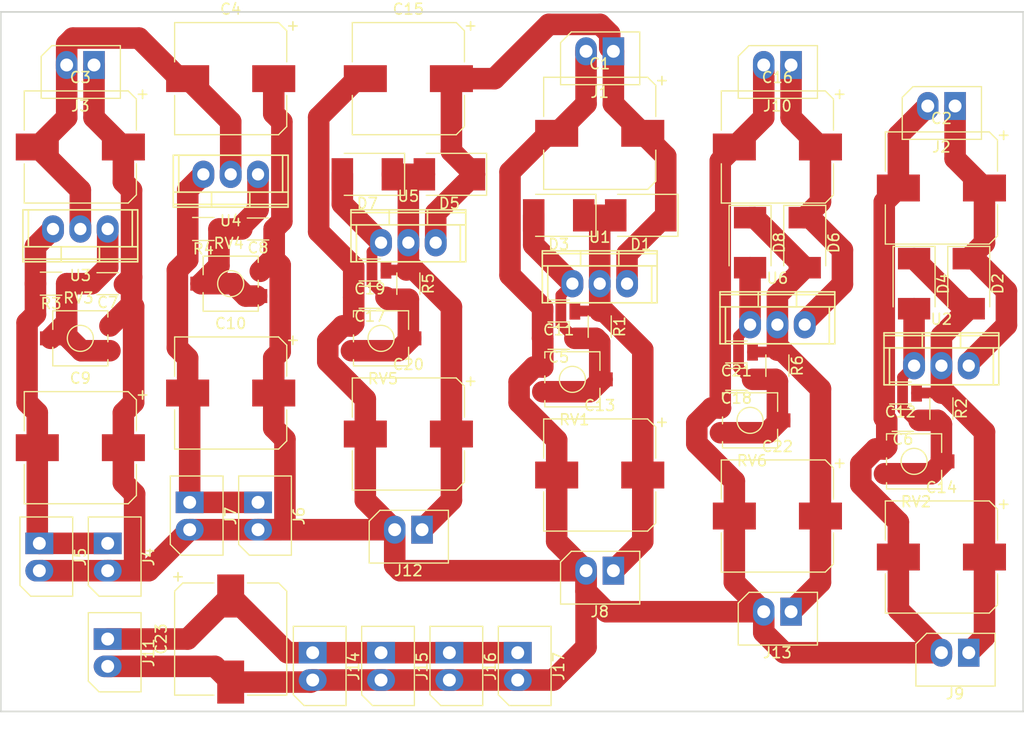
<source format=kicad_pcb>
(kicad_pcb (version 20171130) (host pcbnew 5.0.2-bee76a0~70~ubuntu18.04.1)

  (general
    (thickness 1.6)
    (drawings 4)
    (tracks 300)
    (zones 0)
    (modules 66)
    (nets 19)
  )

  (page A4)
  (layers
    (0 F.Cu signal)
    (31 B.Cu signal)
    (32 B.Adhes user)
    (33 F.Adhes user)
    (34 B.Paste user)
    (35 F.Paste user)
    (36 B.SilkS user)
    (37 F.SilkS user)
    (38 B.Mask user)
    (39 F.Mask user)
    (40 Dwgs.User user)
    (41 Cmts.User user)
    (42 Eco1.User user)
    (43 Eco2.User user)
    (44 Edge.Cuts user)
    (45 Margin user)
    (46 B.CrtYd user)
    (47 F.CrtYd user)
    (48 B.Fab user)
    (49 F.Fab user)
  )

  (setup
    (last_trace_width 0.25)
    (user_trace_width 0.5)
    (user_trace_width 1)
    (user_trace_width 1.5)
    (user_trace_width 2)
    (user_trace_width 3)
    (user_trace_width 4)
    (user_trace_width 5)
    (user_trace_width 6)
    (trace_clearance 0.2)
    (zone_clearance 0.508)
    (zone_45_only no)
    (trace_min 0.2)
    (segment_width 0.2)
    (edge_width 0.15)
    (via_size 0.8)
    (via_drill 0.4)
    (via_min_size 0.4)
    (via_min_drill 0.3)
    (uvia_size 0.3)
    (uvia_drill 0.1)
    (uvias_allowed no)
    (uvia_min_size 0.2)
    (uvia_min_drill 0.1)
    (pcb_text_width 0.3)
    (pcb_text_size 1.5 1.5)
    (mod_edge_width 0.15)
    (mod_text_size 1 1)
    (mod_text_width 0.15)
    (pad_size 1.524 1.524)
    (pad_drill 0.762)
    (pad_to_mask_clearance 0.051)
    (solder_mask_min_width 0.25)
    (aux_axis_origin 65 135)
    (visible_elements FFFFFF7F)
    (pcbplotparams
      (layerselection 0x00000_7fffffff)
      (usegerberextensions false)
      (usegerberattributes false)
      (usegerberadvancedattributes false)
      (creategerberjobfile false)
      (excludeedgelayer false)
      (linewidth 0.100000)
      (plotframeref false)
      (viasonmask false)
      (mode 1)
      (useauxorigin true)
      (hpglpennumber 1)
      (hpglpenspeed 20)
      (hpglpendiameter 15.000000)
      (psnegative false)
      (psa4output false)
      (plotreference false)
      (plotvalue false)
      (plotinvisibletext false)
      (padsonsilk true)
      (subtractmaskfromsilk false)
      (outputformat 1)
      (mirror false)
      (drillshape 0)
      (scaleselection 1)
      (outputdirectory ""))
  )

  (net 0 "")
  (net 1 "Net-(C1-Pad1)")
  (net 2 GND)
  (net 3 "Net-(C2-Pad1)")
  (net 4 "Net-(C3-Pad2)")
  (net 5 "Net-(C5-Pad1)")
  (net 6 "Net-(C6-Pad1)")
  (net 7 "Net-(C7-Pad2)")
  (net 8 "Net-(C8-Pad2)")
  (net 9 "Net-(C9-Pad2)")
  (net 10 "Net-(C10-Pad2)")
  (net 11 "Net-(C11-Pad1)")
  (net 12 "Net-(C12-Pad1)")
  (net 13 "Net-(C16-Pad1)")
  (net 14 "Net-(C17-Pad1)")
  (net 15 "Net-(C18-Pad1)")
  (net 16 "Net-(C19-Pad1)")
  (net 17 "Net-(C21-Pad1)")
  (net 18 "Net-(C23-Pad1)")

  (net_class Default "This is the default net class."
    (clearance 0.2)
    (trace_width 0.25)
    (via_dia 0.8)
    (via_drill 0.4)
    (uvia_dia 0.3)
    (uvia_drill 0.1)
    (add_net GND)
    (add_net "Net-(C1-Pad1)")
    (add_net "Net-(C10-Pad2)")
    (add_net "Net-(C11-Pad1)")
    (add_net "Net-(C12-Pad1)")
    (add_net "Net-(C16-Pad1)")
    (add_net "Net-(C17-Pad1)")
    (add_net "Net-(C18-Pad1)")
    (add_net "Net-(C19-Pad1)")
    (add_net "Net-(C2-Pad1)")
    (add_net "Net-(C21-Pad1)")
    (add_net "Net-(C23-Pad1)")
    (add_net "Net-(C3-Pad2)")
    (add_net "Net-(C5-Pad1)")
    (add_net "Net-(C6-Pad1)")
    (add_net "Net-(C7-Pad2)")
    (add_net "Net-(C8-Pad2)")
    (add_net "Net-(C9-Pad2)")
  )

  (module Capacitors_SMD:CP_Elec_10x10.5 (layer F.Cu) (tedit 58AA917F) (tstamp 5F17A487)
    (at 120.65 81.28 180)
    (descr "SMT capacitor, aluminium electrolytic, 10x10.5")
    (path /5F1721E5)
    (attr smd)
    (fp_text reference C1 (at 0 6.46 180) (layer F.SilkS)
      (effects (font (size 1 1) (thickness 0.15)))
    )
    (fp_text value CP (at 0 -6.46 180) (layer F.Fab)
      (effects (font (size 1 1) (thickness 0.15)))
    )
    (fp_circle (center 0 0) (end 0 5) (layer F.Fab) (width 0.1))
    (fp_text user + (at -2.91 -0.08 180) (layer F.Fab)
      (effects (font (size 1 1) (thickness 0.15)))
    )
    (fp_text user + (at -5.78 4.97 180) (layer F.SilkS)
      (effects (font (size 1 1) (thickness 0.15)))
    )
    (fp_text user %R (at 0 6.46 180) (layer F.Fab)
      (effects (font (size 1 1) (thickness 0.15)))
    )
    (fp_line (start -5.21 -4.45) (end -5.21 -1.56) (layer F.SilkS) (width 0.12))
    (fp_line (start -5.21 4.45) (end -5.21 1.56) (layer F.SilkS) (width 0.12))
    (fp_line (start 5.21 5.21) (end 5.21 1.56) (layer F.SilkS) (width 0.12))
    (fp_line (start 5.21 -5.21) (end 5.21 -1.56) (layer F.SilkS) (width 0.12))
    (fp_line (start 5.05 5.05) (end 5.05 -5.05) (layer F.Fab) (width 0.1))
    (fp_line (start -4.38 5.05) (end 5.05 5.05) (layer F.Fab) (width 0.1))
    (fp_line (start -5.05 4.38) (end -4.38 5.05) (layer F.Fab) (width 0.1))
    (fp_line (start -5.05 -4.38) (end -5.05 4.38) (layer F.Fab) (width 0.1))
    (fp_line (start -4.38 -5.05) (end -5.05 -4.38) (layer F.Fab) (width 0.1))
    (fp_line (start 5.05 -5.05) (end -4.38 -5.05) (layer F.Fab) (width 0.1))
    (fp_line (start 5.21 5.21) (end -4.45 5.21) (layer F.SilkS) (width 0.12))
    (fp_line (start -4.45 5.21) (end -5.21 4.45) (layer F.SilkS) (width 0.12))
    (fp_line (start -5.21 -4.45) (end -4.45 -5.21) (layer F.SilkS) (width 0.12))
    (fp_line (start -4.45 -5.21) (end 5.21 -5.21) (layer F.SilkS) (width 0.12))
    (fp_line (start -6.25 -5.31) (end 6.25 -5.31) (layer F.CrtYd) (width 0.05))
    (fp_line (start -6.25 -5.31) (end -6.25 5.3) (layer F.CrtYd) (width 0.05))
    (fp_line (start 6.25 5.3) (end 6.25 -5.31) (layer F.CrtYd) (width 0.05))
    (fp_line (start 6.25 5.3) (end -6.25 5.3) (layer F.CrtYd) (width 0.05))
    (pad 1 smd rect (at -4 0) (size 4 2.5) (layers F.Cu F.Paste F.Mask)
      (net 1 "Net-(C1-Pad1)"))
    (pad 2 smd rect (at 4 0) (size 4 2.5) (layers F.Cu F.Paste F.Mask)
      (net 2 GND))
    (model Capacitors_SMD.3dshapes/CP_Elec_10x10.5.wrl
      (at (xyz 0 0 0))
      (scale (xyz 1 1 1))
      (rotate (xyz 0 0 180))
    )
  )

  (module Capacitors_SMD:CP_Elec_10x10.5 (layer F.Cu) (tedit 58AA917F) (tstamp 5F1737E4)
    (at 152.4 86.36 180)
    (descr "SMT capacitor, aluminium electrolytic, 10x10.5")
    (path /5F17B7D6)
    (attr smd)
    (fp_text reference C2 (at 0 6.46 180) (layer F.SilkS)
      (effects (font (size 1 1) (thickness 0.15)))
    )
    (fp_text value CP (at 0 -6.46 180) (layer F.Fab)
      (effects (font (size 1 1) (thickness 0.15)))
    )
    (fp_line (start 6.25 5.3) (end -6.25 5.3) (layer F.CrtYd) (width 0.05))
    (fp_line (start 6.25 5.3) (end 6.25 -5.31) (layer F.CrtYd) (width 0.05))
    (fp_line (start -6.25 -5.31) (end -6.25 5.3) (layer F.CrtYd) (width 0.05))
    (fp_line (start -6.25 -5.31) (end 6.25 -5.31) (layer F.CrtYd) (width 0.05))
    (fp_line (start -4.45 -5.21) (end 5.21 -5.21) (layer F.SilkS) (width 0.12))
    (fp_line (start -5.21 -4.45) (end -4.45 -5.21) (layer F.SilkS) (width 0.12))
    (fp_line (start -4.45 5.21) (end -5.21 4.45) (layer F.SilkS) (width 0.12))
    (fp_line (start 5.21 5.21) (end -4.45 5.21) (layer F.SilkS) (width 0.12))
    (fp_line (start 5.05 -5.05) (end -4.38 -5.05) (layer F.Fab) (width 0.1))
    (fp_line (start -4.38 -5.05) (end -5.05 -4.38) (layer F.Fab) (width 0.1))
    (fp_line (start -5.05 -4.38) (end -5.05 4.38) (layer F.Fab) (width 0.1))
    (fp_line (start -5.05 4.38) (end -4.38 5.05) (layer F.Fab) (width 0.1))
    (fp_line (start -4.38 5.05) (end 5.05 5.05) (layer F.Fab) (width 0.1))
    (fp_line (start 5.05 5.05) (end 5.05 -5.05) (layer F.Fab) (width 0.1))
    (fp_line (start 5.21 -5.21) (end 5.21 -1.56) (layer F.SilkS) (width 0.12))
    (fp_line (start 5.21 5.21) (end 5.21 1.56) (layer F.SilkS) (width 0.12))
    (fp_line (start -5.21 4.45) (end -5.21 1.56) (layer F.SilkS) (width 0.12))
    (fp_line (start -5.21 -4.45) (end -5.21 -1.56) (layer F.SilkS) (width 0.12))
    (fp_text user %R (at 0 6.46 180) (layer F.Fab)
      (effects (font (size 1 1) (thickness 0.15)))
    )
    (fp_text user + (at -5.78 4.97 180) (layer F.SilkS)
      (effects (font (size 1 1) (thickness 0.15)))
    )
    (fp_text user + (at -2.91 -0.08 180) (layer F.Fab)
      (effects (font (size 1 1) (thickness 0.15)))
    )
    (fp_circle (center 0 0) (end 0 5) (layer F.Fab) (width 0.1))
    (pad 2 smd rect (at 4 0) (size 4 2.5) (layers F.Cu F.Paste F.Mask)
      (net 2 GND))
    (pad 1 smd rect (at -4 0) (size 4 2.5) (layers F.Cu F.Paste F.Mask)
      (net 3 "Net-(C2-Pad1)"))
    (model Capacitors_SMD.3dshapes/CP_Elec_10x10.5.wrl
      (at (xyz 0 0 0))
      (scale (xyz 1 1 1))
      (rotate (xyz 0 0 180))
    )
  )

  (module Capacitors_SMD:CP_Elec_10x10.5 (layer F.Cu) (tedit 58AA917F) (tstamp 5F173800)
    (at 72.39 82.55 180)
    (descr "SMT capacitor, aluminium electrolytic, 10x10.5")
    (path /5F17253F)
    (attr smd)
    (fp_text reference C3 (at 0 6.46 180) (layer F.SilkS)
      (effects (font (size 1 1) (thickness 0.15)))
    )
    (fp_text value CP (at 0 -6.46 180) (layer F.Fab)
      (effects (font (size 1 1) (thickness 0.15)))
    )
    (fp_circle (center 0 0) (end 0 5) (layer F.Fab) (width 0.1))
    (fp_text user + (at -2.91 -0.08 180) (layer F.Fab)
      (effects (font (size 1 1) (thickness 0.15)))
    )
    (fp_text user + (at -5.78 4.97 180) (layer F.SilkS)
      (effects (font (size 1 1) (thickness 0.15)))
    )
    (fp_text user %R (at 0 6.46 180) (layer F.Fab)
      (effects (font (size 1 1) (thickness 0.15)))
    )
    (fp_line (start -5.21 -4.45) (end -5.21 -1.56) (layer F.SilkS) (width 0.12))
    (fp_line (start -5.21 4.45) (end -5.21 1.56) (layer F.SilkS) (width 0.12))
    (fp_line (start 5.21 5.21) (end 5.21 1.56) (layer F.SilkS) (width 0.12))
    (fp_line (start 5.21 -5.21) (end 5.21 -1.56) (layer F.SilkS) (width 0.12))
    (fp_line (start 5.05 5.05) (end 5.05 -5.05) (layer F.Fab) (width 0.1))
    (fp_line (start -4.38 5.05) (end 5.05 5.05) (layer F.Fab) (width 0.1))
    (fp_line (start -5.05 4.38) (end -4.38 5.05) (layer F.Fab) (width 0.1))
    (fp_line (start -5.05 -4.38) (end -5.05 4.38) (layer F.Fab) (width 0.1))
    (fp_line (start -4.38 -5.05) (end -5.05 -4.38) (layer F.Fab) (width 0.1))
    (fp_line (start 5.05 -5.05) (end -4.38 -5.05) (layer F.Fab) (width 0.1))
    (fp_line (start 5.21 5.21) (end -4.45 5.21) (layer F.SilkS) (width 0.12))
    (fp_line (start -4.45 5.21) (end -5.21 4.45) (layer F.SilkS) (width 0.12))
    (fp_line (start -5.21 -4.45) (end -4.45 -5.21) (layer F.SilkS) (width 0.12))
    (fp_line (start -4.45 -5.21) (end 5.21 -5.21) (layer F.SilkS) (width 0.12))
    (fp_line (start -6.25 -5.31) (end 6.25 -5.31) (layer F.CrtYd) (width 0.05))
    (fp_line (start -6.25 -5.31) (end -6.25 5.3) (layer F.CrtYd) (width 0.05))
    (fp_line (start 6.25 5.3) (end 6.25 -5.31) (layer F.CrtYd) (width 0.05))
    (fp_line (start 6.25 5.3) (end -6.25 5.3) (layer F.CrtYd) (width 0.05))
    (pad 1 smd rect (at -4 0) (size 4 2.5) (layers F.Cu F.Paste F.Mask)
      (net 2 GND))
    (pad 2 smd rect (at 4 0) (size 4 2.5) (layers F.Cu F.Paste F.Mask)
      (net 4 "Net-(C3-Pad2)"))
    (model Capacitors_SMD.3dshapes/CP_Elec_10x10.5.wrl
      (at (xyz 0 0 0))
      (scale (xyz 1 1 1))
      (rotate (xyz 0 0 180))
    )
  )

  (module Capacitors_SMD:CP_Elec_10x10.5 (layer F.Cu) (tedit 58AA917F) (tstamp 5F17381C)
    (at 86.36 76.2 180)
    (descr "SMT capacitor, aluminium electrolytic, 10x10.5")
    (path /5F177CEF)
    (attr smd)
    (fp_text reference C4 (at 0 6.46 180) (layer F.SilkS)
      (effects (font (size 1 1) (thickness 0.15)))
    )
    (fp_text value CP (at 0 -6.46 180) (layer F.Fab)
      (effects (font (size 1 1) (thickness 0.15)))
    )
    (fp_line (start 6.25 5.3) (end -6.25 5.3) (layer F.CrtYd) (width 0.05))
    (fp_line (start 6.25 5.3) (end 6.25 -5.31) (layer F.CrtYd) (width 0.05))
    (fp_line (start -6.25 -5.31) (end -6.25 5.3) (layer F.CrtYd) (width 0.05))
    (fp_line (start -6.25 -5.31) (end 6.25 -5.31) (layer F.CrtYd) (width 0.05))
    (fp_line (start -4.45 -5.21) (end 5.21 -5.21) (layer F.SilkS) (width 0.12))
    (fp_line (start -5.21 -4.45) (end -4.45 -5.21) (layer F.SilkS) (width 0.12))
    (fp_line (start -4.45 5.21) (end -5.21 4.45) (layer F.SilkS) (width 0.12))
    (fp_line (start 5.21 5.21) (end -4.45 5.21) (layer F.SilkS) (width 0.12))
    (fp_line (start 5.05 -5.05) (end -4.38 -5.05) (layer F.Fab) (width 0.1))
    (fp_line (start -4.38 -5.05) (end -5.05 -4.38) (layer F.Fab) (width 0.1))
    (fp_line (start -5.05 -4.38) (end -5.05 4.38) (layer F.Fab) (width 0.1))
    (fp_line (start -5.05 4.38) (end -4.38 5.05) (layer F.Fab) (width 0.1))
    (fp_line (start -4.38 5.05) (end 5.05 5.05) (layer F.Fab) (width 0.1))
    (fp_line (start 5.05 5.05) (end 5.05 -5.05) (layer F.Fab) (width 0.1))
    (fp_line (start 5.21 -5.21) (end 5.21 -1.56) (layer F.SilkS) (width 0.12))
    (fp_line (start 5.21 5.21) (end 5.21 1.56) (layer F.SilkS) (width 0.12))
    (fp_line (start -5.21 4.45) (end -5.21 1.56) (layer F.SilkS) (width 0.12))
    (fp_line (start -5.21 -4.45) (end -5.21 -1.56) (layer F.SilkS) (width 0.12))
    (fp_text user %R (at 0 6.46 180) (layer F.Fab)
      (effects (font (size 1 1) (thickness 0.15)))
    )
    (fp_text user + (at -5.78 4.97 180) (layer F.SilkS)
      (effects (font (size 1 1) (thickness 0.15)))
    )
    (fp_text user + (at -2.91 -0.08 180) (layer F.Fab)
      (effects (font (size 1 1) (thickness 0.15)))
    )
    (fp_circle (center 0 0) (end 0 5) (layer F.Fab) (width 0.1))
    (pad 2 smd rect (at 4 0) (size 4 2.5) (layers F.Cu F.Paste F.Mask)
      (net 4 "Net-(C3-Pad2)"))
    (pad 1 smd rect (at -4 0) (size 4 2.5) (layers F.Cu F.Paste F.Mask)
      (net 2 GND))
    (model Capacitors_SMD.3dshapes/CP_Elec_10x10.5.wrl
      (at (xyz 0 0 0))
      (scale (xyz 1 1 1))
      (rotate (xyz 0 0 180))
    )
  )

  (module Capacitors_SMD:C_1206 (layer F.Cu) (tedit 58AA84B8) (tstamp 5F17A44C)
    (at 116.84 100.33 180)
    (descr "Capacitor SMD 1206, reflow soldering, AVX (see smccp.pdf)")
    (tags "capacitor 1206")
    (path /5F1720FB)
    (attr smd)
    (fp_text reference C5 (at 0 -1.75 180) (layer F.SilkS)
      (effects (font (size 1 1) (thickness 0.15)))
    )
    (fp_text value C (at 0 2 180) (layer F.Fab)
      (effects (font (size 1 1) (thickness 0.15)))
    )
    (fp_text user %R (at 0 -1.75 180) (layer F.Fab)
      (effects (font (size 1 1) (thickness 0.15)))
    )
    (fp_line (start -1.6 0.8) (end -1.6 -0.8) (layer F.Fab) (width 0.1))
    (fp_line (start 1.6 0.8) (end -1.6 0.8) (layer F.Fab) (width 0.1))
    (fp_line (start 1.6 -0.8) (end 1.6 0.8) (layer F.Fab) (width 0.1))
    (fp_line (start -1.6 -0.8) (end 1.6 -0.8) (layer F.Fab) (width 0.1))
    (fp_line (start 1 -1.02) (end -1 -1.02) (layer F.SilkS) (width 0.12))
    (fp_line (start -1 1.02) (end 1 1.02) (layer F.SilkS) (width 0.12))
    (fp_line (start -2.25 -1.05) (end 2.25 -1.05) (layer F.CrtYd) (width 0.05))
    (fp_line (start -2.25 -1.05) (end -2.25 1.05) (layer F.CrtYd) (width 0.05))
    (fp_line (start 2.25 1.05) (end 2.25 -1.05) (layer F.CrtYd) (width 0.05))
    (fp_line (start 2.25 1.05) (end -2.25 1.05) (layer F.CrtYd) (width 0.05))
    (pad 1 smd rect (at -1.5 0 180) (size 1 1.6) (layers F.Cu F.Paste F.Mask)
      (net 5 "Net-(C5-Pad1)"))
    (pad 2 smd rect (at 1.5 0 180) (size 1 1.6) (layers F.Cu F.Paste F.Mask)
      (net 2 GND))
    (model Capacitors_SMD.3dshapes/C_1206.wrl
      (at (xyz 0 0 0))
      (scale (xyz 1 1 1))
      (rotate (xyz 0 0 0))
    )
  )

  (module Capacitors_SMD:C_1206 (layer F.Cu) (tedit 58AA84B8) (tstamp 5F17A9DC)
    (at 148.82 107.95 180)
    (descr "Capacitor SMD 1206, reflow soldering, AVX (see smccp.pdf)")
    (tags "capacitor 1206")
    (path /5F17B7C4)
    (attr smd)
    (fp_text reference C6 (at 0 -1.75 180) (layer F.SilkS)
      (effects (font (size 1 1) (thickness 0.15)))
    )
    (fp_text value C (at 0 2 180) (layer F.Fab)
      (effects (font (size 1 1) (thickness 0.15)))
    )
    (fp_text user %R (at 0 -1.75 180) (layer F.Fab)
      (effects (font (size 1 1) (thickness 0.15)))
    )
    (fp_line (start -1.6 0.8) (end -1.6 -0.8) (layer F.Fab) (width 0.1))
    (fp_line (start 1.6 0.8) (end -1.6 0.8) (layer F.Fab) (width 0.1))
    (fp_line (start 1.6 -0.8) (end 1.6 0.8) (layer F.Fab) (width 0.1))
    (fp_line (start -1.6 -0.8) (end 1.6 -0.8) (layer F.Fab) (width 0.1))
    (fp_line (start 1 -1.02) (end -1 -1.02) (layer F.SilkS) (width 0.12))
    (fp_line (start -1 1.02) (end 1 1.02) (layer F.SilkS) (width 0.12))
    (fp_line (start -2.25 -1.05) (end 2.25 -1.05) (layer F.CrtYd) (width 0.05))
    (fp_line (start -2.25 -1.05) (end -2.25 1.05) (layer F.CrtYd) (width 0.05))
    (fp_line (start 2.25 1.05) (end 2.25 -1.05) (layer F.CrtYd) (width 0.05))
    (fp_line (start 2.25 1.05) (end -2.25 1.05) (layer F.CrtYd) (width 0.05))
    (pad 1 smd rect (at -1.5 0 180) (size 1 1.6) (layers F.Cu F.Paste F.Mask)
      (net 6 "Net-(C6-Pad1)"))
    (pad 2 smd rect (at 1.5 0 180) (size 1 1.6) (layers F.Cu F.Paste F.Mask)
      (net 2 GND))
    (model Capacitors_SMD.3dshapes/C_1206.wrl
      (at (xyz 0 0 0))
      (scale (xyz 1 1 1))
      (rotate (xyz 0 0 0))
    )
  )

  (module Capacitors_SMD:C_1206 (layer F.Cu) (tedit 58AA84B8) (tstamp 5F17384F)
    (at 74.93 95.25 180)
    (descr "Capacitor SMD 1206, reflow soldering, AVX (see smccp.pdf)")
    (tags "capacitor 1206")
    (path /5F17239B)
    (attr smd)
    (fp_text reference C7 (at 0 -1.75 180) (layer F.SilkS)
      (effects (font (size 1 1) (thickness 0.15)))
    )
    (fp_text value C (at 0 2 180) (layer F.Fab)
      (effects (font (size 1 1) (thickness 0.15)))
    )
    (fp_line (start 2.25 1.05) (end -2.25 1.05) (layer F.CrtYd) (width 0.05))
    (fp_line (start 2.25 1.05) (end 2.25 -1.05) (layer F.CrtYd) (width 0.05))
    (fp_line (start -2.25 -1.05) (end -2.25 1.05) (layer F.CrtYd) (width 0.05))
    (fp_line (start -2.25 -1.05) (end 2.25 -1.05) (layer F.CrtYd) (width 0.05))
    (fp_line (start -1 1.02) (end 1 1.02) (layer F.SilkS) (width 0.12))
    (fp_line (start 1 -1.02) (end -1 -1.02) (layer F.SilkS) (width 0.12))
    (fp_line (start -1.6 -0.8) (end 1.6 -0.8) (layer F.Fab) (width 0.1))
    (fp_line (start 1.6 -0.8) (end 1.6 0.8) (layer F.Fab) (width 0.1))
    (fp_line (start 1.6 0.8) (end -1.6 0.8) (layer F.Fab) (width 0.1))
    (fp_line (start -1.6 0.8) (end -1.6 -0.8) (layer F.Fab) (width 0.1))
    (fp_text user %R (at 0 -1.75 180) (layer F.Fab)
      (effects (font (size 1 1) (thickness 0.15)))
    )
    (pad 2 smd rect (at 1.5 0 180) (size 1 1.6) (layers F.Cu F.Paste F.Mask)
      (net 7 "Net-(C7-Pad2)"))
    (pad 1 smd rect (at -1.5 0 180) (size 1 1.6) (layers F.Cu F.Paste F.Mask)
      (net 2 GND))
    (model Capacitors_SMD.3dshapes/C_1206.wrl
      (at (xyz 0 0 0))
      (scale (xyz 1 1 1))
      (rotate (xyz 0 0 0))
    )
  )

  (module Capacitors_SMD:C_1206 (layer F.Cu) (tedit 58AA84B8) (tstamp 5F173860)
    (at 88.9 90.17 180)
    (descr "Capacitor SMD 1206, reflow soldering, AVX (see smccp.pdf)")
    (tags "capacitor 1206")
    (path /5F177CDD)
    (attr smd)
    (fp_text reference C8 (at 0 -1.75 180) (layer F.SilkS)
      (effects (font (size 1 1) (thickness 0.15)))
    )
    (fp_text value C (at 0 2 180) (layer F.Fab)
      (effects (font (size 1 1) (thickness 0.15)))
    )
    (fp_text user %R (at 0 -1.75 180) (layer F.Fab)
      (effects (font (size 1 1) (thickness 0.15)))
    )
    (fp_line (start -1.6 0.8) (end -1.6 -0.8) (layer F.Fab) (width 0.1))
    (fp_line (start 1.6 0.8) (end -1.6 0.8) (layer F.Fab) (width 0.1))
    (fp_line (start 1.6 -0.8) (end 1.6 0.8) (layer F.Fab) (width 0.1))
    (fp_line (start -1.6 -0.8) (end 1.6 -0.8) (layer F.Fab) (width 0.1))
    (fp_line (start 1 -1.02) (end -1 -1.02) (layer F.SilkS) (width 0.12))
    (fp_line (start -1 1.02) (end 1 1.02) (layer F.SilkS) (width 0.12))
    (fp_line (start -2.25 -1.05) (end 2.25 -1.05) (layer F.CrtYd) (width 0.05))
    (fp_line (start -2.25 -1.05) (end -2.25 1.05) (layer F.CrtYd) (width 0.05))
    (fp_line (start 2.25 1.05) (end 2.25 -1.05) (layer F.CrtYd) (width 0.05))
    (fp_line (start 2.25 1.05) (end -2.25 1.05) (layer F.CrtYd) (width 0.05))
    (pad 1 smd rect (at -1.5 0 180) (size 1 1.6) (layers F.Cu F.Paste F.Mask)
      (net 2 GND))
    (pad 2 smd rect (at 1.5 0 180) (size 1 1.6) (layers F.Cu F.Paste F.Mask)
      (net 8 "Net-(C8-Pad2)"))
    (model Capacitors_SMD.3dshapes/C_1206.wrl
      (at (xyz 0 0 0))
      (scale (xyz 1 1 1))
      (rotate (xyz 0 0 0))
    )
  )

  (module Capacitors_SMD:CP_Elec_10x10.5 (layer F.Cu) (tedit 58AA917F) (tstamp 5F17387C)
    (at 72.39 110.49 180)
    (descr "SMT capacitor, aluminium electrolytic, 10x10.5")
    (path /5F172495)
    (attr smd)
    (fp_text reference C9 (at 0 6.46 180) (layer F.SilkS)
      (effects (font (size 1 1) (thickness 0.15)))
    )
    (fp_text value CP (at 0 -6.46 180) (layer F.Fab)
      (effects (font (size 1 1) (thickness 0.15)))
    )
    (fp_line (start 6.25 5.3) (end -6.25 5.3) (layer F.CrtYd) (width 0.05))
    (fp_line (start 6.25 5.3) (end 6.25 -5.31) (layer F.CrtYd) (width 0.05))
    (fp_line (start -6.25 -5.31) (end -6.25 5.3) (layer F.CrtYd) (width 0.05))
    (fp_line (start -6.25 -5.31) (end 6.25 -5.31) (layer F.CrtYd) (width 0.05))
    (fp_line (start -4.45 -5.21) (end 5.21 -5.21) (layer F.SilkS) (width 0.12))
    (fp_line (start -5.21 -4.45) (end -4.45 -5.21) (layer F.SilkS) (width 0.12))
    (fp_line (start -4.45 5.21) (end -5.21 4.45) (layer F.SilkS) (width 0.12))
    (fp_line (start 5.21 5.21) (end -4.45 5.21) (layer F.SilkS) (width 0.12))
    (fp_line (start 5.05 -5.05) (end -4.38 -5.05) (layer F.Fab) (width 0.1))
    (fp_line (start -4.38 -5.05) (end -5.05 -4.38) (layer F.Fab) (width 0.1))
    (fp_line (start -5.05 -4.38) (end -5.05 4.38) (layer F.Fab) (width 0.1))
    (fp_line (start -5.05 4.38) (end -4.38 5.05) (layer F.Fab) (width 0.1))
    (fp_line (start -4.38 5.05) (end 5.05 5.05) (layer F.Fab) (width 0.1))
    (fp_line (start 5.05 5.05) (end 5.05 -5.05) (layer F.Fab) (width 0.1))
    (fp_line (start 5.21 -5.21) (end 5.21 -1.56) (layer F.SilkS) (width 0.12))
    (fp_line (start 5.21 5.21) (end 5.21 1.56) (layer F.SilkS) (width 0.12))
    (fp_line (start -5.21 4.45) (end -5.21 1.56) (layer F.SilkS) (width 0.12))
    (fp_line (start -5.21 -4.45) (end -5.21 -1.56) (layer F.SilkS) (width 0.12))
    (fp_text user %R (at 0 6.46 180) (layer F.Fab)
      (effects (font (size 1 1) (thickness 0.15)))
    )
    (fp_text user + (at -5.78 4.97 180) (layer F.SilkS)
      (effects (font (size 1 1) (thickness 0.15)))
    )
    (fp_text user + (at -2.91 -0.08 180) (layer F.Fab)
      (effects (font (size 1 1) (thickness 0.15)))
    )
    (fp_circle (center 0 0) (end 0 5) (layer F.Fab) (width 0.1))
    (pad 2 smd rect (at 4 0) (size 4 2.5) (layers F.Cu F.Paste F.Mask)
      (net 9 "Net-(C9-Pad2)"))
    (pad 1 smd rect (at -4 0) (size 4 2.5) (layers F.Cu F.Paste F.Mask)
      (net 2 GND))
    (model Capacitors_SMD.3dshapes/CP_Elec_10x10.5.wrl
      (at (xyz 0 0 0))
      (scale (xyz 1 1 1))
      (rotate (xyz 0 0 180))
    )
  )

  (module Capacitors_SMD:CP_Elec_10x10.5 (layer F.Cu) (tedit 58AA917F) (tstamp 5F173898)
    (at 86.36 105.41 180)
    (descr "SMT capacitor, aluminium electrolytic, 10x10.5")
    (path /5F177CE9)
    (attr smd)
    (fp_text reference C10 (at 0 6.46 180) (layer F.SilkS)
      (effects (font (size 1 1) (thickness 0.15)))
    )
    (fp_text value CP (at 0 -6.46 180) (layer F.Fab)
      (effects (font (size 1 1) (thickness 0.15)))
    )
    (fp_circle (center 0 0) (end 0 5) (layer F.Fab) (width 0.1))
    (fp_text user + (at -2.91 -0.08 180) (layer F.Fab)
      (effects (font (size 1 1) (thickness 0.15)))
    )
    (fp_text user + (at -5.78 4.97 180) (layer F.SilkS)
      (effects (font (size 1 1) (thickness 0.15)))
    )
    (fp_text user %R (at 0 6.46 180) (layer F.Fab)
      (effects (font (size 1 1) (thickness 0.15)))
    )
    (fp_line (start -5.21 -4.45) (end -5.21 -1.56) (layer F.SilkS) (width 0.12))
    (fp_line (start -5.21 4.45) (end -5.21 1.56) (layer F.SilkS) (width 0.12))
    (fp_line (start 5.21 5.21) (end 5.21 1.56) (layer F.SilkS) (width 0.12))
    (fp_line (start 5.21 -5.21) (end 5.21 -1.56) (layer F.SilkS) (width 0.12))
    (fp_line (start 5.05 5.05) (end 5.05 -5.05) (layer F.Fab) (width 0.1))
    (fp_line (start -4.38 5.05) (end 5.05 5.05) (layer F.Fab) (width 0.1))
    (fp_line (start -5.05 4.38) (end -4.38 5.05) (layer F.Fab) (width 0.1))
    (fp_line (start -5.05 -4.38) (end -5.05 4.38) (layer F.Fab) (width 0.1))
    (fp_line (start -4.38 -5.05) (end -5.05 -4.38) (layer F.Fab) (width 0.1))
    (fp_line (start 5.05 -5.05) (end -4.38 -5.05) (layer F.Fab) (width 0.1))
    (fp_line (start 5.21 5.21) (end -4.45 5.21) (layer F.SilkS) (width 0.12))
    (fp_line (start -4.45 5.21) (end -5.21 4.45) (layer F.SilkS) (width 0.12))
    (fp_line (start -5.21 -4.45) (end -4.45 -5.21) (layer F.SilkS) (width 0.12))
    (fp_line (start -4.45 -5.21) (end 5.21 -5.21) (layer F.SilkS) (width 0.12))
    (fp_line (start -6.25 -5.31) (end 6.25 -5.31) (layer F.CrtYd) (width 0.05))
    (fp_line (start -6.25 -5.31) (end -6.25 5.3) (layer F.CrtYd) (width 0.05))
    (fp_line (start 6.25 5.3) (end 6.25 -5.31) (layer F.CrtYd) (width 0.05))
    (fp_line (start 6.25 5.3) (end -6.25 5.3) (layer F.CrtYd) (width 0.05))
    (pad 1 smd rect (at -4 0) (size 4 2.5) (layers F.Cu F.Paste F.Mask)
      (net 2 GND))
    (pad 2 smd rect (at 4 0) (size 4 2.5) (layers F.Cu F.Paste F.Mask)
      (net 10 "Net-(C10-Pad2)"))
    (model Capacitors_SMD.3dshapes/CP_Elec_10x10.5.wrl
      (at (xyz 0 0 0))
      (scale (xyz 1 1 1))
      (rotate (xyz 0 0 180))
    )
  )

  (module Capacitors_SMD:C_1206 (layer F.Cu) (tedit 58AA84B8) (tstamp 5F17A41C)
    (at 116.84 97.79 180)
    (descr "Capacitor SMD 1206, reflow soldering, AVX (see smccp.pdf)")
    (tags "capacitor 1206")
    (path /5F172125)
    (attr smd)
    (fp_text reference C11 (at 0 -1.75 180) (layer F.SilkS)
      (effects (font (size 1 1) (thickness 0.15)))
    )
    (fp_text value C (at 0 2 180) (layer F.Fab)
      (effects (font (size 1 1) (thickness 0.15)))
    )
    (fp_line (start 2.25 1.05) (end -2.25 1.05) (layer F.CrtYd) (width 0.05))
    (fp_line (start 2.25 1.05) (end 2.25 -1.05) (layer F.CrtYd) (width 0.05))
    (fp_line (start -2.25 -1.05) (end -2.25 1.05) (layer F.CrtYd) (width 0.05))
    (fp_line (start -2.25 -1.05) (end 2.25 -1.05) (layer F.CrtYd) (width 0.05))
    (fp_line (start -1 1.02) (end 1 1.02) (layer F.SilkS) (width 0.12))
    (fp_line (start 1 -1.02) (end -1 -1.02) (layer F.SilkS) (width 0.12))
    (fp_line (start -1.6 -0.8) (end 1.6 -0.8) (layer F.Fab) (width 0.1))
    (fp_line (start 1.6 -0.8) (end 1.6 0.8) (layer F.Fab) (width 0.1))
    (fp_line (start 1.6 0.8) (end -1.6 0.8) (layer F.Fab) (width 0.1))
    (fp_line (start -1.6 0.8) (end -1.6 -0.8) (layer F.Fab) (width 0.1))
    (fp_text user %R (at 0 -1.75 180) (layer F.Fab)
      (effects (font (size 1 1) (thickness 0.15)))
    )
    (pad 2 smd rect (at 1.5 0 180) (size 1 1.6) (layers F.Cu F.Paste F.Mask)
      (net 2 GND))
    (pad 1 smd rect (at -1.5 0 180) (size 1 1.6) (layers F.Cu F.Paste F.Mask)
      (net 11 "Net-(C11-Pad1)"))
    (model Capacitors_SMD.3dshapes/C_1206.wrl
      (at (xyz 0 0 0))
      (scale (xyz 1 1 1))
      (rotate (xyz 0 0 0))
    )
  )

  (module Capacitors_SMD:C_1206 (layer F.Cu) (tedit 58AA84B8) (tstamp 5F17A9AC)
    (at 148.59 105.41 180)
    (descr "Capacitor SMD 1206, reflow soldering, AVX (see smccp.pdf)")
    (tags "capacitor 1206")
    (path /5F17B7CA)
    (attr smd)
    (fp_text reference C12 (at 0 -1.75 180) (layer F.SilkS)
      (effects (font (size 1 1) (thickness 0.15)))
    )
    (fp_text value C (at 0 2 180) (layer F.Fab)
      (effects (font (size 1 1) (thickness 0.15)))
    )
    (fp_line (start 2.25 1.05) (end -2.25 1.05) (layer F.CrtYd) (width 0.05))
    (fp_line (start 2.25 1.05) (end 2.25 -1.05) (layer F.CrtYd) (width 0.05))
    (fp_line (start -2.25 -1.05) (end -2.25 1.05) (layer F.CrtYd) (width 0.05))
    (fp_line (start -2.25 -1.05) (end 2.25 -1.05) (layer F.CrtYd) (width 0.05))
    (fp_line (start -1 1.02) (end 1 1.02) (layer F.SilkS) (width 0.12))
    (fp_line (start 1 -1.02) (end -1 -1.02) (layer F.SilkS) (width 0.12))
    (fp_line (start -1.6 -0.8) (end 1.6 -0.8) (layer F.Fab) (width 0.1))
    (fp_line (start 1.6 -0.8) (end 1.6 0.8) (layer F.Fab) (width 0.1))
    (fp_line (start 1.6 0.8) (end -1.6 0.8) (layer F.Fab) (width 0.1))
    (fp_line (start -1.6 0.8) (end -1.6 -0.8) (layer F.Fab) (width 0.1))
    (fp_text user %R (at 0 -1.75 180) (layer F.Fab)
      (effects (font (size 1 1) (thickness 0.15)))
    )
    (pad 2 smd rect (at 1.5 0 180) (size 1 1.6) (layers F.Cu F.Paste F.Mask)
      (net 2 GND))
    (pad 1 smd rect (at -1.5 0 180) (size 1 1.6) (layers F.Cu F.Paste F.Mask)
      (net 12 "Net-(C12-Pad1)"))
    (model Capacitors_SMD.3dshapes/C_1206.wrl
      (at (xyz 0 0 0))
      (scale (xyz 1 1 1))
      (rotate (xyz 0 0 0))
    )
  )

  (module Capacitors_SMD:CP_Elec_10x10.5 (layer F.Cu) (tedit 58AA917F) (tstamp 5F17A3D6)
    (at 120.65 113.03 180)
    (descr "SMT capacitor, aluminium electrolytic, 10x10.5")
    (path /5F1721B5)
    (attr smd)
    (fp_text reference C13 (at 0 6.46 180) (layer F.SilkS)
      (effects (font (size 1 1) (thickness 0.15)))
    )
    (fp_text value CP (at 0 -6.46 180) (layer F.Fab)
      (effects (font (size 1 1) (thickness 0.15)))
    )
    (fp_line (start 6.25 5.3) (end -6.25 5.3) (layer F.CrtYd) (width 0.05))
    (fp_line (start 6.25 5.3) (end 6.25 -5.31) (layer F.CrtYd) (width 0.05))
    (fp_line (start -6.25 -5.31) (end -6.25 5.3) (layer F.CrtYd) (width 0.05))
    (fp_line (start -6.25 -5.31) (end 6.25 -5.31) (layer F.CrtYd) (width 0.05))
    (fp_line (start -4.45 -5.21) (end 5.21 -5.21) (layer F.SilkS) (width 0.12))
    (fp_line (start -5.21 -4.45) (end -4.45 -5.21) (layer F.SilkS) (width 0.12))
    (fp_line (start -4.45 5.21) (end -5.21 4.45) (layer F.SilkS) (width 0.12))
    (fp_line (start 5.21 5.21) (end -4.45 5.21) (layer F.SilkS) (width 0.12))
    (fp_line (start 5.05 -5.05) (end -4.38 -5.05) (layer F.Fab) (width 0.1))
    (fp_line (start -4.38 -5.05) (end -5.05 -4.38) (layer F.Fab) (width 0.1))
    (fp_line (start -5.05 -4.38) (end -5.05 4.38) (layer F.Fab) (width 0.1))
    (fp_line (start -5.05 4.38) (end -4.38 5.05) (layer F.Fab) (width 0.1))
    (fp_line (start -4.38 5.05) (end 5.05 5.05) (layer F.Fab) (width 0.1))
    (fp_line (start 5.05 5.05) (end 5.05 -5.05) (layer F.Fab) (width 0.1))
    (fp_line (start 5.21 -5.21) (end 5.21 -1.56) (layer F.SilkS) (width 0.12))
    (fp_line (start 5.21 5.21) (end 5.21 1.56) (layer F.SilkS) (width 0.12))
    (fp_line (start -5.21 4.45) (end -5.21 1.56) (layer F.SilkS) (width 0.12))
    (fp_line (start -5.21 -4.45) (end -5.21 -1.56) (layer F.SilkS) (width 0.12))
    (fp_text user %R (at 0 6.46 180) (layer F.Fab)
      (effects (font (size 1 1) (thickness 0.15)))
    )
    (fp_text user + (at -5.78 4.97 180) (layer F.SilkS)
      (effects (font (size 1 1) (thickness 0.15)))
    )
    (fp_text user + (at -2.91 -0.08 180) (layer F.Fab)
      (effects (font (size 1 1) (thickness 0.15)))
    )
    (fp_circle (center 0 0) (end 0 5) (layer F.Fab) (width 0.1))
    (pad 2 smd rect (at 4 0) (size 4 2.5) (layers F.Cu F.Paste F.Mask)
      (net 2 GND))
    (pad 1 smd rect (at -4 0) (size 4 2.5) (layers F.Cu F.Paste F.Mask)
      (net 11 "Net-(C11-Pad1)"))
    (model Capacitors_SMD.3dshapes/CP_Elec_10x10.5.wrl
      (at (xyz 0 0 0))
      (scale (xyz 1 1 1))
      (rotate (xyz 0 0 180))
    )
  )

  (module Capacitors_SMD:CP_Elec_10x10.5 (layer F.Cu) (tedit 58AA917F) (tstamp 5F1738F2)
    (at 152.4 120.65 180)
    (descr "SMT capacitor, aluminium electrolytic, 10x10.5")
    (path /5F17B7D0)
    (attr smd)
    (fp_text reference C14 (at 0 6.46 180) (layer F.SilkS)
      (effects (font (size 1 1) (thickness 0.15)))
    )
    (fp_text value CP (at 0 -6.46 180) (layer F.Fab)
      (effects (font (size 1 1) (thickness 0.15)))
    )
    (fp_line (start 6.25 5.3) (end -6.25 5.3) (layer F.CrtYd) (width 0.05))
    (fp_line (start 6.25 5.3) (end 6.25 -5.31) (layer F.CrtYd) (width 0.05))
    (fp_line (start -6.25 -5.31) (end -6.25 5.3) (layer F.CrtYd) (width 0.05))
    (fp_line (start -6.25 -5.31) (end 6.25 -5.31) (layer F.CrtYd) (width 0.05))
    (fp_line (start -4.45 -5.21) (end 5.21 -5.21) (layer F.SilkS) (width 0.12))
    (fp_line (start -5.21 -4.45) (end -4.45 -5.21) (layer F.SilkS) (width 0.12))
    (fp_line (start -4.45 5.21) (end -5.21 4.45) (layer F.SilkS) (width 0.12))
    (fp_line (start 5.21 5.21) (end -4.45 5.21) (layer F.SilkS) (width 0.12))
    (fp_line (start 5.05 -5.05) (end -4.38 -5.05) (layer F.Fab) (width 0.1))
    (fp_line (start -4.38 -5.05) (end -5.05 -4.38) (layer F.Fab) (width 0.1))
    (fp_line (start -5.05 -4.38) (end -5.05 4.38) (layer F.Fab) (width 0.1))
    (fp_line (start -5.05 4.38) (end -4.38 5.05) (layer F.Fab) (width 0.1))
    (fp_line (start -4.38 5.05) (end 5.05 5.05) (layer F.Fab) (width 0.1))
    (fp_line (start 5.05 5.05) (end 5.05 -5.05) (layer F.Fab) (width 0.1))
    (fp_line (start 5.21 -5.21) (end 5.21 -1.56) (layer F.SilkS) (width 0.12))
    (fp_line (start 5.21 5.21) (end 5.21 1.56) (layer F.SilkS) (width 0.12))
    (fp_line (start -5.21 4.45) (end -5.21 1.56) (layer F.SilkS) (width 0.12))
    (fp_line (start -5.21 -4.45) (end -5.21 -1.56) (layer F.SilkS) (width 0.12))
    (fp_text user %R (at 0 6.46 180) (layer F.Fab)
      (effects (font (size 1 1) (thickness 0.15)))
    )
    (fp_text user + (at -5.78 4.97 180) (layer F.SilkS)
      (effects (font (size 1 1) (thickness 0.15)))
    )
    (fp_text user + (at -2.91 -0.08 180) (layer F.Fab)
      (effects (font (size 1 1) (thickness 0.15)))
    )
    (fp_circle (center 0 0) (end 0 5) (layer F.Fab) (width 0.1))
    (pad 2 smd rect (at 4 0) (size 4 2.5) (layers F.Cu F.Paste F.Mask)
      (net 2 GND))
    (pad 1 smd rect (at -4 0) (size 4 2.5) (layers F.Cu F.Paste F.Mask)
      (net 12 "Net-(C12-Pad1)"))
    (model Capacitors_SMD.3dshapes/CP_Elec_10x10.5.wrl
      (at (xyz 0 0 0))
      (scale (xyz 1 1 1))
      (rotate (xyz 0 0 180))
    )
  )

  (module Capacitors_SMD:CP_Elec_10x10.5 (layer F.Cu) (tedit 58AA917F) (tstamp 5F17390E)
    (at 102.87 76.2 180)
    (descr "SMT capacitor, aluminium electrolytic, 10x10.5")
    (path /5F177CD1)
    (attr smd)
    (fp_text reference C15 (at 0 6.46 180) (layer F.SilkS)
      (effects (font (size 1 1) (thickness 0.15)))
    )
    (fp_text value CP (at 0 -6.46 180) (layer F.Fab)
      (effects (font (size 1 1) (thickness 0.15)))
    )
    (fp_line (start 6.25 5.3) (end -6.25 5.3) (layer F.CrtYd) (width 0.05))
    (fp_line (start 6.25 5.3) (end 6.25 -5.31) (layer F.CrtYd) (width 0.05))
    (fp_line (start -6.25 -5.31) (end -6.25 5.3) (layer F.CrtYd) (width 0.05))
    (fp_line (start -6.25 -5.31) (end 6.25 -5.31) (layer F.CrtYd) (width 0.05))
    (fp_line (start -4.45 -5.21) (end 5.21 -5.21) (layer F.SilkS) (width 0.12))
    (fp_line (start -5.21 -4.45) (end -4.45 -5.21) (layer F.SilkS) (width 0.12))
    (fp_line (start -4.45 5.21) (end -5.21 4.45) (layer F.SilkS) (width 0.12))
    (fp_line (start 5.21 5.21) (end -4.45 5.21) (layer F.SilkS) (width 0.12))
    (fp_line (start 5.05 -5.05) (end -4.38 -5.05) (layer F.Fab) (width 0.1))
    (fp_line (start -4.38 -5.05) (end -5.05 -4.38) (layer F.Fab) (width 0.1))
    (fp_line (start -5.05 -4.38) (end -5.05 4.38) (layer F.Fab) (width 0.1))
    (fp_line (start -5.05 4.38) (end -4.38 5.05) (layer F.Fab) (width 0.1))
    (fp_line (start -4.38 5.05) (end 5.05 5.05) (layer F.Fab) (width 0.1))
    (fp_line (start 5.05 5.05) (end 5.05 -5.05) (layer F.Fab) (width 0.1))
    (fp_line (start 5.21 -5.21) (end 5.21 -1.56) (layer F.SilkS) (width 0.12))
    (fp_line (start 5.21 5.21) (end 5.21 1.56) (layer F.SilkS) (width 0.12))
    (fp_line (start -5.21 4.45) (end -5.21 1.56) (layer F.SilkS) (width 0.12))
    (fp_line (start -5.21 -4.45) (end -5.21 -1.56) (layer F.SilkS) (width 0.12))
    (fp_text user %R (at 0 6.46 180) (layer F.Fab)
      (effects (font (size 1 1) (thickness 0.15)))
    )
    (fp_text user + (at -5.78 4.97 180) (layer F.SilkS)
      (effects (font (size 1 1) (thickness 0.15)))
    )
    (fp_text user + (at -2.91 -0.08 180) (layer F.Fab)
      (effects (font (size 1 1) (thickness 0.15)))
    )
    (fp_circle (center 0 0) (end 0 5) (layer F.Fab) (width 0.1))
    (pad 2 smd rect (at 4 0) (size 4 2.5) (layers F.Cu F.Paste F.Mask)
      (net 2 GND))
    (pad 1 smd rect (at -4 0) (size 4 2.5) (layers F.Cu F.Paste F.Mask)
      (net 1 "Net-(C1-Pad1)"))
    (model Capacitors_SMD.3dshapes/CP_Elec_10x10.5.wrl
      (at (xyz 0 0 0))
      (scale (xyz 1 1 1))
      (rotate (xyz 0 0 180))
    )
  )

  (module Capacitors_SMD:CP_Elec_10x10.5 (layer F.Cu) (tedit 58AA917F) (tstamp 5F17392A)
    (at 137.16 82.55 180)
    (descr "SMT capacitor, aluminium electrolytic, 10x10.5")
    (path /5F17B845)
    (attr smd)
    (fp_text reference C16 (at 0 6.46 180) (layer F.SilkS)
      (effects (font (size 1 1) (thickness 0.15)))
    )
    (fp_text value CP (at 0 -6.46 180) (layer F.Fab)
      (effects (font (size 1 1) (thickness 0.15)))
    )
    (fp_circle (center 0 0) (end 0 5) (layer F.Fab) (width 0.1))
    (fp_text user + (at -2.91 -0.08 180) (layer F.Fab)
      (effects (font (size 1 1) (thickness 0.15)))
    )
    (fp_text user + (at -5.78 4.97 180) (layer F.SilkS)
      (effects (font (size 1 1) (thickness 0.15)))
    )
    (fp_text user %R (at 0 6.46 180) (layer F.Fab)
      (effects (font (size 1 1) (thickness 0.15)))
    )
    (fp_line (start -5.21 -4.45) (end -5.21 -1.56) (layer F.SilkS) (width 0.12))
    (fp_line (start -5.21 4.45) (end -5.21 1.56) (layer F.SilkS) (width 0.12))
    (fp_line (start 5.21 5.21) (end 5.21 1.56) (layer F.SilkS) (width 0.12))
    (fp_line (start 5.21 -5.21) (end 5.21 -1.56) (layer F.SilkS) (width 0.12))
    (fp_line (start 5.05 5.05) (end 5.05 -5.05) (layer F.Fab) (width 0.1))
    (fp_line (start -4.38 5.05) (end 5.05 5.05) (layer F.Fab) (width 0.1))
    (fp_line (start -5.05 4.38) (end -4.38 5.05) (layer F.Fab) (width 0.1))
    (fp_line (start -5.05 -4.38) (end -5.05 4.38) (layer F.Fab) (width 0.1))
    (fp_line (start -4.38 -5.05) (end -5.05 -4.38) (layer F.Fab) (width 0.1))
    (fp_line (start 5.05 -5.05) (end -4.38 -5.05) (layer F.Fab) (width 0.1))
    (fp_line (start 5.21 5.21) (end -4.45 5.21) (layer F.SilkS) (width 0.12))
    (fp_line (start -4.45 5.21) (end -5.21 4.45) (layer F.SilkS) (width 0.12))
    (fp_line (start -5.21 -4.45) (end -4.45 -5.21) (layer F.SilkS) (width 0.12))
    (fp_line (start -4.45 -5.21) (end 5.21 -5.21) (layer F.SilkS) (width 0.12))
    (fp_line (start -6.25 -5.31) (end 6.25 -5.31) (layer F.CrtYd) (width 0.05))
    (fp_line (start -6.25 -5.31) (end -6.25 5.3) (layer F.CrtYd) (width 0.05))
    (fp_line (start 6.25 5.3) (end 6.25 -5.31) (layer F.CrtYd) (width 0.05))
    (fp_line (start 6.25 5.3) (end -6.25 5.3) (layer F.CrtYd) (width 0.05))
    (pad 1 smd rect (at -4 0) (size 4 2.5) (layers F.Cu F.Paste F.Mask)
      (net 13 "Net-(C16-Pad1)"))
    (pad 2 smd rect (at 4 0) (size 4 2.5) (layers F.Cu F.Paste F.Mask)
      (net 2 GND))
    (model Capacitors_SMD.3dshapes/CP_Elec_10x10.5.wrl
      (at (xyz 0 0 0))
      (scale (xyz 1 1 1))
      (rotate (xyz 0 0 180))
    )
  )

  (module Capacitors_SMD:C_1206 (layer F.Cu) (tedit 58AA84B8) (tstamp 5F17393B)
    (at 99.29 96.52 180)
    (descr "Capacitor SMD 1206, reflow soldering, AVX (see smccp.pdf)")
    (tags "capacitor 1206")
    (path /5F177CBF)
    (attr smd)
    (fp_text reference C17 (at 0 -1.75 180) (layer F.SilkS)
      (effects (font (size 1 1) (thickness 0.15)))
    )
    (fp_text value C (at 0 2 180) (layer F.Fab)
      (effects (font (size 1 1) (thickness 0.15)))
    )
    (fp_text user %R (at 0 -1.75 180) (layer F.Fab)
      (effects (font (size 1 1) (thickness 0.15)))
    )
    (fp_line (start -1.6 0.8) (end -1.6 -0.8) (layer F.Fab) (width 0.1))
    (fp_line (start 1.6 0.8) (end -1.6 0.8) (layer F.Fab) (width 0.1))
    (fp_line (start 1.6 -0.8) (end 1.6 0.8) (layer F.Fab) (width 0.1))
    (fp_line (start -1.6 -0.8) (end 1.6 -0.8) (layer F.Fab) (width 0.1))
    (fp_line (start 1 -1.02) (end -1 -1.02) (layer F.SilkS) (width 0.12))
    (fp_line (start -1 1.02) (end 1 1.02) (layer F.SilkS) (width 0.12))
    (fp_line (start -2.25 -1.05) (end 2.25 -1.05) (layer F.CrtYd) (width 0.05))
    (fp_line (start -2.25 -1.05) (end -2.25 1.05) (layer F.CrtYd) (width 0.05))
    (fp_line (start 2.25 1.05) (end 2.25 -1.05) (layer F.CrtYd) (width 0.05))
    (fp_line (start 2.25 1.05) (end -2.25 1.05) (layer F.CrtYd) (width 0.05))
    (pad 1 smd rect (at -1.5 0 180) (size 1 1.6) (layers F.Cu F.Paste F.Mask)
      (net 14 "Net-(C17-Pad1)"))
    (pad 2 smd rect (at 1.5 0 180) (size 1 1.6) (layers F.Cu F.Paste F.Mask)
      (net 2 GND))
    (model Capacitors_SMD.3dshapes/C_1206.wrl
      (at (xyz 0 0 0))
      (scale (xyz 1 1 1))
      (rotate (xyz 0 0 0))
    )
  )

  (module Capacitors_SMD:C_1206 (layer F.Cu) (tedit 58AA84B8) (tstamp 5F17A97C)
    (at 133.35 104.14 180)
    (descr "Capacitor SMD 1206, reflow soldering, AVX (see smccp.pdf)")
    (tags "capacitor 1206")
    (path /5F17B833)
    (attr smd)
    (fp_text reference C18 (at 0 -1.75 180) (layer F.SilkS)
      (effects (font (size 1 1) (thickness 0.15)))
    )
    (fp_text value C (at 0 2 180) (layer F.Fab)
      (effects (font (size 1 1) (thickness 0.15)))
    )
    (fp_line (start 2.25 1.05) (end -2.25 1.05) (layer F.CrtYd) (width 0.05))
    (fp_line (start 2.25 1.05) (end 2.25 -1.05) (layer F.CrtYd) (width 0.05))
    (fp_line (start -2.25 -1.05) (end -2.25 1.05) (layer F.CrtYd) (width 0.05))
    (fp_line (start -2.25 -1.05) (end 2.25 -1.05) (layer F.CrtYd) (width 0.05))
    (fp_line (start -1 1.02) (end 1 1.02) (layer F.SilkS) (width 0.12))
    (fp_line (start 1 -1.02) (end -1 -1.02) (layer F.SilkS) (width 0.12))
    (fp_line (start -1.6 -0.8) (end 1.6 -0.8) (layer F.Fab) (width 0.1))
    (fp_line (start 1.6 -0.8) (end 1.6 0.8) (layer F.Fab) (width 0.1))
    (fp_line (start 1.6 0.8) (end -1.6 0.8) (layer F.Fab) (width 0.1))
    (fp_line (start -1.6 0.8) (end -1.6 -0.8) (layer F.Fab) (width 0.1))
    (fp_text user %R (at 0 -1.75 180) (layer F.Fab)
      (effects (font (size 1 1) (thickness 0.15)))
    )
    (pad 2 smd rect (at 1.5 0 180) (size 1 1.6) (layers F.Cu F.Paste F.Mask)
      (net 2 GND))
    (pad 1 smd rect (at -1.5 0 180) (size 1 1.6) (layers F.Cu F.Paste F.Mask)
      (net 15 "Net-(C18-Pad1)"))
    (model Capacitors_SMD.3dshapes/C_1206.wrl
      (at (xyz 0 0 0))
      (scale (xyz 1 1 1))
      (rotate (xyz 0 0 0))
    )
  )

  (module Capacitors_SMD:C_1206 (layer F.Cu) (tedit 58AA84B8) (tstamp 5F17395D)
    (at 99.29 93.98 180)
    (descr "Capacitor SMD 1206, reflow soldering, AVX (see smccp.pdf)")
    (tags "capacitor 1206")
    (path /5F177CC5)
    (attr smd)
    (fp_text reference C19 (at 0 -1.75 180) (layer F.SilkS)
      (effects (font (size 1 1) (thickness 0.15)))
    )
    (fp_text value C (at 0 2 180) (layer F.Fab)
      (effects (font (size 1 1) (thickness 0.15)))
    )
    (fp_line (start 2.25 1.05) (end -2.25 1.05) (layer F.CrtYd) (width 0.05))
    (fp_line (start 2.25 1.05) (end 2.25 -1.05) (layer F.CrtYd) (width 0.05))
    (fp_line (start -2.25 -1.05) (end -2.25 1.05) (layer F.CrtYd) (width 0.05))
    (fp_line (start -2.25 -1.05) (end 2.25 -1.05) (layer F.CrtYd) (width 0.05))
    (fp_line (start -1 1.02) (end 1 1.02) (layer F.SilkS) (width 0.12))
    (fp_line (start 1 -1.02) (end -1 -1.02) (layer F.SilkS) (width 0.12))
    (fp_line (start -1.6 -0.8) (end 1.6 -0.8) (layer F.Fab) (width 0.1))
    (fp_line (start 1.6 -0.8) (end 1.6 0.8) (layer F.Fab) (width 0.1))
    (fp_line (start 1.6 0.8) (end -1.6 0.8) (layer F.Fab) (width 0.1))
    (fp_line (start -1.6 0.8) (end -1.6 -0.8) (layer F.Fab) (width 0.1))
    (fp_text user %R (at 0 -1.75 180) (layer F.Fab)
      (effects (font (size 1 1) (thickness 0.15)))
    )
    (pad 2 smd rect (at 1.5 0 180) (size 1 1.6) (layers F.Cu F.Paste F.Mask)
      (net 2 GND))
    (pad 1 smd rect (at -1.5 0 180) (size 1 1.6) (layers F.Cu F.Paste F.Mask)
      (net 16 "Net-(C19-Pad1)"))
    (model Capacitors_SMD.3dshapes/C_1206.wrl
      (at (xyz 0 0 0))
      (scale (xyz 1 1 1))
      (rotate (xyz 0 0 0))
    )
  )

  (module Capacitors_SMD:CP_Elec_10x10.5 (layer F.Cu) (tedit 58AA917F) (tstamp 5F173979)
    (at 102.87 109.22 180)
    (descr "SMT capacitor, aluminium electrolytic, 10x10.5")
    (path /5F177CCB)
    (attr smd)
    (fp_text reference C20 (at 0 6.46 180) (layer F.SilkS)
      (effects (font (size 1 1) (thickness 0.15)))
    )
    (fp_text value CP (at 0 -6.46 180) (layer F.Fab)
      (effects (font (size 1 1) (thickness 0.15)))
    )
    (fp_circle (center 0 0) (end 0 5) (layer F.Fab) (width 0.1))
    (fp_text user + (at -2.91 -0.08 180) (layer F.Fab)
      (effects (font (size 1 1) (thickness 0.15)))
    )
    (fp_text user + (at -5.78 4.97 180) (layer F.SilkS)
      (effects (font (size 1 1) (thickness 0.15)))
    )
    (fp_text user %R (at 0 6.46 180) (layer F.Fab)
      (effects (font (size 1 1) (thickness 0.15)))
    )
    (fp_line (start -5.21 -4.45) (end -5.21 -1.56) (layer F.SilkS) (width 0.12))
    (fp_line (start -5.21 4.45) (end -5.21 1.56) (layer F.SilkS) (width 0.12))
    (fp_line (start 5.21 5.21) (end 5.21 1.56) (layer F.SilkS) (width 0.12))
    (fp_line (start 5.21 -5.21) (end 5.21 -1.56) (layer F.SilkS) (width 0.12))
    (fp_line (start 5.05 5.05) (end 5.05 -5.05) (layer F.Fab) (width 0.1))
    (fp_line (start -4.38 5.05) (end 5.05 5.05) (layer F.Fab) (width 0.1))
    (fp_line (start -5.05 4.38) (end -4.38 5.05) (layer F.Fab) (width 0.1))
    (fp_line (start -5.05 -4.38) (end -5.05 4.38) (layer F.Fab) (width 0.1))
    (fp_line (start -4.38 -5.05) (end -5.05 -4.38) (layer F.Fab) (width 0.1))
    (fp_line (start 5.05 -5.05) (end -4.38 -5.05) (layer F.Fab) (width 0.1))
    (fp_line (start 5.21 5.21) (end -4.45 5.21) (layer F.SilkS) (width 0.12))
    (fp_line (start -4.45 5.21) (end -5.21 4.45) (layer F.SilkS) (width 0.12))
    (fp_line (start -5.21 -4.45) (end -4.45 -5.21) (layer F.SilkS) (width 0.12))
    (fp_line (start -4.45 -5.21) (end 5.21 -5.21) (layer F.SilkS) (width 0.12))
    (fp_line (start -6.25 -5.31) (end 6.25 -5.31) (layer F.CrtYd) (width 0.05))
    (fp_line (start -6.25 -5.31) (end -6.25 5.3) (layer F.CrtYd) (width 0.05))
    (fp_line (start 6.25 5.3) (end 6.25 -5.31) (layer F.CrtYd) (width 0.05))
    (fp_line (start 6.25 5.3) (end -6.25 5.3) (layer F.CrtYd) (width 0.05))
    (pad 1 smd rect (at -4 0) (size 4 2.5) (layers F.Cu F.Paste F.Mask)
      (net 16 "Net-(C19-Pad1)"))
    (pad 2 smd rect (at 4 0) (size 4 2.5) (layers F.Cu F.Paste F.Mask)
      (net 2 GND))
    (model Capacitors_SMD.3dshapes/CP_Elec_10x10.5.wrl
      (at (xyz 0 0 0))
      (scale (xyz 1 1 1))
      (rotate (xyz 0 0 180))
    )
  )

  (module Capacitors_SMD:C_1206 (layer F.Cu) (tedit 58AA84B8) (tstamp 5F17A94C)
    (at 133.35 101.6 180)
    (descr "Capacitor SMD 1206, reflow soldering, AVX (see smccp.pdf)")
    (tags "capacitor 1206")
    (path /5F17B839)
    (attr smd)
    (fp_text reference C21 (at 0 -1.75 180) (layer F.SilkS)
      (effects (font (size 1 1) (thickness 0.15)))
    )
    (fp_text value C (at 0 2 180) (layer F.Fab)
      (effects (font (size 1 1) (thickness 0.15)))
    )
    (fp_text user %R (at 0 -1.75 180) (layer F.Fab)
      (effects (font (size 1 1) (thickness 0.15)))
    )
    (fp_line (start -1.6 0.8) (end -1.6 -0.8) (layer F.Fab) (width 0.1))
    (fp_line (start 1.6 0.8) (end -1.6 0.8) (layer F.Fab) (width 0.1))
    (fp_line (start 1.6 -0.8) (end 1.6 0.8) (layer F.Fab) (width 0.1))
    (fp_line (start -1.6 -0.8) (end 1.6 -0.8) (layer F.Fab) (width 0.1))
    (fp_line (start 1 -1.02) (end -1 -1.02) (layer F.SilkS) (width 0.12))
    (fp_line (start -1 1.02) (end 1 1.02) (layer F.SilkS) (width 0.12))
    (fp_line (start -2.25 -1.05) (end 2.25 -1.05) (layer F.CrtYd) (width 0.05))
    (fp_line (start -2.25 -1.05) (end -2.25 1.05) (layer F.CrtYd) (width 0.05))
    (fp_line (start 2.25 1.05) (end 2.25 -1.05) (layer F.CrtYd) (width 0.05))
    (fp_line (start 2.25 1.05) (end -2.25 1.05) (layer F.CrtYd) (width 0.05))
    (pad 1 smd rect (at -1.5 0 180) (size 1 1.6) (layers F.Cu F.Paste F.Mask)
      (net 17 "Net-(C21-Pad1)"))
    (pad 2 smd rect (at 1.5 0 180) (size 1 1.6) (layers F.Cu F.Paste F.Mask)
      (net 2 GND))
    (model Capacitors_SMD.3dshapes/C_1206.wrl
      (at (xyz 0 0 0))
      (scale (xyz 1 1 1))
      (rotate (xyz 0 0 0))
    )
  )

  (module Capacitors_SMD:CP_Elec_10x10.5 (layer F.Cu) (tedit 58AA917F) (tstamp 5F17A906)
    (at 137.16 116.84 180)
    (descr "SMT capacitor, aluminium electrolytic, 10x10.5")
    (path /5F17B83F)
    (attr smd)
    (fp_text reference C22 (at 0 6.46 180) (layer F.SilkS)
      (effects (font (size 1 1) (thickness 0.15)))
    )
    (fp_text value CP (at 0 -6.46 180) (layer F.Fab)
      (effects (font (size 1 1) (thickness 0.15)))
    )
    (fp_line (start 6.25 5.3) (end -6.25 5.3) (layer F.CrtYd) (width 0.05))
    (fp_line (start 6.25 5.3) (end 6.25 -5.31) (layer F.CrtYd) (width 0.05))
    (fp_line (start -6.25 -5.31) (end -6.25 5.3) (layer F.CrtYd) (width 0.05))
    (fp_line (start -6.25 -5.31) (end 6.25 -5.31) (layer F.CrtYd) (width 0.05))
    (fp_line (start -4.45 -5.21) (end 5.21 -5.21) (layer F.SilkS) (width 0.12))
    (fp_line (start -5.21 -4.45) (end -4.45 -5.21) (layer F.SilkS) (width 0.12))
    (fp_line (start -4.45 5.21) (end -5.21 4.45) (layer F.SilkS) (width 0.12))
    (fp_line (start 5.21 5.21) (end -4.45 5.21) (layer F.SilkS) (width 0.12))
    (fp_line (start 5.05 -5.05) (end -4.38 -5.05) (layer F.Fab) (width 0.1))
    (fp_line (start -4.38 -5.05) (end -5.05 -4.38) (layer F.Fab) (width 0.1))
    (fp_line (start -5.05 -4.38) (end -5.05 4.38) (layer F.Fab) (width 0.1))
    (fp_line (start -5.05 4.38) (end -4.38 5.05) (layer F.Fab) (width 0.1))
    (fp_line (start -4.38 5.05) (end 5.05 5.05) (layer F.Fab) (width 0.1))
    (fp_line (start 5.05 5.05) (end 5.05 -5.05) (layer F.Fab) (width 0.1))
    (fp_line (start 5.21 -5.21) (end 5.21 -1.56) (layer F.SilkS) (width 0.12))
    (fp_line (start 5.21 5.21) (end 5.21 1.56) (layer F.SilkS) (width 0.12))
    (fp_line (start -5.21 4.45) (end -5.21 1.56) (layer F.SilkS) (width 0.12))
    (fp_line (start -5.21 -4.45) (end -5.21 -1.56) (layer F.SilkS) (width 0.12))
    (fp_text user %R (at 0 6.46 180) (layer F.Fab)
      (effects (font (size 1 1) (thickness 0.15)))
    )
    (fp_text user + (at -5.78 4.97 180) (layer F.SilkS)
      (effects (font (size 1 1) (thickness 0.15)))
    )
    (fp_text user + (at -2.91 -0.08 180) (layer F.Fab)
      (effects (font (size 1 1) (thickness 0.15)))
    )
    (fp_circle (center 0 0) (end 0 5) (layer F.Fab) (width 0.1))
    (pad 2 smd rect (at 4 0) (size 4 2.5) (layers F.Cu F.Paste F.Mask)
      (net 2 GND))
    (pad 1 smd rect (at -4 0) (size 4 2.5) (layers F.Cu F.Paste F.Mask)
      (net 17 "Net-(C21-Pad1)"))
    (model Capacitors_SMD.3dshapes/CP_Elec_10x10.5.wrl
      (at (xyz 0 0 0))
      (scale (xyz 1 1 1))
      (rotate (xyz 0 0 180))
    )
  )

  (module Capacitors_SMD:CP_Elec_10x10.5 (layer F.Cu) (tedit 58AA917F) (tstamp 5F17745E)
    (at 86.36 128.27 270)
    (descr "SMT capacitor, aluminium electrolytic, 10x10.5")
    (path /5F2713D7)
    (attr smd)
    (fp_text reference C23 (at 0 6.46 270) (layer F.SilkS)
      (effects (font (size 1 1) (thickness 0.15)))
    )
    (fp_text value CP (at 0 -6.46 270) (layer F.Fab)
      (effects (font (size 1 1) (thickness 0.15)))
    )
    (fp_circle (center 0 0) (end 0 5) (layer F.Fab) (width 0.1))
    (fp_text user + (at -2.91 -0.08 270) (layer F.Fab)
      (effects (font (size 1 1) (thickness 0.15)))
    )
    (fp_text user + (at -5.78 4.97 270) (layer F.SilkS)
      (effects (font (size 1 1) (thickness 0.15)))
    )
    (fp_text user %R (at 0 6.46 270) (layer F.Fab)
      (effects (font (size 1 1) (thickness 0.15)))
    )
    (fp_line (start -5.21 -4.45) (end -5.21 -1.56) (layer F.SilkS) (width 0.12))
    (fp_line (start -5.21 4.45) (end -5.21 1.56) (layer F.SilkS) (width 0.12))
    (fp_line (start 5.21 5.21) (end 5.21 1.56) (layer F.SilkS) (width 0.12))
    (fp_line (start 5.21 -5.21) (end 5.21 -1.56) (layer F.SilkS) (width 0.12))
    (fp_line (start 5.05 5.05) (end 5.05 -5.05) (layer F.Fab) (width 0.1))
    (fp_line (start -4.38 5.05) (end 5.05 5.05) (layer F.Fab) (width 0.1))
    (fp_line (start -5.05 4.38) (end -4.38 5.05) (layer F.Fab) (width 0.1))
    (fp_line (start -5.05 -4.38) (end -5.05 4.38) (layer F.Fab) (width 0.1))
    (fp_line (start -4.38 -5.05) (end -5.05 -4.38) (layer F.Fab) (width 0.1))
    (fp_line (start 5.05 -5.05) (end -4.38 -5.05) (layer F.Fab) (width 0.1))
    (fp_line (start 5.21 5.21) (end -4.45 5.21) (layer F.SilkS) (width 0.12))
    (fp_line (start -4.45 5.21) (end -5.21 4.45) (layer F.SilkS) (width 0.12))
    (fp_line (start -5.21 -4.45) (end -4.45 -5.21) (layer F.SilkS) (width 0.12))
    (fp_line (start -4.45 -5.21) (end 5.21 -5.21) (layer F.SilkS) (width 0.12))
    (fp_line (start -6.25 -5.31) (end 6.25 -5.31) (layer F.CrtYd) (width 0.05))
    (fp_line (start -6.25 -5.31) (end -6.25 5.3) (layer F.CrtYd) (width 0.05))
    (fp_line (start 6.25 5.3) (end 6.25 -5.31) (layer F.CrtYd) (width 0.05))
    (fp_line (start 6.25 5.3) (end -6.25 5.3) (layer F.CrtYd) (width 0.05))
    (pad 1 smd rect (at -4 0 90) (size 4 2.5) (layers F.Cu F.Paste F.Mask)
      (net 18 "Net-(C23-Pad1)"))
    (pad 2 smd rect (at 4 0 90) (size 4 2.5) (layers F.Cu F.Paste F.Mask)
      (net 2 GND))
    (model Capacitors_SMD.3dshapes/CP_Elec_10x10.5.wrl
      (at (xyz 0 0 0))
      (scale (xyz 1 1 1))
      (rotate (xyz 0 0 180))
    )
  )

  (module Diodes_SMD:D_2114 (layer F.Cu) (tedit 590CF38C) (tstamp 5F17A38D)
    (at 124.46 88.9 180)
    (descr "Diode SMD 2114, reflow soldering http://datasheets.avx.com/schottky.pdf")
    (tags "Diode 2114")
    (path /5F171E84)
    (attr smd)
    (fp_text reference D1 (at 0 -2.7 180) (layer F.SilkS)
      (effects (font (size 1 1) (thickness 0.15)))
    )
    (fp_text value D (at 0 2.8 180) (layer F.Fab)
      (effects (font (size 1 1) (thickness 0.15)))
    )
    (fp_text user %R (at 0 -2.7 180) (layer F.Fab)
      (effects (font (size 1 1) (thickness 0.15)))
    )
    (fp_line (start -3.46 -1.95) (end -3.46 1.95) (layer F.SilkS) (width 0.12))
    (fp_line (start -2.6 1.8) (end -2.6 -1.8) (layer F.Fab) (width 0.1))
    (fp_line (start 2.6 -1.8) (end -2.6 -1.8) (layer F.Fab) (width 0.1))
    (fp_line (start -3.61 -2.1) (end 3.61 -2.1) (layer F.CrtYd) (width 0.05))
    (fp_line (start 3.61 -2.1) (end 3.61 2.1) (layer F.CrtYd) (width 0.05))
    (fp_line (start 3.61 2.1) (end -3.61 2.1) (layer F.CrtYd) (width 0.05))
    (fp_line (start -3.61 2.1) (end -3.61 -2.1) (layer F.CrtYd) (width 0.05))
    (fp_line (start -0.64944 0.00102) (end -1.55114 0.00102) (layer F.Fab) (width 0.1))
    (fp_line (start 0.50118 0.00102) (end 1.4994 0.00102) (layer F.Fab) (width 0.1))
    (fp_line (start -0.64944 -0.79908) (end -0.64944 0.80112) (layer F.Fab) (width 0.1))
    (fp_line (start 0.50118 0.75032) (end 0.50118 -0.79908) (layer F.Fab) (width 0.1))
    (fp_line (start -0.64944 0.00102) (end 0.50118 0.75032) (layer F.Fab) (width 0.1))
    (fp_line (start -0.64944 0.00102) (end 0.50118 -0.79908) (layer F.Fab) (width 0.1))
    (fp_line (start -3.46 1.95) (end 2.15 1.95) (layer F.SilkS) (width 0.12))
    (fp_line (start -3.46 -1.95) (end 2.15 -1.95) (layer F.SilkS) (width 0.12))
    (fp_line (start 2.6 1.8) (end -2.6 1.8) (layer F.Fab) (width 0.1))
    (fp_line (start 2.6 1.8) (end 2.6 -1.8) (layer F.Fab) (width 0.1))
    (pad 1 smd rect (at -2.325 0 180) (size 2 3) (layers F.Cu F.Paste F.Mask)
      (net 1 "Net-(C1-Pad1)"))
    (pad 2 smd rect (at 2.325 0 180) (size 2 3) (layers F.Cu F.Paste F.Mask)
      (net 11 "Net-(C11-Pad1)"))
    (model ${KISYS3DMOD}/Diodes_SMD.3dshapes/D_2114.wrl
      (at (xyz 0 0 0))
      (scale (xyz 1 1 1))
      (rotate (xyz 0 0 0))
    )
  )

  (module Diodes_SMD:D_2114 (layer F.Cu) (tedit 590CF38C) (tstamp 5F1739F2)
    (at 154.94 95.25 270)
    (descr "Diode SMD 2114, reflow soldering http://datasheets.avx.com/schottky.pdf")
    (tags "Diode 2114")
    (path /5F17B7B2)
    (attr smd)
    (fp_text reference D2 (at 0 -2.7 270) (layer F.SilkS)
      (effects (font (size 1 1) (thickness 0.15)))
    )
    (fp_text value D (at 0 2.8 270) (layer F.Fab)
      (effects (font (size 1 1) (thickness 0.15)))
    )
    (fp_text user %R (at 0 -2.7 270) (layer F.Fab)
      (effects (font (size 1 1) (thickness 0.15)))
    )
    (fp_line (start -3.46 -1.95) (end -3.46 1.95) (layer F.SilkS) (width 0.12))
    (fp_line (start -2.6 1.8) (end -2.6 -1.8) (layer F.Fab) (width 0.1))
    (fp_line (start 2.6 -1.8) (end -2.6 -1.8) (layer F.Fab) (width 0.1))
    (fp_line (start -3.61 -2.1) (end 3.61 -2.1) (layer F.CrtYd) (width 0.05))
    (fp_line (start 3.61 -2.1) (end 3.61 2.1) (layer F.CrtYd) (width 0.05))
    (fp_line (start 3.61 2.1) (end -3.61 2.1) (layer F.CrtYd) (width 0.05))
    (fp_line (start -3.61 2.1) (end -3.61 -2.1) (layer F.CrtYd) (width 0.05))
    (fp_line (start -0.64944 0.00102) (end -1.55114 0.00102) (layer F.Fab) (width 0.1))
    (fp_line (start 0.50118 0.00102) (end 1.4994 0.00102) (layer F.Fab) (width 0.1))
    (fp_line (start -0.64944 -0.79908) (end -0.64944 0.80112) (layer F.Fab) (width 0.1))
    (fp_line (start 0.50118 0.75032) (end 0.50118 -0.79908) (layer F.Fab) (width 0.1))
    (fp_line (start -0.64944 0.00102) (end 0.50118 0.75032) (layer F.Fab) (width 0.1))
    (fp_line (start -0.64944 0.00102) (end 0.50118 -0.79908) (layer F.Fab) (width 0.1))
    (fp_line (start -3.46 1.95) (end 2.15 1.95) (layer F.SilkS) (width 0.12))
    (fp_line (start -3.46 -1.95) (end 2.15 -1.95) (layer F.SilkS) (width 0.12))
    (fp_line (start 2.6 1.8) (end -2.6 1.8) (layer F.Fab) (width 0.1))
    (fp_line (start 2.6 1.8) (end 2.6 -1.8) (layer F.Fab) (width 0.1))
    (pad 1 smd rect (at -2.325 0 270) (size 2 3) (layers F.Cu F.Paste F.Mask)
      (net 3 "Net-(C2-Pad1)"))
    (pad 2 smd rect (at 2.325 0 270) (size 2 3) (layers F.Cu F.Paste F.Mask)
      (net 12 "Net-(C12-Pad1)"))
    (model ${KISYS3DMOD}/Diodes_SMD.3dshapes/D_2114.wrl
      (at (xyz 0 0 0))
      (scale (xyz 1 1 1))
      (rotate (xyz 0 0 0))
    )
  )

  (module Diodes_SMD:D_2114 (layer F.Cu) (tedit 590CF38C) (tstamp 5F17A348)
    (at 116.84 88.9 180)
    (descr "Diode SMD 2114, reflow soldering http://datasheets.avx.com/schottky.pdf")
    (tags "Diode 2114")
    (path /5F171F1E)
    (attr smd)
    (fp_text reference D3 (at 0 -2.7 180) (layer F.SilkS)
      (effects (font (size 1 1) (thickness 0.15)))
    )
    (fp_text value D (at 0 2.8 180) (layer F.Fab)
      (effects (font (size 1 1) (thickness 0.15)))
    )
    (fp_line (start 2.6 1.8) (end 2.6 -1.8) (layer F.Fab) (width 0.1))
    (fp_line (start 2.6 1.8) (end -2.6 1.8) (layer F.Fab) (width 0.1))
    (fp_line (start -3.46 -1.95) (end 2.15 -1.95) (layer F.SilkS) (width 0.12))
    (fp_line (start -3.46 1.95) (end 2.15 1.95) (layer F.SilkS) (width 0.12))
    (fp_line (start -0.64944 0.00102) (end 0.50118 -0.79908) (layer F.Fab) (width 0.1))
    (fp_line (start -0.64944 0.00102) (end 0.50118 0.75032) (layer F.Fab) (width 0.1))
    (fp_line (start 0.50118 0.75032) (end 0.50118 -0.79908) (layer F.Fab) (width 0.1))
    (fp_line (start -0.64944 -0.79908) (end -0.64944 0.80112) (layer F.Fab) (width 0.1))
    (fp_line (start 0.50118 0.00102) (end 1.4994 0.00102) (layer F.Fab) (width 0.1))
    (fp_line (start -0.64944 0.00102) (end -1.55114 0.00102) (layer F.Fab) (width 0.1))
    (fp_line (start -3.61 2.1) (end -3.61 -2.1) (layer F.CrtYd) (width 0.05))
    (fp_line (start 3.61 2.1) (end -3.61 2.1) (layer F.CrtYd) (width 0.05))
    (fp_line (start 3.61 -2.1) (end 3.61 2.1) (layer F.CrtYd) (width 0.05))
    (fp_line (start -3.61 -2.1) (end 3.61 -2.1) (layer F.CrtYd) (width 0.05))
    (fp_line (start 2.6 -1.8) (end -2.6 -1.8) (layer F.Fab) (width 0.1))
    (fp_line (start -2.6 1.8) (end -2.6 -1.8) (layer F.Fab) (width 0.1))
    (fp_line (start -3.46 -1.95) (end -3.46 1.95) (layer F.SilkS) (width 0.12))
    (fp_text user %R (at 0 -2.7 180) (layer F.Fab)
      (effects (font (size 1 1) (thickness 0.15)))
    )
    (pad 2 smd rect (at 2.325 0 180) (size 2 3) (layers F.Cu F.Paste F.Mask)
      (net 5 "Net-(C5-Pad1)"))
    (pad 1 smd rect (at -2.325 0 180) (size 2 3) (layers F.Cu F.Paste F.Mask)
      (net 11 "Net-(C11-Pad1)"))
    (model ${KISYS3DMOD}/Diodes_SMD.3dshapes/D_2114.wrl
      (at (xyz 0 0 0))
      (scale (xyz 1 1 1))
      (rotate (xyz 0 0 0))
    )
  )

  (module Diodes_SMD:D_2114 (layer F.Cu) (tedit 590CF38C) (tstamp 5F173A22)
    (at 149.86 95.25 270)
    (descr "Diode SMD 2114, reflow soldering http://datasheets.avx.com/schottky.pdf")
    (tags "Diode 2114")
    (path /5F17B7B8)
    (attr smd)
    (fp_text reference D4 (at 0 -2.7 270) (layer F.SilkS)
      (effects (font (size 1 1) (thickness 0.15)))
    )
    (fp_text value D (at 0 2.8 270) (layer F.Fab)
      (effects (font (size 1 1) (thickness 0.15)))
    )
    (fp_line (start 2.6 1.8) (end 2.6 -1.8) (layer F.Fab) (width 0.1))
    (fp_line (start 2.6 1.8) (end -2.6 1.8) (layer F.Fab) (width 0.1))
    (fp_line (start -3.46 -1.95) (end 2.15 -1.95) (layer F.SilkS) (width 0.12))
    (fp_line (start -3.46 1.95) (end 2.15 1.95) (layer F.SilkS) (width 0.12))
    (fp_line (start -0.64944 0.00102) (end 0.50118 -0.79908) (layer F.Fab) (width 0.1))
    (fp_line (start -0.64944 0.00102) (end 0.50118 0.75032) (layer F.Fab) (width 0.1))
    (fp_line (start 0.50118 0.75032) (end 0.50118 -0.79908) (layer F.Fab) (width 0.1))
    (fp_line (start -0.64944 -0.79908) (end -0.64944 0.80112) (layer F.Fab) (width 0.1))
    (fp_line (start 0.50118 0.00102) (end 1.4994 0.00102) (layer F.Fab) (width 0.1))
    (fp_line (start -0.64944 0.00102) (end -1.55114 0.00102) (layer F.Fab) (width 0.1))
    (fp_line (start -3.61 2.1) (end -3.61 -2.1) (layer F.CrtYd) (width 0.05))
    (fp_line (start 3.61 2.1) (end -3.61 2.1) (layer F.CrtYd) (width 0.05))
    (fp_line (start 3.61 -2.1) (end 3.61 2.1) (layer F.CrtYd) (width 0.05))
    (fp_line (start -3.61 -2.1) (end 3.61 -2.1) (layer F.CrtYd) (width 0.05))
    (fp_line (start 2.6 -1.8) (end -2.6 -1.8) (layer F.Fab) (width 0.1))
    (fp_line (start -2.6 1.8) (end -2.6 -1.8) (layer F.Fab) (width 0.1))
    (fp_line (start -3.46 -1.95) (end -3.46 1.95) (layer F.SilkS) (width 0.12))
    (fp_text user %R (at 0 -2.7 270) (layer F.Fab)
      (effects (font (size 1 1) (thickness 0.15)))
    )
    (pad 2 smd rect (at 2.325 0 270) (size 2 3) (layers F.Cu F.Paste F.Mask)
      (net 6 "Net-(C6-Pad1)"))
    (pad 1 smd rect (at -2.325 0 270) (size 2 3) (layers F.Cu F.Paste F.Mask)
      (net 12 "Net-(C12-Pad1)"))
    (model ${KISYS3DMOD}/Diodes_SMD.3dshapes/D_2114.wrl
      (at (xyz 0 0 0))
      (scale (xyz 1 1 1))
      (rotate (xyz 0 0 0))
    )
  )

  (module Diodes_SMD:D_2114 (layer F.Cu) (tedit 590CF38C) (tstamp 5F173A3A)
    (at 106.68 85.09 180)
    (descr "Diode SMD 2114, reflow soldering http://datasheets.avx.com/schottky.pdf")
    (tags "Diode 2114")
    (path /5F177CAD)
    (attr smd)
    (fp_text reference D5 (at 0 -2.7 180) (layer F.SilkS)
      (effects (font (size 1 1) (thickness 0.15)))
    )
    (fp_text value D (at 0 2.8 180) (layer F.Fab)
      (effects (font (size 1 1) (thickness 0.15)))
    )
    (fp_text user %R (at 0 -2.7 180) (layer F.Fab)
      (effects (font (size 1 1) (thickness 0.15)))
    )
    (fp_line (start -3.46 -1.95) (end -3.46 1.95) (layer F.SilkS) (width 0.12))
    (fp_line (start -2.6 1.8) (end -2.6 -1.8) (layer F.Fab) (width 0.1))
    (fp_line (start 2.6 -1.8) (end -2.6 -1.8) (layer F.Fab) (width 0.1))
    (fp_line (start -3.61 -2.1) (end 3.61 -2.1) (layer F.CrtYd) (width 0.05))
    (fp_line (start 3.61 -2.1) (end 3.61 2.1) (layer F.CrtYd) (width 0.05))
    (fp_line (start 3.61 2.1) (end -3.61 2.1) (layer F.CrtYd) (width 0.05))
    (fp_line (start -3.61 2.1) (end -3.61 -2.1) (layer F.CrtYd) (width 0.05))
    (fp_line (start -0.64944 0.00102) (end -1.55114 0.00102) (layer F.Fab) (width 0.1))
    (fp_line (start 0.50118 0.00102) (end 1.4994 0.00102) (layer F.Fab) (width 0.1))
    (fp_line (start -0.64944 -0.79908) (end -0.64944 0.80112) (layer F.Fab) (width 0.1))
    (fp_line (start 0.50118 0.75032) (end 0.50118 -0.79908) (layer F.Fab) (width 0.1))
    (fp_line (start -0.64944 0.00102) (end 0.50118 0.75032) (layer F.Fab) (width 0.1))
    (fp_line (start -0.64944 0.00102) (end 0.50118 -0.79908) (layer F.Fab) (width 0.1))
    (fp_line (start -3.46 1.95) (end 2.15 1.95) (layer F.SilkS) (width 0.12))
    (fp_line (start -3.46 -1.95) (end 2.15 -1.95) (layer F.SilkS) (width 0.12))
    (fp_line (start 2.6 1.8) (end -2.6 1.8) (layer F.Fab) (width 0.1))
    (fp_line (start 2.6 1.8) (end 2.6 -1.8) (layer F.Fab) (width 0.1))
    (pad 1 smd rect (at -2.325 0 180) (size 2 3) (layers F.Cu F.Paste F.Mask)
      (net 1 "Net-(C1-Pad1)"))
    (pad 2 smd rect (at 2.325 0 180) (size 2 3) (layers F.Cu F.Paste F.Mask)
      (net 16 "Net-(C19-Pad1)"))
    (model ${KISYS3DMOD}/Diodes_SMD.3dshapes/D_2114.wrl
      (at (xyz 0 0 0))
      (scale (xyz 1 1 1))
      (rotate (xyz 0 0 0))
    )
  )

  (module Diodes_SMD:D_2114 (layer F.Cu) (tedit 590CF38C) (tstamp 5F173A52)
    (at 139.7 91.44 270)
    (descr "Diode SMD 2114, reflow soldering http://datasheets.avx.com/schottky.pdf")
    (tags "Diode 2114")
    (path /5F17B821)
    (attr smd)
    (fp_text reference D6 (at 0 -2.7 270) (layer F.SilkS)
      (effects (font (size 1 1) (thickness 0.15)))
    )
    (fp_text value D (at 0 2.8 270) (layer F.Fab)
      (effects (font (size 1 1) (thickness 0.15)))
    )
    (fp_text user %R (at 0 -2.7 270) (layer F.Fab)
      (effects (font (size 1 1) (thickness 0.15)))
    )
    (fp_line (start -3.46 -1.95) (end -3.46 1.95) (layer F.SilkS) (width 0.12))
    (fp_line (start -2.6 1.8) (end -2.6 -1.8) (layer F.Fab) (width 0.1))
    (fp_line (start 2.6 -1.8) (end -2.6 -1.8) (layer F.Fab) (width 0.1))
    (fp_line (start -3.61 -2.1) (end 3.61 -2.1) (layer F.CrtYd) (width 0.05))
    (fp_line (start 3.61 -2.1) (end 3.61 2.1) (layer F.CrtYd) (width 0.05))
    (fp_line (start 3.61 2.1) (end -3.61 2.1) (layer F.CrtYd) (width 0.05))
    (fp_line (start -3.61 2.1) (end -3.61 -2.1) (layer F.CrtYd) (width 0.05))
    (fp_line (start -0.64944 0.00102) (end -1.55114 0.00102) (layer F.Fab) (width 0.1))
    (fp_line (start 0.50118 0.00102) (end 1.4994 0.00102) (layer F.Fab) (width 0.1))
    (fp_line (start -0.64944 -0.79908) (end -0.64944 0.80112) (layer F.Fab) (width 0.1))
    (fp_line (start 0.50118 0.75032) (end 0.50118 -0.79908) (layer F.Fab) (width 0.1))
    (fp_line (start -0.64944 0.00102) (end 0.50118 0.75032) (layer F.Fab) (width 0.1))
    (fp_line (start -0.64944 0.00102) (end 0.50118 -0.79908) (layer F.Fab) (width 0.1))
    (fp_line (start -3.46 1.95) (end 2.15 1.95) (layer F.SilkS) (width 0.12))
    (fp_line (start -3.46 -1.95) (end 2.15 -1.95) (layer F.SilkS) (width 0.12))
    (fp_line (start 2.6 1.8) (end -2.6 1.8) (layer F.Fab) (width 0.1))
    (fp_line (start 2.6 1.8) (end 2.6 -1.8) (layer F.Fab) (width 0.1))
    (pad 1 smd rect (at -2.325 0 270) (size 2 3) (layers F.Cu F.Paste F.Mask)
      (net 13 "Net-(C16-Pad1)"))
    (pad 2 smd rect (at 2.325 0 270) (size 2 3) (layers F.Cu F.Paste F.Mask)
      (net 17 "Net-(C21-Pad1)"))
    (model ${KISYS3DMOD}/Diodes_SMD.3dshapes/D_2114.wrl
      (at (xyz 0 0 0))
      (scale (xyz 1 1 1))
      (rotate (xyz 0 0 0))
    )
  )

  (module Diodes_SMD:D_2114 (layer F.Cu) (tedit 590CF38C) (tstamp 5F173A6A)
    (at 99.06 85.09 180)
    (descr "Diode SMD 2114, reflow soldering http://datasheets.avx.com/schottky.pdf")
    (tags "Diode 2114")
    (path /5F177CB3)
    (attr smd)
    (fp_text reference D7 (at 0 -2.7 180) (layer F.SilkS)
      (effects (font (size 1 1) (thickness 0.15)))
    )
    (fp_text value D (at 0 2.8 180) (layer F.Fab)
      (effects (font (size 1 1) (thickness 0.15)))
    )
    (fp_line (start 2.6 1.8) (end 2.6 -1.8) (layer F.Fab) (width 0.1))
    (fp_line (start 2.6 1.8) (end -2.6 1.8) (layer F.Fab) (width 0.1))
    (fp_line (start -3.46 -1.95) (end 2.15 -1.95) (layer F.SilkS) (width 0.12))
    (fp_line (start -3.46 1.95) (end 2.15 1.95) (layer F.SilkS) (width 0.12))
    (fp_line (start -0.64944 0.00102) (end 0.50118 -0.79908) (layer F.Fab) (width 0.1))
    (fp_line (start -0.64944 0.00102) (end 0.50118 0.75032) (layer F.Fab) (width 0.1))
    (fp_line (start 0.50118 0.75032) (end 0.50118 -0.79908) (layer F.Fab) (width 0.1))
    (fp_line (start -0.64944 -0.79908) (end -0.64944 0.80112) (layer F.Fab) (width 0.1))
    (fp_line (start 0.50118 0.00102) (end 1.4994 0.00102) (layer F.Fab) (width 0.1))
    (fp_line (start -0.64944 0.00102) (end -1.55114 0.00102) (layer F.Fab) (width 0.1))
    (fp_line (start -3.61 2.1) (end -3.61 -2.1) (layer F.CrtYd) (width 0.05))
    (fp_line (start 3.61 2.1) (end -3.61 2.1) (layer F.CrtYd) (width 0.05))
    (fp_line (start 3.61 -2.1) (end 3.61 2.1) (layer F.CrtYd) (width 0.05))
    (fp_line (start -3.61 -2.1) (end 3.61 -2.1) (layer F.CrtYd) (width 0.05))
    (fp_line (start 2.6 -1.8) (end -2.6 -1.8) (layer F.Fab) (width 0.1))
    (fp_line (start -2.6 1.8) (end -2.6 -1.8) (layer F.Fab) (width 0.1))
    (fp_line (start -3.46 -1.95) (end -3.46 1.95) (layer F.SilkS) (width 0.12))
    (fp_text user %R (at 0 -2.7 180) (layer F.Fab)
      (effects (font (size 1 1) (thickness 0.15)))
    )
    (pad 2 smd rect (at 2.325 0 180) (size 2 3) (layers F.Cu F.Paste F.Mask)
      (net 14 "Net-(C17-Pad1)"))
    (pad 1 smd rect (at -2.325 0 180) (size 2 3) (layers F.Cu F.Paste F.Mask)
      (net 16 "Net-(C19-Pad1)"))
    (model ${KISYS3DMOD}/Diodes_SMD.3dshapes/D_2114.wrl
      (at (xyz 0 0 0))
      (scale (xyz 1 1 1))
      (rotate (xyz 0 0 0))
    )
  )

  (module Diodes_SMD:D_2114 (layer F.Cu) (tedit 590CF38C) (tstamp 5F173A82)
    (at 134.62 91.44 270)
    (descr "Diode SMD 2114, reflow soldering http://datasheets.avx.com/schottky.pdf")
    (tags "Diode 2114")
    (path /5F17B827)
    (attr smd)
    (fp_text reference D8 (at 0 -2.7 270) (layer F.SilkS)
      (effects (font (size 1 1) (thickness 0.15)))
    )
    (fp_text value D (at 0 2.8 270) (layer F.Fab)
      (effects (font (size 1 1) (thickness 0.15)))
    )
    (fp_line (start 2.6 1.8) (end 2.6 -1.8) (layer F.Fab) (width 0.1))
    (fp_line (start 2.6 1.8) (end -2.6 1.8) (layer F.Fab) (width 0.1))
    (fp_line (start -3.46 -1.95) (end 2.15 -1.95) (layer F.SilkS) (width 0.12))
    (fp_line (start -3.46 1.95) (end 2.15 1.95) (layer F.SilkS) (width 0.12))
    (fp_line (start -0.64944 0.00102) (end 0.50118 -0.79908) (layer F.Fab) (width 0.1))
    (fp_line (start -0.64944 0.00102) (end 0.50118 0.75032) (layer F.Fab) (width 0.1))
    (fp_line (start 0.50118 0.75032) (end 0.50118 -0.79908) (layer F.Fab) (width 0.1))
    (fp_line (start -0.64944 -0.79908) (end -0.64944 0.80112) (layer F.Fab) (width 0.1))
    (fp_line (start 0.50118 0.00102) (end 1.4994 0.00102) (layer F.Fab) (width 0.1))
    (fp_line (start -0.64944 0.00102) (end -1.55114 0.00102) (layer F.Fab) (width 0.1))
    (fp_line (start -3.61 2.1) (end -3.61 -2.1) (layer F.CrtYd) (width 0.05))
    (fp_line (start 3.61 2.1) (end -3.61 2.1) (layer F.CrtYd) (width 0.05))
    (fp_line (start 3.61 -2.1) (end 3.61 2.1) (layer F.CrtYd) (width 0.05))
    (fp_line (start -3.61 -2.1) (end 3.61 -2.1) (layer F.CrtYd) (width 0.05))
    (fp_line (start 2.6 -1.8) (end -2.6 -1.8) (layer F.Fab) (width 0.1))
    (fp_line (start -2.6 1.8) (end -2.6 -1.8) (layer F.Fab) (width 0.1))
    (fp_line (start -3.46 -1.95) (end -3.46 1.95) (layer F.SilkS) (width 0.12))
    (fp_text user %R (at 0 -2.7 270) (layer F.Fab)
      (effects (font (size 1 1) (thickness 0.15)))
    )
    (pad 2 smd rect (at 2.325 0 270) (size 2 3) (layers F.Cu F.Paste F.Mask)
      (net 15 "Net-(C18-Pad1)"))
    (pad 1 smd rect (at -2.325 0 270) (size 2 3) (layers F.Cu F.Paste F.Mask)
      (net 17 "Net-(C21-Pad1)"))
    (model ${KISYS3DMOD}/Diodes_SMD.3dshapes/D_2114.wrl
      (at (xyz 0 0 0))
      (scale (xyz 1 1 1))
      (rotate (xyz 0 0 0))
    )
  )

  (module Connectors_Molex:Molex_SPOX-5267_22-03-5025_02x2.54mm_Straight (layer F.Cu) (tedit 588FAA79) (tstamp 5F17A30B)
    (at 121.92 73.66 180)
    (descr "Connector Headers with Friction Lock, 22-03-5025, http://www.molex.com/pdm_docs/ps/PS-5264-001-001.pdf")
    (tags "connector molex SPOX 5267 22-03-5025")
    (path /5F17338E)
    (fp_text reference J1 (at 1.27 -3.81 180) (layer F.SilkS)
      (effects (font (size 1 1) (thickness 0.15)))
    )
    (fp_text value 21V_IN (at 2.54 2.54 180) (layer F.Fab)
      (effects (font (size 1 1) (thickness 0.15)))
    )
    (fp_line (start 3.81 1.7) (end 4.81 0.7) (layer F.Fab) (width 0.1))
    (fp_line (start -2.35 1.7) (end 3.81 1.7) (layer F.Fab) (width 0.1))
    (fp_line (start 4.81 0.7) (end 4.81 -3) (layer F.Fab) (width 0.1))
    (fp_line (start -2.35 -3) (end -2.35 1.7) (layer F.Fab) (width 0.1))
    (fp_line (start 4.81 -3) (end -2.35 -3) (layer F.Fab) (width 0.1))
    (fp_line (start 4.96 1.85) (end -2.5 1.85) (layer F.CrtYd) (width 0.05))
    (fp_line (start 4.96 -3.15) (end 4.96 1.85) (layer F.CrtYd) (width 0.05))
    (fp_line (start -2.5 -3.15) (end 4.96 -3.15) (layer F.CrtYd) (width 0.05))
    (fp_line (start -2.5 1.85) (end -2.5 -3.15) (layer F.CrtYd) (width 0.05))
    (fp_line (start 4.91 -3.1) (end -2.45 -3.1) (layer F.SilkS) (width 0.12))
    (fp_line (start 4.91 0.8) (end 4.91 -3.1) (layer F.SilkS) (width 0.12))
    (fp_line (start -2.45 1.8) (end 3.91 1.8) (layer F.SilkS) (width 0.12))
    (fp_line (start -2.45 -3.1) (end -2.45 1.8) (layer F.SilkS) (width 0.12))
    (fp_line (start 3.91 1.8) (end 4.91 0.8) (layer F.SilkS) (width 0.12))
    (pad 2 thru_hole oval (at 2.54 0 180) (size 2 2.6) (drill 1.2) (layers *.Cu *.Mask)
      (net 2 GND))
    (pad 1 thru_hole rect (at 0 0 180) (size 2 2.6) (drill 1.2) (layers *.Cu *.Mask)
      (net 1 "Net-(C1-Pad1)"))
    (model ${KISYS3DMOD}/Connectors_Molex.3dshapes/Molex_SPOX-5267_22-03-5025_02x2.54mm_Straight.wrl
      (offset (xyz 1.269999980926514 0.5999987909889222 2.899994156446457))
      (scale (xyz 1 1 1))
      (rotate (xyz -90 0 180))
    )
  )

  (module Connectors_Molex:Molex_SPOX-5267_22-03-5025_02x2.54mm_Straight (layer F.Cu) (tedit 588FAA79) (tstamp 5F173AAA)
    (at 153.67 78.74 180)
    (descr "Connector Headers with Friction Lock, 22-03-5025, http://www.molex.com/pdm_docs/ps/PS-5264-001-001.pdf")
    (tags "connector molex SPOX 5267 22-03-5025")
    (path /5F17B802)
    (fp_text reference J2 (at 1.27 -3.81 180) (layer F.SilkS)
      (effects (font (size 1 1) (thickness 0.15)))
    )
    (fp_text value 11V_IN_A (at 2.54 2.54 180) (layer F.Fab)
      (effects (font (size 1 1) (thickness 0.15)))
    )
    (fp_line (start 3.91 1.8) (end 4.91 0.8) (layer F.SilkS) (width 0.12))
    (fp_line (start -2.45 -3.1) (end -2.45 1.8) (layer F.SilkS) (width 0.12))
    (fp_line (start -2.45 1.8) (end 3.91 1.8) (layer F.SilkS) (width 0.12))
    (fp_line (start 4.91 0.8) (end 4.91 -3.1) (layer F.SilkS) (width 0.12))
    (fp_line (start 4.91 -3.1) (end -2.45 -3.1) (layer F.SilkS) (width 0.12))
    (fp_line (start -2.5 1.85) (end -2.5 -3.15) (layer F.CrtYd) (width 0.05))
    (fp_line (start -2.5 -3.15) (end 4.96 -3.15) (layer F.CrtYd) (width 0.05))
    (fp_line (start 4.96 -3.15) (end 4.96 1.85) (layer F.CrtYd) (width 0.05))
    (fp_line (start 4.96 1.85) (end -2.5 1.85) (layer F.CrtYd) (width 0.05))
    (fp_line (start 4.81 -3) (end -2.35 -3) (layer F.Fab) (width 0.1))
    (fp_line (start -2.35 -3) (end -2.35 1.7) (layer F.Fab) (width 0.1))
    (fp_line (start 4.81 0.7) (end 4.81 -3) (layer F.Fab) (width 0.1))
    (fp_line (start -2.35 1.7) (end 3.81 1.7) (layer F.Fab) (width 0.1))
    (fp_line (start 3.81 1.7) (end 4.81 0.7) (layer F.Fab) (width 0.1))
    (pad 1 thru_hole rect (at 0 0 180) (size 2 2.6) (drill 1.2) (layers *.Cu *.Mask)
      (net 3 "Net-(C2-Pad1)"))
    (pad 2 thru_hole oval (at 2.54 0 180) (size 2 2.6) (drill 1.2) (layers *.Cu *.Mask)
      (net 2 GND))
    (model ${KISYS3DMOD}/Connectors_Molex.3dshapes/Molex_SPOX-5267_22-03-5025_02x2.54mm_Straight.wrl
      (offset (xyz 1.269999980926514 0.5999987909889222 2.899994156446457))
      (scale (xyz 1 1 1))
      (rotate (xyz -90 0 180))
    )
  )

  (module Connectors_Molex:Molex_SPOX-5267_22-03-5025_02x2.54mm_Straight (layer F.Cu) (tedit 588FAA79) (tstamp 5F173ABE)
    (at 73.66 74.93 180)
    (descr "Connector Headers with Friction Lock, 22-03-5025, http://www.molex.com/pdm_docs/ps/PS-5264-001-001.pdf")
    (tags "connector molex SPOX 5267 22-03-5025")
    (path /5F177D21)
    (fp_text reference J3 (at 1.27 -3.81 180) (layer F.SilkS)
      (effects (font (size 1 1) (thickness 0.15)))
    )
    (fp_text value -20V_IN (at 2.54 2.54 180) (layer F.Fab)
      (effects (font (size 1 1) (thickness 0.15)))
    )
    (fp_line (start 3.91 1.8) (end 4.91 0.8) (layer F.SilkS) (width 0.12))
    (fp_line (start -2.45 -3.1) (end -2.45 1.8) (layer F.SilkS) (width 0.12))
    (fp_line (start -2.45 1.8) (end 3.91 1.8) (layer F.SilkS) (width 0.12))
    (fp_line (start 4.91 0.8) (end 4.91 -3.1) (layer F.SilkS) (width 0.12))
    (fp_line (start 4.91 -3.1) (end -2.45 -3.1) (layer F.SilkS) (width 0.12))
    (fp_line (start -2.5 1.85) (end -2.5 -3.15) (layer F.CrtYd) (width 0.05))
    (fp_line (start -2.5 -3.15) (end 4.96 -3.15) (layer F.CrtYd) (width 0.05))
    (fp_line (start 4.96 -3.15) (end 4.96 1.85) (layer F.CrtYd) (width 0.05))
    (fp_line (start 4.96 1.85) (end -2.5 1.85) (layer F.CrtYd) (width 0.05))
    (fp_line (start 4.81 -3) (end -2.35 -3) (layer F.Fab) (width 0.1))
    (fp_line (start -2.35 -3) (end -2.35 1.7) (layer F.Fab) (width 0.1))
    (fp_line (start 4.81 0.7) (end 4.81 -3) (layer F.Fab) (width 0.1))
    (fp_line (start -2.35 1.7) (end 3.81 1.7) (layer F.Fab) (width 0.1))
    (fp_line (start 3.81 1.7) (end 4.81 0.7) (layer F.Fab) (width 0.1))
    (pad 1 thru_hole rect (at 0 0 180) (size 2 2.6) (drill 1.2) (layers *.Cu *.Mask)
      (net 2 GND))
    (pad 2 thru_hole oval (at 2.54 0 180) (size 2 2.6) (drill 1.2) (layers *.Cu *.Mask)
      (net 4 "Net-(C3-Pad2)"))
    (model ${KISYS3DMOD}/Connectors_Molex.3dshapes/Molex_SPOX-5267_22-03-5025_02x2.54mm_Straight.wrl
      (offset (xyz 1.269999980926514 0.5999987909889222 2.899994156446457))
      (scale (xyz 1 1 1))
      (rotate (xyz -90 0 180))
    )
  )

  (module Connectors_Molex:Molex_SPOX-5267_22-03-5025_02x2.54mm_Straight (layer F.Cu) (tedit 588FAA79) (tstamp 5F173AD2)
    (at 74.93 119.38 270)
    (descr "Connector Headers with Friction Lock, 22-03-5025, http://www.molex.com/pdm_docs/ps/PS-5264-001-001.pdf")
    (tags "connector molex SPOX 5267 22-03-5025")
    (path /5F1D3CFD)
    (fp_text reference J4 (at 1.27 -3.81 270) (layer F.SilkS)
      (effects (font (size 1 1) (thickness 0.15)))
    )
    (fp_text value -18V_OUT_B (at 2.54 2.54 270) (layer F.Fab)
      (effects (font (size 1 1) (thickness 0.15)))
    )
    (fp_line (start 3.81 1.7) (end 4.81 0.7) (layer F.Fab) (width 0.1))
    (fp_line (start -2.35 1.7) (end 3.81 1.7) (layer F.Fab) (width 0.1))
    (fp_line (start 4.81 0.7) (end 4.81 -3) (layer F.Fab) (width 0.1))
    (fp_line (start -2.35 -3) (end -2.35 1.7) (layer F.Fab) (width 0.1))
    (fp_line (start 4.81 -3) (end -2.35 -3) (layer F.Fab) (width 0.1))
    (fp_line (start 4.96 1.85) (end -2.5 1.85) (layer F.CrtYd) (width 0.05))
    (fp_line (start 4.96 -3.15) (end 4.96 1.85) (layer F.CrtYd) (width 0.05))
    (fp_line (start -2.5 -3.15) (end 4.96 -3.15) (layer F.CrtYd) (width 0.05))
    (fp_line (start -2.5 1.85) (end -2.5 -3.15) (layer F.CrtYd) (width 0.05))
    (fp_line (start 4.91 -3.1) (end -2.45 -3.1) (layer F.SilkS) (width 0.12))
    (fp_line (start 4.91 0.8) (end 4.91 -3.1) (layer F.SilkS) (width 0.12))
    (fp_line (start -2.45 1.8) (end 3.91 1.8) (layer F.SilkS) (width 0.12))
    (fp_line (start -2.45 -3.1) (end -2.45 1.8) (layer F.SilkS) (width 0.12))
    (fp_line (start 3.91 1.8) (end 4.91 0.8) (layer F.SilkS) (width 0.12))
    (pad 2 thru_hole oval (at 2.54 0 270) (size 2 2.6) (drill 1.2) (layers *.Cu *.Mask)
      (net 2 GND))
    (pad 1 thru_hole rect (at 0 0 270) (size 2 2.6) (drill 1.2) (layers *.Cu *.Mask)
      (net 9 "Net-(C9-Pad2)"))
    (model ${KISYS3DMOD}/Connectors_Molex.3dshapes/Molex_SPOX-5267_22-03-5025_02x2.54mm_Straight.wrl
      (offset (xyz 1.269999980926514 0.5999987909889222 2.899994156446457))
      (scale (xyz 1 1 1))
      (rotate (xyz -90 0 180))
    )
  )

  (module Connectors_Molex:Molex_SPOX-5267_22-03-5025_02x2.54mm_Straight (layer F.Cu) (tedit 588FAA79) (tstamp 5F173AE6)
    (at 68.58 119.38 270)
    (descr "Connector Headers with Friction Lock, 22-03-5025, http://www.molex.com/pdm_docs/ps/PS-5264-001-001.pdf")
    (tags "connector molex SPOX 5267 22-03-5025")
    (path /5F1D3B8D)
    (fp_text reference J5 (at 1.27 -3.81 270) (layer F.SilkS)
      (effects (font (size 1 1) (thickness 0.15)))
    )
    (fp_text value -18V_OUT_A (at 2.54 2.54 270) (layer F.Fab)
      (effects (font (size 1 1) (thickness 0.15)))
    )
    (fp_line (start 3.91 1.8) (end 4.91 0.8) (layer F.SilkS) (width 0.12))
    (fp_line (start -2.45 -3.1) (end -2.45 1.8) (layer F.SilkS) (width 0.12))
    (fp_line (start -2.45 1.8) (end 3.91 1.8) (layer F.SilkS) (width 0.12))
    (fp_line (start 4.91 0.8) (end 4.91 -3.1) (layer F.SilkS) (width 0.12))
    (fp_line (start 4.91 -3.1) (end -2.45 -3.1) (layer F.SilkS) (width 0.12))
    (fp_line (start -2.5 1.85) (end -2.5 -3.15) (layer F.CrtYd) (width 0.05))
    (fp_line (start -2.5 -3.15) (end 4.96 -3.15) (layer F.CrtYd) (width 0.05))
    (fp_line (start 4.96 -3.15) (end 4.96 1.85) (layer F.CrtYd) (width 0.05))
    (fp_line (start 4.96 1.85) (end -2.5 1.85) (layer F.CrtYd) (width 0.05))
    (fp_line (start 4.81 -3) (end -2.35 -3) (layer F.Fab) (width 0.1))
    (fp_line (start -2.35 -3) (end -2.35 1.7) (layer F.Fab) (width 0.1))
    (fp_line (start 4.81 0.7) (end 4.81 -3) (layer F.Fab) (width 0.1))
    (fp_line (start -2.35 1.7) (end 3.81 1.7) (layer F.Fab) (width 0.1))
    (fp_line (start 3.81 1.7) (end 4.81 0.7) (layer F.Fab) (width 0.1))
    (pad 1 thru_hole rect (at 0 0 270) (size 2 2.6) (drill 1.2) (layers *.Cu *.Mask)
      (net 9 "Net-(C9-Pad2)"))
    (pad 2 thru_hole oval (at 2.54 0 270) (size 2 2.6) (drill 1.2) (layers *.Cu *.Mask)
      (net 2 GND))
    (model ${KISYS3DMOD}/Connectors_Molex.3dshapes/Molex_SPOX-5267_22-03-5025_02x2.54mm_Straight.wrl
      (offset (xyz 1.269999980926514 0.5999987909889222 2.899994156446457))
      (scale (xyz 1 1 1))
      (rotate (xyz -90 0 180))
    )
  )

  (module Connectors_Molex:Molex_SPOX-5267_22-03-5025_02x2.54mm_Straight (layer F.Cu) (tedit 588FAA79) (tstamp 5F173AFA)
    (at 88.9 115.57 270)
    (descr "Connector Headers with Friction Lock, 22-03-5025, http://www.molex.com/pdm_docs/ps/PS-5264-001-001.pdf")
    (tags "connector molex SPOX 5267 22-03-5025")
    (path /5F1E34D2)
    (fp_text reference J6 (at 1.27 -3.81 270) (layer F.SilkS)
      (effects (font (size 1 1) (thickness 0.15)))
    )
    (fp_text value -8V_OUT_B (at 2.54 2.54 270) (layer F.Fab)
      (effects (font (size 1 1) (thickness 0.15)))
    )
    (fp_line (start 3.81 1.7) (end 4.81 0.7) (layer F.Fab) (width 0.1))
    (fp_line (start -2.35 1.7) (end 3.81 1.7) (layer F.Fab) (width 0.1))
    (fp_line (start 4.81 0.7) (end 4.81 -3) (layer F.Fab) (width 0.1))
    (fp_line (start -2.35 -3) (end -2.35 1.7) (layer F.Fab) (width 0.1))
    (fp_line (start 4.81 -3) (end -2.35 -3) (layer F.Fab) (width 0.1))
    (fp_line (start 4.96 1.85) (end -2.5 1.85) (layer F.CrtYd) (width 0.05))
    (fp_line (start 4.96 -3.15) (end 4.96 1.85) (layer F.CrtYd) (width 0.05))
    (fp_line (start -2.5 -3.15) (end 4.96 -3.15) (layer F.CrtYd) (width 0.05))
    (fp_line (start -2.5 1.85) (end -2.5 -3.15) (layer F.CrtYd) (width 0.05))
    (fp_line (start 4.91 -3.1) (end -2.45 -3.1) (layer F.SilkS) (width 0.12))
    (fp_line (start 4.91 0.8) (end 4.91 -3.1) (layer F.SilkS) (width 0.12))
    (fp_line (start -2.45 1.8) (end 3.91 1.8) (layer F.SilkS) (width 0.12))
    (fp_line (start -2.45 -3.1) (end -2.45 1.8) (layer F.SilkS) (width 0.12))
    (fp_line (start 3.91 1.8) (end 4.91 0.8) (layer F.SilkS) (width 0.12))
    (pad 2 thru_hole oval (at 2.54 0 270) (size 2 2.6) (drill 1.2) (layers *.Cu *.Mask)
      (net 2 GND))
    (pad 1 thru_hole rect (at 0 0 270) (size 2 2.6) (drill 1.2) (layers *.Cu *.Mask)
      (net 10 "Net-(C10-Pad2)"))
    (model ${KISYS3DMOD}/Connectors_Molex.3dshapes/Molex_SPOX-5267_22-03-5025_02x2.54mm_Straight.wrl
      (offset (xyz 1.269999980926514 0.5999987909889222 2.899994156446457))
      (scale (xyz 1 1 1))
      (rotate (xyz -90 0 180))
    )
  )

  (module Connectors_Molex:Molex_SPOX-5267_22-03-5025_02x2.54mm_Straight (layer F.Cu) (tedit 588FAA79) (tstamp 5F173B0E)
    (at 82.55 115.57 270)
    (descr "Connector Headers with Friction Lock, 22-03-5025, http://www.molex.com/pdm_docs/ps/PS-5264-001-001.pdf")
    (tags "connector molex SPOX 5267 22-03-5025")
    (path /5F1E34CC)
    (fp_text reference J7 (at 1.27 -3.81 270) (layer F.SilkS)
      (effects (font (size 1 1) (thickness 0.15)))
    )
    (fp_text value -8V_OUT_A (at 2.54 2.54 270) (layer F.Fab)
      (effects (font (size 1 1) (thickness 0.15)))
    )
    (fp_line (start 3.91 1.8) (end 4.91 0.8) (layer F.SilkS) (width 0.12))
    (fp_line (start -2.45 -3.1) (end -2.45 1.8) (layer F.SilkS) (width 0.12))
    (fp_line (start -2.45 1.8) (end 3.91 1.8) (layer F.SilkS) (width 0.12))
    (fp_line (start 4.91 0.8) (end 4.91 -3.1) (layer F.SilkS) (width 0.12))
    (fp_line (start 4.91 -3.1) (end -2.45 -3.1) (layer F.SilkS) (width 0.12))
    (fp_line (start -2.5 1.85) (end -2.5 -3.15) (layer F.CrtYd) (width 0.05))
    (fp_line (start -2.5 -3.15) (end 4.96 -3.15) (layer F.CrtYd) (width 0.05))
    (fp_line (start 4.96 -3.15) (end 4.96 1.85) (layer F.CrtYd) (width 0.05))
    (fp_line (start 4.96 1.85) (end -2.5 1.85) (layer F.CrtYd) (width 0.05))
    (fp_line (start 4.81 -3) (end -2.35 -3) (layer F.Fab) (width 0.1))
    (fp_line (start -2.35 -3) (end -2.35 1.7) (layer F.Fab) (width 0.1))
    (fp_line (start 4.81 0.7) (end 4.81 -3) (layer F.Fab) (width 0.1))
    (fp_line (start -2.35 1.7) (end 3.81 1.7) (layer F.Fab) (width 0.1))
    (fp_line (start 3.81 1.7) (end 4.81 0.7) (layer F.Fab) (width 0.1))
    (pad 1 thru_hole rect (at 0 0 270) (size 2 2.6) (drill 1.2) (layers *.Cu *.Mask)
      (net 10 "Net-(C10-Pad2)"))
    (pad 2 thru_hole oval (at 2.54 0 270) (size 2 2.6) (drill 1.2) (layers *.Cu *.Mask)
      (net 2 GND))
    (model ${KISYS3DMOD}/Connectors_Molex.3dshapes/Molex_SPOX-5267_22-03-5025_02x2.54mm_Straight.wrl
      (offset (xyz 1.269999980926514 0.5999987909889222 2.899994156446457))
      (scale (xyz 1 1 1))
      (rotate (xyz -90 0 180))
    )
  )

  (module Connectors_Molex:Molex_SPOX-5267_22-03-5025_02x2.54mm_Straight (layer F.Cu) (tedit 588FAA79) (tstamp 5F173B22)
    (at 121.92 121.92 180)
    (descr "Connector Headers with Friction Lock, 22-03-5025, http://www.molex.com/pdm_docs/ps/PS-5264-001-001.pdf")
    (tags "connector molex SPOX 5267 22-03-5025")
    (path /5F1B6AE5)
    (fp_text reference J8 (at 1.27 -3.81 180) (layer F.SilkS)
      (effects (font (size 1 1) (thickness 0.15)))
    )
    (fp_text value 18V_OUT_A (at 2.54 2.54 180) (layer F.Fab)
      (effects (font (size 1 1) (thickness 0.15)))
    )
    (fp_line (start 3.81 1.7) (end 4.81 0.7) (layer F.Fab) (width 0.1))
    (fp_line (start -2.35 1.7) (end 3.81 1.7) (layer F.Fab) (width 0.1))
    (fp_line (start 4.81 0.7) (end 4.81 -3) (layer F.Fab) (width 0.1))
    (fp_line (start -2.35 -3) (end -2.35 1.7) (layer F.Fab) (width 0.1))
    (fp_line (start 4.81 -3) (end -2.35 -3) (layer F.Fab) (width 0.1))
    (fp_line (start 4.96 1.85) (end -2.5 1.85) (layer F.CrtYd) (width 0.05))
    (fp_line (start 4.96 -3.15) (end 4.96 1.85) (layer F.CrtYd) (width 0.05))
    (fp_line (start -2.5 -3.15) (end 4.96 -3.15) (layer F.CrtYd) (width 0.05))
    (fp_line (start -2.5 1.85) (end -2.5 -3.15) (layer F.CrtYd) (width 0.05))
    (fp_line (start 4.91 -3.1) (end -2.45 -3.1) (layer F.SilkS) (width 0.12))
    (fp_line (start 4.91 0.8) (end 4.91 -3.1) (layer F.SilkS) (width 0.12))
    (fp_line (start -2.45 1.8) (end 3.91 1.8) (layer F.SilkS) (width 0.12))
    (fp_line (start -2.45 -3.1) (end -2.45 1.8) (layer F.SilkS) (width 0.12))
    (fp_line (start 3.91 1.8) (end 4.91 0.8) (layer F.SilkS) (width 0.12))
    (pad 2 thru_hole oval (at 2.54 0 180) (size 2 2.6) (drill 1.2) (layers *.Cu *.Mask)
      (net 2 GND))
    (pad 1 thru_hole rect (at 0 0 180) (size 2 2.6) (drill 1.2) (layers *.Cu *.Mask)
      (net 11 "Net-(C11-Pad1)"))
    (model ${KISYS3DMOD}/Connectors_Molex.3dshapes/Molex_SPOX-5267_22-03-5025_02x2.54mm_Straight.wrl
      (offset (xyz 1.269999980926514 0.5999987909889222 2.899994156446457))
      (scale (xyz 1 1 1))
      (rotate (xyz -90 0 180))
    )
  )

  (module Connectors_Molex:Molex_SPOX-5267_22-03-5025_02x2.54mm_Straight (layer F.Cu) (tedit 588FAA79) (tstamp 5F17A895)
    (at 154.94 129.54 180)
    (descr "Connector Headers with Friction Lock, 22-03-5025, http://www.molex.com/pdm_docs/ps/PS-5264-001-001.pdf")
    (tags "connector molex SPOX 5267 22-03-5025")
    (path /5F1AF997)
    (fp_text reference J9 (at 1.27 -3.81 180) (layer F.SilkS)
      (effects (font (size 1 1) (thickness 0.15)))
    )
    (fp_text value 8V_OUT_A (at 2.54 2.54 180) (layer F.Fab)
      (effects (font (size 1 1) (thickness 0.15)))
    )
    (fp_line (start 3.91 1.8) (end 4.91 0.8) (layer F.SilkS) (width 0.12))
    (fp_line (start -2.45 -3.1) (end -2.45 1.8) (layer F.SilkS) (width 0.12))
    (fp_line (start -2.45 1.8) (end 3.91 1.8) (layer F.SilkS) (width 0.12))
    (fp_line (start 4.91 0.8) (end 4.91 -3.1) (layer F.SilkS) (width 0.12))
    (fp_line (start 4.91 -3.1) (end -2.45 -3.1) (layer F.SilkS) (width 0.12))
    (fp_line (start -2.5 1.85) (end -2.5 -3.15) (layer F.CrtYd) (width 0.05))
    (fp_line (start -2.5 -3.15) (end 4.96 -3.15) (layer F.CrtYd) (width 0.05))
    (fp_line (start 4.96 -3.15) (end 4.96 1.85) (layer F.CrtYd) (width 0.05))
    (fp_line (start 4.96 1.85) (end -2.5 1.85) (layer F.CrtYd) (width 0.05))
    (fp_line (start 4.81 -3) (end -2.35 -3) (layer F.Fab) (width 0.1))
    (fp_line (start -2.35 -3) (end -2.35 1.7) (layer F.Fab) (width 0.1))
    (fp_line (start 4.81 0.7) (end 4.81 -3) (layer F.Fab) (width 0.1))
    (fp_line (start -2.35 1.7) (end 3.81 1.7) (layer F.Fab) (width 0.1))
    (fp_line (start 3.81 1.7) (end 4.81 0.7) (layer F.Fab) (width 0.1))
    (pad 1 thru_hole rect (at 0 0 180) (size 2 2.6) (drill 1.2) (layers *.Cu *.Mask)
      (net 12 "Net-(C12-Pad1)"))
    (pad 2 thru_hole oval (at 2.54 0 180) (size 2 2.6) (drill 1.2) (layers *.Cu *.Mask)
      (net 2 GND))
    (model ${KISYS3DMOD}/Connectors_Molex.3dshapes/Molex_SPOX-5267_22-03-5025_02x2.54mm_Straight.wrl
      (offset (xyz 1.269999980926514 0.5999987909889222 2.899994156446457))
      (scale (xyz 1 1 1))
      (rotate (xyz -90 0 180))
    )
  )

  (module Connectors_Molex:Molex_SPOX-5267_22-03-5025_02x2.54mm_Straight (layer F.Cu) (tedit 588FAA79) (tstamp 5F173B4A)
    (at 138.43 74.93 180)
    (descr "Connector Headers with Friction Lock, 22-03-5025, http://www.molex.com/pdm_docs/ps/PS-5264-001-001.pdf")
    (tags "connector molex SPOX 5267 22-03-5025")
    (path /5F1AF7AD)
    (fp_text reference J10 (at 1.27 -3.81 180) (layer F.SilkS)
      (effects (font (size 1 1) (thickness 0.15)))
    )
    (fp_text value 11V_IN_B (at 2.54 2.54 180) (layer F.Fab)
      (effects (font (size 1 1) (thickness 0.15)))
    )
    (fp_line (start 3.81 1.7) (end 4.81 0.7) (layer F.Fab) (width 0.1))
    (fp_line (start -2.35 1.7) (end 3.81 1.7) (layer F.Fab) (width 0.1))
    (fp_line (start 4.81 0.7) (end 4.81 -3) (layer F.Fab) (width 0.1))
    (fp_line (start -2.35 -3) (end -2.35 1.7) (layer F.Fab) (width 0.1))
    (fp_line (start 4.81 -3) (end -2.35 -3) (layer F.Fab) (width 0.1))
    (fp_line (start 4.96 1.85) (end -2.5 1.85) (layer F.CrtYd) (width 0.05))
    (fp_line (start 4.96 -3.15) (end 4.96 1.85) (layer F.CrtYd) (width 0.05))
    (fp_line (start -2.5 -3.15) (end 4.96 -3.15) (layer F.CrtYd) (width 0.05))
    (fp_line (start -2.5 1.85) (end -2.5 -3.15) (layer F.CrtYd) (width 0.05))
    (fp_line (start 4.91 -3.1) (end -2.45 -3.1) (layer F.SilkS) (width 0.12))
    (fp_line (start 4.91 0.8) (end 4.91 -3.1) (layer F.SilkS) (width 0.12))
    (fp_line (start -2.45 1.8) (end 3.91 1.8) (layer F.SilkS) (width 0.12))
    (fp_line (start -2.45 -3.1) (end -2.45 1.8) (layer F.SilkS) (width 0.12))
    (fp_line (start 3.91 1.8) (end 4.91 0.8) (layer F.SilkS) (width 0.12))
    (pad 2 thru_hole oval (at 2.54 0 180) (size 2 2.6) (drill 1.2) (layers *.Cu *.Mask)
      (net 2 GND))
    (pad 1 thru_hole rect (at 0 0 180) (size 2 2.6) (drill 1.2) (layers *.Cu *.Mask)
      (net 13 "Net-(C16-Pad1)"))
    (model ${KISYS3DMOD}/Connectors_Molex.3dshapes/Molex_SPOX-5267_22-03-5025_02x2.54mm_Straight.wrl
      (offset (xyz 1.269999980926514 0.5999987909889222 2.899994156446457))
      (scale (xyz 1 1 1))
      (rotate (xyz -90 0 180))
    )
  )

  (module Connectors_Molex:Molex_SPOX-5267_22-03-5025_02x2.54mm_Straight (layer F.Cu) (tedit 588FAA79) (tstamp 5F173B5E)
    (at 74.93 128.27 270)
    (descr "Connector Headers with Friction Lock, 22-03-5025, http://www.molex.com/pdm_docs/ps/PS-5264-001-001.pdf")
    (tags "connector molex SPOX 5267 22-03-5025")
    (path /5F271203)
    (fp_text reference J11 (at 1.27 -3.81 270) (layer F.SilkS)
      (effects (font (size 1 1) (thickness 0.15)))
    )
    (fp_text value 5V2_USB_IN (at 2.54 2.54 270) (layer F.Fab)
      (effects (font (size 1 1) (thickness 0.15)))
    )
    (fp_line (start 3.91 1.8) (end 4.91 0.8) (layer F.SilkS) (width 0.12))
    (fp_line (start -2.45 -3.1) (end -2.45 1.8) (layer F.SilkS) (width 0.12))
    (fp_line (start -2.45 1.8) (end 3.91 1.8) (layer F.SilkS) (width 0.12))
    (fp_line (start 4.91 0.8) (end 4.91 -3.1) (layer F.SilkS) (width 0.12))
    (fp_line (start 4.91 -3.1) (end -2.45 -3.1) (layer F.SilkS) (width 0.12))
    (fp_line (start -2.5 1.85) (end -2.5 -3.15) (layer F.CrtYd) (width 0.05))
    (fp_line (start -2.5 -3.15) (end 4.96 -3.15) (layer F.CrtYd) (width 0.05))
    (fp_line (start 4.96 -3.15) (end 4.96 1.85) (layer F.CrtYd) (width 0.05))
    (fp_line (start 4.96 1.85) (end -2.5 1.85) (layer F.CrtYd) (width 0.05))
    (fp_line (start 4.81 -3) (end -2.35 -3) (layer F.Fab) (width 0.1))
    (fp_line (start -2.35 -3) (end -2.35 1.7) (layer F.Fab) (width 0.1))
    (fp_line (start 4.81 0.7) (end 4.81 -3) (layer F.Fab) (width 0.1))
    (fp_line (start -2.35 1.7) (end 3.81 1.7) (layer F.Fab) (width 0.1))
    (fp_line (start 3.81 1.7) (end 4.81 0.7) (layer F.Fab) (width 0.1))
    (pad 1 thru_hole rect (at 0 0 270) (size 2 2.6) (drill 1.2) (layers *.Cu *.Mask)
      (net 18 "Net-(C23-Pad1)"))
    (pad 2 thru_hole oval (at 2.54 0 270) (size 2 2.6) (drill 1.2) (layers *.Cu *.Mask)
      (net 2 GND))
    (model ${KISYS3DMOD}/Connectors_Molex.3dshapes/Molex_SPOX-5267_22-03-5025_02x2.54mm_Straight.wrl
      (offset (xyz 1.269999980926514 0.5999987909889222 2.899994156446457))
      (scale (xyz 1 1 1))
      (rotate (xyz -90 0 180))
    )
  )

  (module Connectors_Molex:Molex_SPOX-5267_22-03-5025_02x2.54mm_Straight (layer F.Cu) (tedit 588FAA79) (tstamp 5F175599)
    (at 104.14 118.11 180)
    (descr "Connector Headers with Friction Lock, 22-03-5025, http://www.molex.com/pdm_docs/ps/PS-5264-001-001.pdf")
    (tags "connector molex SPOX 5267 22-03-5025")
    (path /5F1B6C8D)
    (fp_text reference J12 (at 1.27 -3.81 180) (layer F.SilkS)
      (effects (font (size 1 1) (thickness 0.15)))
    )
    (fp_text value 18V_OUT_B (at 2.54 2.54 180) (layer F.Fab)
      (effects (font (size 1 1) (thickness 0.15)))
    )
    (fp_line (start 3.91 1.8) (end 4.91 0.8) (layer F.SilkS) (width 0.12))
    (fp_line (start -2.45 -3.1) (end -2.45 1.8) (layer F.SilkS) (width 0.12))
    (fp_line (start -2.45 1.8) (end 3.91 1.8) (layer F.SilkS) (width 0.12))
    (fp_line (start 4.91 0.8) (end 4.91 -3.1) (layer F.SilkS) (width 0.12))
    (fp_line (start 4.91 -3.1) (end -2.45 -3.1) (layer F.SilkS) (width 0.12))
    (fp_line (start -2.5 1.85) (end -2.5 -3.15) (layer F.CrtYd) (width 0.05))
    (fp_line (start -2.5 -3.15) (end 4.96 -3.15) (layer F.CrtYd) (width 0.05))
    (fp_line (start 4.96 -3.15) (end 4.96 1.85) (layer F.CrtYd) (width 0.05))
    (fp_line (start 4.96 1.85) (end -2.5 1.85) (layer F.CrtYd) (width 0.05))
    (fp_line (start 4.81 -3) (end -2.35 -3) (layer F.Fab) (width 0.1))
    (fp_line (start -2.35 -3) (end -2.35 1.7) (layer F.Fab) (width 0.1))
    (fp_line (start 4.81 0.7) (end 4.81 -3) (layer F.Fab) (width 0.1))
    (fp_line (start -2.35 1.7) (end 3.81 1.7) (layer F.Fab) (width 0.1))
    (fp_line (start 3.81 1.7) (end 4.81 0.7) (layer F.Fab) (width 0.1))
    (pad 1 thru_hole rect (at 0 0 180) (size 2 2.6) (drill 1.2) (layers *.Cu *.Mask)
      (net 16 "Net-(C19-Pad1)"))
    (pad 2 thru_hole oval (at 2.54 0 180) (size 2 2.6) (drill 1.2) (layers *.Cu *.Mask)
      (net 2 GND))
    (model ${KISYS3DMOD}/Connectors_Molex.3dshapes/Molex_SPOX-5267_22-03-5025_02x2.54mm_Straight.wrl
      (offset (xyz 1.269999980926514 0.5999987909889222 2.899994156446457))
      (scale (xyz 1 1 1))
      (rotate (xyz -90 0 180))
    )
  )

  (module Connectors_Molex:Molex_SPOX-5267_22-03-5025_02x2.54mm_Straight (layer F.Cu) (tedit 588FAA79) (tstamp 5F17A85C)
    (at 138.43 125.73 180)
    (descr "Connector Headers with Friction Lock, 22-03-5025, http://www.molex.com/pdm_docs/ps/PS-5264-001-001.pdf")
    (tags "connector molex SPOX 5267 22-03-5025")
    (path /5F1D3A55)
    (fp_text reference J13 (at 1.27 -3.81 180) (layer F.SilkS)
      (effects (font (size 1 1) (thickness 0.15)))
    )
    (fp_text value 8V_OUT_B (at 2.54 2.54 180) (layer F.Fab)
      (effects (font (size 1 1) (thickness 0.15)))
    )
    (fp_line (start 3.81 1.7) (end 4.81 0.7) (layer F.Fab) (width 0.1))
    (fp_line (start -2.35 1.7) (end 3.81 1.7) (layer F.Fab) (width 0.1))
    (fp_line (start 4.81 0.7) (end 4.81 -3) (layer F.Fab) (width 0.1))
    (fp_line (start -2.35 -3) (end -2.35 1.7) (layer F.Fab) (width 0.1))
    (fp_line (start 4.81 -3) (end -2.35 -3) (layer F.Fab) (width 0.1))
    (fp_line (start 4.96 1.85) (end -2.5 1.85) (layer F.CrtYd) (width 0.05))
    (fp_line (start 4.96 -3.15) (end 4.96 1.85) (layer F.CrtYd) (width 0.05))
    (fp_line (start -2.5 -3.15) (end 4.96 -3.15) (layer F.CrtYd) (width 0.05))
    (fp_line (start -2.5 1.85) (end -2.5 -3.15) (layer F.CrtYd) (width 0.05))
    (fp_line (start 4.91 -3.1) (end -2.45 -3.1) (layer F.SilkS) (width 0.12))
    (fp_line (start 4.91 0.8) (end 4.91 -3.1) (layer F.SilkS) (width 0.12))
    (fp_line (start -2.45 1.8) (end 3.91 1.8) (layer F.SilkS) (width 0.12))
    (fp_line (start -2.45 -3.1) (end -2.45 1.8) (layer F.SilkS) (width 0.12))
    (fp_line (start 3.91 1.8) (end 4.91 0.8) (layer F.SilkS) (width 0.12))
    (pad 2 thru_hole oval (at 2.54 0 180) (size 2 2.6) (drill 1.2) (layers *.Cu *.Mask)
      (net 2 GND))
    (pad 1 thru_hole rect (at 0 0 180) (size 2 2.6) (drill 1.2) (layers *.Cu *.Mask)
      (net 17 "Net-(C21-Pad1)"))
    (model ${KISYS3DMOD}/Connectors_Molex.3dshapes/Molex_SPOX-5267_22-03-5025_02x2.54mm_Straight.wrl
      (offset (xyz 1.269999980926514 0.5999987909889222 2.899994156446457))
      (scale (xyz 1 1 1))
      (rotate (xyz -90 0 180))
    )
  )

  (module Connectors_Molex:Molex_SPOX-5267_22-03-5025_02x2.54mm_Straight (layer F.Cu) (tedit 588FAA79) (tstamp 5F173B9A)
    (at 93.98 129.54 270)
    (descr "Connector Headers with Friction Lock, 22-03-5025, http://www.molex.com/pdm_docs/ps/PS-5264-001-001.pdf")
    (tags "connector molex SPOX 5267 22-03-5025")
    (path /5F2714FF)
    (fp_text reference J14 (at 1.27 -3.81 270) (layer F.SilkS)
      (effects (font (size 1 1) (thickness 0.15)))
    )
    (fp_text value 5V2_USB_OUT_1 (at 2.54 2.54 270) (layer F.Fab)
      (effects (font (size 1 1) (thickness 0.15)))
    )
    (fp_line (start 3.81 1.7) (end 4.81 0.7) (layer F.Fab) (width 0.1))
    (fp_line (start -2.35 1.7) (end 3.81 1.7) (layer F.Fab) (width 0.1))
    (fp_line (start 4.81 0.7) (end 4.81 -3) (layer F.Fab) (width 0.1))
    (fp_line (start -2.35 -3) (end -2.35 1.7) (layer F.Fab) (width 0.1))
    (fp_line (start 4.81 -3) (end -2.35 -3) (layer F.Fab) (width 0.1))
    (fp_line (start 4.96 1.85) (end -2.5 1.85) (layer F.CrtYd) (width 0.05))
    (fp_line (start 4.96 -3.15) (end 4.96 1.85) (layer F.CrtYd) (width 0.05))
    (fp_line (start -2.5 -3.15) (end 4.96 -3.15) (layer F.CrtYd) (width 0.05))
    (fp_line (start -2.5 1.85) (end -2.5 -3.15) (layer F.CrtYd) (width 0.05))
    (fp_line (start 4.91 -3.1) (end -2.45 -3.1) (layer F.SilkS) (width 0.12))
    (fp_line (start 4.91 0.8) (end 4.91 -3.1) (layer F.SilkS) (width 0.12))
    (fp_line (start -2.45 1.8) (end 3.91 1.8) (layer F.SilkS) (width 0.12))
    (fp_line (start -2.45 -3.1) (end -2.45 1.8) (layer F.SilkS) (width 0.12))
    (fp_line (start 3.91 1.8) (end 4.91 0.8) (layer F.SilkS) (width 0.12))
    (pad 2 thru_hole oval (at 2.54 0 270) (size 2 2.6) (drill 1.2) (layers *.Cu *.Mask)
      (net 2 GND))
    (pad 1 thru_hole rect (at 0 0 270) (size 2 2.6) (drill 1.2) (layers *.Cu *.Mask)
      (net 18 "Net-(C23-Pad1)"))
    (model ${KISYS3DMOD}/Connectors_Molex.3dshapes/Molex_SPOX-5267_22-03-5025_02x2.54mm_Straight.wrl
      (offset (xyz 1.269999980926514 0.5999987909889222 2.899994156446457))
      (scale (xyz 1 1 1))
      (rotate (xyz -90 0 180))
    )
  )

  (module Connectors_Molex:Molex_SPOX-5267_22-03-5025_02x2.54mm_Straight (layer F.Cu) (tedit 588FAA79) (tstamp 5F179733)
    (at 100.33 129.54 270)
    (descr "Connector Headers with Friction Lock, 22-03-5025, http://www.molex.com/pdm_docs/ps/PS-5264-001-001.pdf")
    (tags "connector molex SPOX 5267 22-03-5025")
    (path /5F27171D)
    (fp_text reference J15 (at 1.27 -3.81 270) (layer F.SilkS)
      (effects (font (size 1 1) (thickness 0.15)))
    )
    (fp_text value 5V2_USB_OUT_1 (at 2.54 2.54 270) (layer F.Fab)
      (effects (font (size 1 1) (thickness 0.15)))
    )
    (fp_line (start 3.91 1.8) (end 4.91 0.8) (layer F.SilkS) (width 0.12))
    (fp_line (start -2.45 -3.1) (end -2.45 1.8) (layer F.SilkS) (width 0.12))
    (fp_line (start -2.45 1.8) (end 3.91 1.8) (layer F.SilkS) (width 0.12))
    (fp_line (start 4.91 0.8) (end 4.91 -3.1) (layer F.SilkS) (width 0.12))
    (fp_line (start 4.91 -3.1) (end -2.45 -3.1) (layer F.SilkS) (width 0.12))
    (fp_line (start -2.5 1.85) (end -2.5 -3.15) (layer F.CrtYd) (width 0.05))
    (fp_line (start -2.5 -3.15) (end 4.96 -3.15) (layer F.CrtYd) (width 0.05))
    (fp_line (start 4.96 -3.15) (end 4.96 1.85) (layer F.CrtYd) (width 0.05))
    (fp_line (start 4.96 1.85) (end -2.5 1.85) (layer F.CrtYd) (width 0.05))
    (fp_line (start 4.81 -3) (end -2.35 -3) (layer F.Fab) (width 0.1))
    (fp_line (start -2.35 -3) (end -2.35 1.7) (layer F.Fab) (width 0.1))
    (fp_line (start 4.81 0.7) (end 4.81 -3) (layer F.Fab) (width 0.1))
    (fp_line (start -2.35 1.7) (end 3.81 1.7) (layer F.Fab) (width 0.1))
    (fp_line (start 3.81 1.7) (end 4.81 0.7) (layer F.Fab) (width 0.1))
    (pad 1 thru_hole rect (at 0 0 270) (size 2 2.6) (drill 1.2) (layers *.Cu *.Mask)
      (net 18 "Net-(C23-Pad1)"))
    (pad 2 thru_hole oval (at 2.54 0 270) (size 2 2.6) (drill 1.2) (layers *.Cu *.Mask)
      (net 2 GND))
    (model ${KISYS3DMOD}/Connectors_Molex.3dshapes/Molex_SPOX-5267_22-03-5025_02x2.54mm_Straight.wrl
      (offset (xyz 1.269999980926514 0.5999987909889222 2.899994156446457))
      (scale (xyz 1 1 1))
      (rotate (xyz -90 0 180))
    )
  )

  (module Connectors_Molex:Molex_SPOX-5267_22-03-5025_02x2.54mm_Straight (layer F.Cu) (tedit 588FAA79) (tstamp 5F173BC2)
    (at 106.68 129.54 270)
    (descr "Connector Headers with Friction Lock, 22-03-5025, http://www.molex.com/pdm_docs/ps/PS-5264-001-001.pdf")
    (tags "connector molex SPOX 5267 22-03-5025")
    (path /5F2717B7)
    (fp_text reference J16 (at 1.27 -3.81 270) (layer F.SilkS)
      (effects (font (size 1 1) (thickness 0.15)))
    )
    (fp_text value 5V2_USB_OUT_1 (at 2.54 2.54 270) (layer F.Fab)
      (effects (font (size 1 1) (thickness 0.15)))
    )
    (fp_line (start 3.81 1.7) (end 4.81 0.7) (layer F.Fab) (width 0.1))
    (fp_line (start -2.35 1.7) (end 3.81 1.7) (layer F.Fab) (width 0.1))
    (fp_line (start 4.81 0.7) (end 4.81 -3) (layer F.Fab) (width 0.1))
    (fp_line (start -2.35 -3) (end -2.35 1.7) (layer F.Fab) (width 0.1))
    (fp_line (start 4.81 -3) (end -2.35 -3) (layer F.Fab) (width 0.1))
    (fp_line (start 4.96 1.85) (end -2.5 1.85) (layer F.CrtYd) (width 0.05))
    (fp_line (start 4.96 -3.15) (end 4.96 1.85) (layer F.CrtYd) (width 0.05))
    (fp_line (start -2.5 -3.15) (end 4.96 -3.15) (layer F.CrtYd) (width 0.05))
    (fp_line (start -2.5 1.85) (end -2.5 -3.15) (layer F.CrtYd) (width 0.05))
    (fp_line (start 4.91 -3.1) (end -2.45 -3.1) (layer F.SilkS) (width 0.12))
    (fp_line (start 4.91 0.8) (end 4.91 -3.1) (layer F.SilkS) (width 0.12))
    (fp_line (start -2.45 1.8) (end 3.91 1.8) (layer F.SilkS) (width 0.12))
    (fp_line (start -2.45 -3.1) (end -2.45 1.8) (layer F.SilkS) (width 0.12))
    (fp_line (start 3.91 1.8) (end 4.91 0.8) (layer F.SilkS) (width 0.12))
    (pad 2 thru_hole oval (at 2.54 0 270) (size 2 2.6) (drill 1.2) (layers *.Cu *.Mask)
      (net 2 GND))
    (pad 1 thru_hole rect (at 0 0 270) (size 2 2.6) (drill 1.2) (layers *.Cu *.Mask)
      (net 18 "Net-(C23-Pad1)"))
    (model ${KISYS3DMOD}/Connectors_Molex.3dshapes/Molex_SPOX-5267_22-03-5025_02x2.54mm_Straight.wrl
      (offset (xyz 1.269999980926514 0.5999987909889222 2.899994156446457))
      (scale (xyz 1 1 1))
      (rotate (xyz -90 0 180))
    )
  )

  (module Connectors_Molex:Molex_SPOX-5267_22-03-5025_02x2.54mm_Straight (layer F.Cu) (tedit 588FAA79) (tstamp 5F173BD6)
    (at 113.03 129.54 270)
    (descr "Connector Headers with Friction Lock, 22-03-5025, http://www.molex.com/pdm_docs/ps/PS-5264-001-001.pdf")
    (tags "connector molex SPOX 5267 22-03-5025")
    (path /5F271851)
    (fp_text reference J17 (at 1.27 -3.81 270) (layer F.SilkS)
      (effects (font (size 1 1) (thickness 0.15)))
    )
    (fp_text value 5V2_USB_OUT_1 (at 2.54 2.54 270) (layer F.Fab)
      (effects (font (size 1 1) (thickness 0.15)))
    )
    (fp_line (start 3.81 1.7) (end 4.81 0.7) (layer F.Fab) (width 0.1))
    (fp_line (start -2.35 1.7) (end 3.81 1.7) (layer F.Fab) (width 0.1))
    (fp_line (start 4.81 0.7) (end 4.81 -3) (layer F.Fab) (width 0.1))
    (fp_line (start -2.35 -3) (end -2.35 1.7) (layer F.Fab) (width 0.1))
    (fp_line (start 4.81 -3) (end -2.35 -3) (layer F.Fab) (width 0.1))
    (fp_line (start 4.96 1.85) (end -2.5 1.85) (layer F.CrtYd) (width 0.05))
    (fp_line (start 4.96 -3.15) (end 4.96 1.85) (layer F.CrtYd) (width 0.05))
    (fp_line (start -2.5 -3.15) (end 4.96 -3.15) (layer F.CrtYd) (width 0.05))
    (fp_line (start -2.5 1.85) (end -2.5 -3.15) (layer F.CrtYd) (width 0.05))
    (fp_line (start 4.91 -3.1) (end -2.45 -3.1) (layer F.SilkS) (width 0.12))
    (fp_line (start 4.91 0.8) (end 4.91 -3.1) (layer F.SilkS) (width 0.12))
    (fp_line (start -2.45 1.8) (end 3.91 1.8) (layer F.SilkS) (width 0.12))
    (fp_line (start -2.45 -3.1) (end -2.45 1.8) (layer F.SilkS) (width 0.12))
    (fp_line (start 3.91 1.8) (end 4.91 0.8) (layer F.SilkS) (width 0.12))
    (pad 2 thru_hole oval (at 2.54 0 270) (size 2 2.6) (drill 1.2) (layers *.Cu *.Mask)
      (net 2 GND))
    (pad 1 thru_hole rect (at 0 0 270) (size 2 2.6) (drill 1.2) (layers *.Cu *.Mask)
      (net 18 "Net-(C23-Pad1)"))
    (model ${KISYS3DMOD}/Connectors_Molex.3dshapes/Molex_SPOX-5267_22-03-5025_02x2.54mm_Straight.wrl
      (offset (xyz 1.269999980926514 0.5999987909889222 2.899994156446457))
      (scale (xyz 1 1 1))
      (rotate (xyz -90 0 180))
    )
  )

  (module Resistors_SMD:R_1206 (layer F.Cu) (tedit 58E0A804) (tstamp 5F17A2D8)
    (at 120.65 99.24 270)
    (descr "Resistor SMD 1206, reflow soldering, Vishay (see dcrcw.pdf)")
    (tags "resistor 1206")
    (path /5F171DF2)
    (attr smd)
    (fp_text reference R1 (at 0 -1.85 270) (layer F.SilkS)
      (effects (font (size 1 1) (thickness 0.15)))
    )
    (fp_text value R (at 0 1.95 270) (layer F.Fab)
      (effects (font (size 1 1) (thickness 0.15)))
    )
    (fp_line (start 2.15 1.1) (end -2.15 1.1) (layer F.CrtYd) (width 0.05))
    (fp_line (start 2.15 1.1) (end 2.15 -1.11) (layer F.CrtYd) (width 0.05))
    (fp_line (start -2.15 -1.11) (end -2.15 1.1) (layer F.CrtYd) (width 0.05))
    (fp_line (start -2.15 -1.11) (end 2.15 -1.11) (layer F.CrtYd) (width 0.05))
    (fp_line (start -1 -1.07) (end 1 -1.07) (layer F.SilkS) (width 0.12))
    (fp_line (start 1 1.07) (end -1 1.07) (layer F.SilkS) (width 0.12))
    (fp_line (start -1.6 -0.8) (end 1.6 -0.8) (layer F.Fab) (width 0.1))
    (fp_line (start 1.6 -0.8) (end 1.6 0.8) (layer F.Fab) (width 0.1))
    (fp_line (start 1.6 0.8) (end -1.6 0.8) (layer F.Fab) (width 0.1))
    (fp_line (start -1.6 0.8) (end -1.6 -0.8) (layer F.Fab) (width 0.1))
    (fp_text user %R (at 0 0 270) (layer F.Fab)
      (effects (font (size 0.7 0.7) (thickness 0.105)))
    )
    (pad 2 smd rect (at 1.45 0 270) (size 0.9 1.7) (layers F.Cu F.Paste F.Mask)
      (net 5 "Net-(C5-Pad1)"))
    (pad 1 smd rect (at -1.45 0 270) (size 0.9 1.7) (layers F.Cu F.Paste F.Mask)
      (net 11 "Net-(C11-Pad1)"))
    (model ${KISYS3DMOD}/Resistors_SMD.3dshapes/R_1206.wrl
      (at (xyz 0 0 0))
      (scale (xyz 1 1 1))
      (rotate (xyz 0 0 0))
    )
  )

  (module Resistors_SMD:R_1206 (layer F.Cu) (tedit 58E0A804) (tstamp 5F17A829)
    (at 152.4 106.86 270)
    (descr "Resistor SMD 1206, reflow soldering, Vishay (see dcrcw.pdf)")
    (tags "resistor 1206")
    (path /5F17B7AC)
    (attr smd)
    (fp_text reference R2 (at 0 -1.85 270) (layer F.SilkS)
      (effects (font (size 1 1) (thickness 0.15)))
    )
    (fp_text value R (at 0 1.95 270) (layer F.Fab)
      (effects (font (size 1 1) (thickness 0.15)))
    )
    (fp_text user %R (at 0 0 270) (layer F.Fab)
      (effects (font (size 0.7 0.7) (thickness 0.105)))
    )
    (fp_line (start -1.6 0.8) (end -1.6 -0.8) (layer F.Fab) (width 0.1))
    (fp_line (start 1.6 0.8) (end -1.6 0.8) (layer F.Fab) (width 0.1))
    (fp_line (start 1.6 -0.8) (end 1.6 0.8) (layer F.Fab) (width 0.1))
    (fp_line (start -1.6 -0.8) (end 1.6 -0.8) (layer F.Fab) (width 0.1))
    (fp_line (start 1 1.07) (end -1 1.07) (layer F.SilkS) (width 0.12))
    (fp_line (start -1 -1.07) (end 1 -1.07) (layer F.SilkS) (width 0.12))
    (fp_line (start -2.15 -1.11) (end 2.15 -1.11) (layer F.CrtYd) (width 0.05))
    (fp_line (start -2.15 -1.11) (end -2.15 1.1) (layer F.CrtYd) (width 0.05))
    (fp_line (start 2.15 1.1) (end 2.15 -1.11) (layer F.CrtYd) (width 0.05))
    (fp_line (start 2.15 1.1) (end -2.15 1.1) (layer F.CrtYd) (width 0.05))
    (pad 1 smd rect (at -1.45 0 270) (size 0.9 1.7) (layers F.Cu F.Paste F.Mask)
      (net 12 "Net-(C12-Pad1)"))
    (pad 2 smd rect (at 1.45 0 270) (size 0.9 1.7) (layers F.Cu F.Paste F.Mask)
      (net 6 "Net-(C6-Pad1)"))
    (model ${KISYS3DMOD}/Resistors_SMD.3dshapes/R_1206.wrl
      (at (xyz 0 0 0))
      (scale (xyz 1 1 1))
      (rotate (xyz 0 0 0))
    )
  )

  (module Resistors_SMD:R_1206 (layer F.Cu) (tedit 58E0A804) (tstamp 5F173C09)
    (at 69.67 95.25 180)
    (descr "Resistor SMD 1206, reflow soldering, Vishay (see dcrcw.pdf)")
    (tags "resistor 1206")
    (path /5F1723FF)
    (attr smd)
    (fp_text reference R3 (at 0 -1.85 180) (layer F.SilkS)
      (effects (font (size 1 1) (thickness 0.15)))
    )
    (fp_text value R (at 0 1.95 180) (layer F.Fab)
      (effects (font (size 1 1) (thickness 0.15)))
    )
    (fp_line (start 2.15 1.1) (end -2.15 1.1) (layer F.CrtYd) (width 0.05))
    (fp_line (start 2.15 1.1) (end 2.15 -1.11) (layer F.CrtYd) (width 0.05))
    (fp_line (start -2.15 -1.11) (end -2.15 1.1) (layer F.CrtYd) (width 0.05))
    (fp_line (start -2.15 -1.11) (end 2.15 -1.11) (layer F.CrtYd) (width 0.05))
    (fp_line (start -1 -1.07) (end 1 -1.07) (layer F.SilkS) (width 0.12))
    (fp_line (start 1 1.07) (end -1 1.07) (layer F.SilkS) (width 0.12))
    (fp_line (start -1.6 -0.8) (end 1.6 -0.8) (layer F.Fab) (width 0.1))
    (fp_line (start 1.6 -0.8) (end 1.6 0.8) (layer F.Fab) (width 0.1))
    (fp_line (start 1.6 0.8) (end -1.6 0.8) (layer F.Fab) (width 0.1))
    (fp_line (start -1.6 0.8) (end -1.6 -0.8) (layer F.Fab) (width 0.1))
    (fp_text user %R (at 0 0 180) (layer F.Fab)
      (effects (font (size 0.7 0.7) (thickness 0.105)))
    )
    (pad 2 smd rect (at 1.45 0 180) (size 0.9 1.7) (layers F.Cu F.Paste F.Mask)
      (net 9 "Net-(C9-Pad2)"))
    (pad 1 smd rect (at -1.45 0 180) (size 0.9 1.7) (layers F.Cu F.Paste F.Mask)
      (net 7 "Net-(C7-Pad2)"))
    (model ${KISYS3DMOD}/Resistors_SMD.3dshapes/R_1206.wrl
      (at (xyz 0 0 0))
      (scale (xyz 1 1 1))
      (rotate (xyz 0 0 0))
    )
  )

  (module Resistors_SMD:R_1206 (layer F.Cu) (tedit 58E0A804) (tstamp 5F173C1A)
    (at 83.82 90.17 180)
    (descr "Resistor SMD 1206, reflow soldering, Vishay (see dcrcw.pdf)")
    (tags "resistor 1206")
    (path /5F177CE3)
    (attr smd)
    (fp_text reference R4 (at 0 -1.85 180) (layer F.SilkS)
      (effects (font (size 1 1) (thickness 0.15)))
    )
    (fp_text value R (at 0 1.95 180) (layer F.Fab)
      (effects (font (size 1 1) (thickness 0.15)))
    )
    (fp_line (start 2.15 1.1) (end -2.15 1.1) (layer F.CrtYd) (width 0.05))
    (fp_line (start 2.15 1.1) (end 2.15 -1.11) (layer F.CrtYd) (width 0.05))
    (fp_line (start -2.15 -1.11) (end -2.15 1.1) (layer F.CrtYd) (width 0.05))
    (fp_line (start -2.15 -1.11) (end 2.15 -1.11) (layer F.CrtYd) (width 0.05))
    (fp_line (start -1 -1.07) (end 1 -1.07) (layer F.SilkS) (width 0.12))
    (fp_line (start 1 1.07) (end -1 1.07) (layer F.SilkS) (width 0.12))
    (fp_line (start -1.6 -0.8) (end 1.6 -0.8) (layer F.Fab) (width 0.1))
    (fp_line (start 1.6 -0.8) (end 1.6 0.8) (layer F.Fab) (width 0.1))
    (fp_line (start 1.6 0.8) (end -1.6 0.8) (layer F.Fab) (width 0.1))
    (fp_line (start -1.6 0.8) (end -1.6 -0.8) (layer F.Fab) (width 0.1))
    (fp_text user %R (at 0 0 180) (layer F.Fab)
      (effects (font (size 0.7 0.7) (thickness 0.105)))
    )
    (pad 2 smd rect (at 1.45 0 180) (size 0.9 1.7) (layers F.Cu F.Paste F.Mask)
      (net 10 "Net-(C10-Pad2)"))
    (pad 1 smd rect (at -1.45 0 180) (size 0.9 1.7) (layers F.Cu F.Paste F.Mask)
      (net 8 "Net-(C8-Pad2)"))
    (model ${KISYS3DMOD}/Resistors_SMD.3dshapes/R_1206.wrl
      (at (xyz 0 0 0))
      (scale (xyz 1 1 1))
      (rotate (xyz 0 0 0))
    )
  )

  (module Resistors_SMD:R_1206 (layer F.Cu) (tedit 58E0A804) (tstamp 5F173C2B)
    (at 102.87 95.25 270)
    (descr "Resistor SMD 1206, reflow soldering, Vishay (see dcrcw.pdf)")
    (tags "resistor 1206")
    (path /5F177CA7)
    (attr smd)
    (fp_text reference R5 (at 0 -1.85 270) (layer F.SilkS)
      (effects (font (size 1 1) (thickness 0.15)))
    )
    (fp_text value R (at 0 1.95 270) (layer F.Fab)
      (effects (font (size 1 1) (thickness 0.15)))
    )
    (fp_text user %R (at 0 0 270) (layer F.Fab)
      (effects (font (size 0.7 0.7) (thickness 0.105)))
    )
    (fp_line (start -1.6 0.8) (end -1.6 -0.8) (layer F.Fab) (width 0.1))
    (fp_line (start 1.6 0.8) (end -1.6 0.8) (layer F.Fab) (width 0.1))
    (fp_line (start 1.6 -0.8) (end 1.6 0.8) (layer F.Fab) (width 0.1))
    (fp_line (start -1.6 -0.8) (end 1.6 -0.8) (layer F.Fab) (width 0.1))
    (fp_line (start 1 1.07) (end -1 1.07) (layer F.SilkS) (width 0.12))
    (fp_line (start -1 -1.07) (end 1 -1.07) (layer F.SilkS) (width 0.12))
    (fp_line (start -2.15 -1.11) (end 2.15 -1.11) (layer F.CrtYd) (width 0.05))
    (fp_line (start -2.15 -1.11) (end -2.15 1.1) (layer F.CrtYd) (width 0.05))
    (fp_line (start 2.15 1.1) (end 2.15 -1.11) (layer F.CrtYd) (width 0.05))
    (fp_line (start 2.15 1.1) (end -2.15 1.1) (layer F.CrtYd) (width 0.05))
    (pad 1 smd rect (at -1.45 0 270) (size 0.9 1.7) (layers F.Cu F.Paste F.Mask)
      (net 16 "Net-(C19-Pad1)"))
    (pad 2 smd rect (at 1.45 0 270) (size 0.9 1.7) (layers F.Cu F.Paste F.Mask)
      (net 14 "Net-(C17-Pad1)"))
    (model ${KISYS3DMOD}/Resistors_SMD.3dshapes/R_1206.wrl
      (at (xyz 0 0 0))
      (scale (xyz 1 1 1))
      (rotate (xyz 0 0 0))
    )
  )

  (module Resistors_SMD:R_1206 (layer F.Cu) (tedit 58E0A804) (tstamp 5F17A7F9)
    (at 137.16 102.87 270)
    (descr "Resistor SMD 1206, reflow soldering, Vishay (see dcrcw.pdf)")
    (tags "resistor 1206")
    (path /5F17B81B)
    (attr smd)
    (fp_text reference R6 (at 0 -1.85 270) (layer F.SilkS)
      (effects (font (size 1 1) (thickness 0.15)))
    )
    (fp_text value R (at 0 1.95 270) (layer F.Fab)
      (effects (font (size 1 1) (thickness 0.15)))
    )
    (fp_text user %R (at 0 0 270) (layer F.Fab)
      (effects (font (size 0.7 0.7) (thickness 0.105)))
    )
    (fp_line (start -1.6 0.8) (end -1.6 -0.8) (layer F.Fab) (width 0.1))
    (fp_line (start 1.6 0.8) (end -1.6 0.8) (layer F.Fab) (width 0.1))
    (fp_line (start 1.6 -0.8) (end 1.6 0.8) (layer F.Fab) (width 0.1))
    (fp_line (start -1.6 -0.8) (end 1.6 -0.8) (layer F.Fab) (width 0.1))
    (fp_line (start 1 1.07) (end -1 1.07) (layer F.SilkS) (width 0.12))
    (fp_line (start -1 -1.07) (end 1 -1.07) (layer F.SilkS) (width 0.12))
    (fp_line (start -2.15 -1.11) (end 2.15 -1.11) (layer F.CrtYd) (width 0.05))
    (fp_line (start -2.15 -1.11) (end -2.15 1.1) (layer F.CrtYd) (width 0.05))
    (fp_line (start 2.15 1.1) (end 2.15 -1.11) (layer F.CrtYd) (width 0.05))
    (fp_line (start 2.15 1.1) (end -2.15 1.1) (layer F.CrtYd) (width 0.05))
    (pad 1 smd rect (at -1.45 0 270) (size 0.9 1.7) (layers F.Cu F.Paste F.Mask)
      (net 17 "Net-(C21-Pad1)"))
    (pad 2 smd rect (at 1.45 0 270) (size 0.9 1.7) (layers F.Cu F.Paste F.Mask)
      (net 15 "Net-(C18-Pad1)"))
    (model ${KISYS3DMOD}/Resistors_SMD.3dshapes/R_1206.wrl
      (at (xyz 0 0 0))
      (scale (xyz 1 1 1))
      (rotate (xyz 0 0 0))
    )
  )

  (module Potentiometers:Potentiometer_Trimmer_Vishay_TS53YL (layer F.Cu) (tedit 58826B0B) (tstamp 5F17A282)
    (at 118.11 104.14 180)
    (descr "Spindle Trimmer Potentiometer, Vishay TS53YL, https://www.bourns.com/pdfs/3224.pdf")
    (tags "Spindle Trimmer Potentiometer   Vishay TS53YL")
    (path /5F17203C)
    (attr smd)
    (fp_text reference RV1 (at -0.18 -3.75 180) (layer F.SilkS)
      (effects (font (size 1 1) (thickness 0.15)))
    )
    (fp_text value R_POT (at -0.18 3.75 180) (layer F.Fab)
      (effects (font (size 1 1) (thickness 0.15)))
    )
    (fp_circle (center 0 0) (end 1.21 0) (layer F.SilkS) (width 0.12))
    (fp_circle (center 0 0) (end 1.15 0) (layer F.Fab) (width 0.1))
    (fp_line (start 3.67 -2.75) (end -4.03 -2.75) (layer F.CrtYd) (width 0.05))
    (fp_line (start 3.67 2.75) (end 3.67 -2.75) (layer F.CrtYd) (width 0.05))
    (fp_line (start -4.03 2.75) (end 3.67 2.75) (layer F.CrtYd) (width 0.05))
    (fp_line (start -4.03 -2.75) (end -4.03 2.75) (layer F.CrtYd) (width 0.05))
    (fp_line (start 2.56 1.98) (end 2.56 2.56) (layer F.SilkS) (width 0.12))
    (fp_line (start 2.56 -0.32) (end 2.56 0.32) (layer F.SilkS) (width 0.12))
    (fp_line (start 2.56 -2.56) (end 2.56 -1.98) (layer F.SilkS) (width 0.12))
    (fp_line (start -2.56 0.83) (end -2.56 2.56) (layer F.SilkS) (width 0.12))
    (fp_line (start -2.56 -2.56) (end -2.56 -0.83) (layer F.SilkS) (width 0.12))
    (fp_line (start -2.56 2.56) (end 2.56 2.56) (layer F.SilkS) (width 0.12))
    (fp_line (start -2.56 -2.56) (end 2.56 -2.56) (layer F.SilkS) (width 0.12))
    (fp_line (start -0.92 0.06) (end -0.92 -0.06) (layer F.Fab) (width 0.1))
    (fp_line (start -0.06 0.06) (end -0.92 0.06) (layer F.Fab) (width 0.1))
    (fp_line (start -0.06 0.92) (end -0.06 0.06) (layer F.Fab) (width 0.1))
    (fp_line (start 0.06 0.92) (end -0.06 0.92) (layer F.Fab) (width 0.1))
    (fp_line (start 0.06 0.06) (end 0.06 0.92) (layer F.Fab) (width 0.1))
    (fp_line (start 0.92 0.06) (end 0.06 0.06) (layer F.Fab) (width 0.1))
    (fp_line (start 0.92 -0.06) (end 0.92 0.06) (layer F.Fab) (width 0.1))
    (fp_line (start 0.06 -0.06) (end 0.92 -0.06) (layer F.Fab) (width 0.1))
    (fp_line (start 0.06 -0.92) (end 0.06 -0.06) (layer F.Fab) (width 0.1))
    (fp_line (start -0.06 -0.92) (end 0.06 -0.92) (layer F.Fab) (width 0.1))
    (fp_line (start -0.06 -0.06) (end -0.06 -0.92) (layer F.Fab) (width 0.1))
    (fp_line (start -0.92 -0.06) (end -0.06 -0.06) (layer F.Fab) (width 0.1))
    (fp_line (start 2.5 -2.5) (end -2.5 -2.5) (layer F.Fab) (width 0.1))
    (fp_line (start 2.5 2.5) (end 2.5 -2.5) (layer F.Fab) (width 0.1))
    (fp_line (start -2.5 2.5) (end 2.5 2.5) (layer F.Fab) (width 0.1))
    (fp_line (start -2.5 -2.5) (end -2.5 2.5) (layer F.Fab) (width 0.1))
    (pad 3 smd rect (at 2.75 1.15 180) (size 1.3 1.3) (layers F.Cu F.Mask)
      (net 2 GND))
    (pad 2 smd rect (at -2.75 0 180) (size 2 1.3) (layers F.Cu F.Mask)
      (net 5 "Net-(C5-Pad1)"))
    (pad 1 smd rect (at 2.75 -1.15 180) (size 1.3 1.3) (layers F.Cu F.Mask)
      (net 5 "Net-(C5-Pad1)"))
    (model Potentiometers.3dshapes/Potentiometer_Trimmer_Vishay_TS53YL.wrl
      (offset (xyz 1.015999984741211 0 0))
      (scale (xyz 0.39 0.39 0.39))
      (rotate (xyz 0 0 0))
    )
  )

  (module Potentiometers:Potentiometer_Trimmer_Vishay_TS53YL (layer F.Cu) (tedit 58826B0B) (tstamp 5F17A7A3)
    (at 149.86 111.76 180)
    (descr "Spindle Trimmer Potentiometer, Vishay TS53YL, https://www.bourns.com/pdfs/3224.pdf")
    (tags "Spindle Trimmer Potentiometer   Vishay TS53YL")
    (path /5F17B7BE)
    (attr smd)
    (fp_text reference RV2 (at -0.18 -3.75 180) (layer F.SilkS)
      (effects (font (size 1 1) (thickness 0.15)))
    )
    (fp_text value R_POT (at -0.18 3.75 180) (layer F.Fab)
      (effects (font (size 1 1) (thickness 0.15)))
    )
    (fp_line (start -2.5 -2.5) (end -2.5 2.5) (layer F.Fab) (width 0.1))
    (fp_line (start -2.5 2.5) (end 2.5 2.5) (layer F.Fab) (width 0.1))
    (fp_line (start 2.5 2.5) (end 2.5 -2.5) (layer F.Fab) (width 0.1))
    (fp_line (start 2.5 -2.5) (end -2.5 -2.5) (layer F.Fab) (width 0.1))
    (fp_line (start -0.92 -0.06) (end -0.06 -0.06) (layer F.Fab) (width 0.1))
    (fp_line (start -0.06 -0.06) (end -0.06 -0.92) (layer F.Fab) (width 0.1))
    (fp_line (start -0.06 -0.92) (end 0.06 -0.92) (layer F.Fab) (width 0.1))
    (fp_line (start 0.06 -0.92) (end 0.06 -0.06) (layer F.Fab) (width 0.1))
    (fp_line (start 0.06 -0.06) (end 0.92 -0.06) (layer F.Fab) (width 0.1))
    (fp_line (start 0.92 -0.06) (end 0.92 0.06) (layer F.Fab) (width 0.1))
    (fp_line (start 0.92 0.06) (end 0.06 0.06) (layer F.Fab) (width 0.1))
    (fp_line (start 0.06 0.06) (end 0.06 0.92) (layer F.Fab) (width 0.1))
    (fp_line (start 0.06 0.92) (end -0.06 0.92) (layer F.Fab) (width 0.1))
    (fp_line (start -0.06 0.92) (end -0.06 0.06) (layer F.Fab) (width 0.1))
    (fp_line (start -0.06 0.06) (end -0.92 0.06) (layer F.Fab) (width 0.1))
    (fp_line (start -0.92 0.06) (end -0.92 -0.06) (layer F.Fab) (width 0.1))
    (fp_line (start -2.56 -2.56) (end 2.56 -2.56) (layer F.SilkS) (width 0.12))
    (fp_line (start -2.56 2.56) (end 2.56 2.56) (layer F.SilkS) (width 0.12))
    (fp_line (start -2.56 -2.56) (end -2.56 -0.83) (layer F.SilkS) (width 0.12))
    (fp_line (start -2.56 0.83) (end -2.56 2.56) (layer F.SilkS) (width 0.12))
    (fp_line (start 2.56 -2.56) (end 2.56 -1.98) (layer F.SilkS) (width 0.12))
    (fp_line (start 2.56 -0.32) (end 2.56 0.32) (layer F.SilkS) (width 0.12))
    (fp_line (start 2.56 1.98) (end 2.56 2.56) (layer F.SilkS) (width 0.12))
    (fp_line (start -4.03 -2.75) (end -4.03 2.75) (layer F.CrtYd) (width 0.05))
    (fp_line (start -4.03 2.75) (end 3.67 2.75) (layer F.CrtYd) (width 0.05))
    (fp_line (start 3.67 2.75) (end 3.67 -2.75) (layer F.CrtYd) (width 0.05))
    (fp_line (start 3.67 -2.75) (end -4.03 -2.75) (layer F.CrtYd) (width 0.05))
    (fp_circle (center 0 0) (end 1.15 0) (layer F.Fab) (width 0.1))
    (fp_circle (center 0 0) (end 1.21 0) (layer F.SilkS) (width 0.12))
    (pad 1 smd rect (at 2.75 -1.15 180) (size 1.3 1.3) (layers F.Cu F.Mask)
      (net 6 "Net-(C6-Pad1)"))
    (pad 2 smd rect (at -2.75 0 180) (size 2 1.3) (layers F.Cu F.Mask)
      (net 6 "Net-(C6-Pad1)"))
    (pad 3 smd rect (at 2.75 1.15 180) (size 1.3 1.3) (layers F.Cu F.Mask)
      (net 2 GND))
    (model Potentiometers.3dshapes/Potentiometer_Trimmer_Vishay_TS53YL.wrl
      (offset (xyz 1.015999984741211 0 0))
      (scale (xyz 0.39 0.39 0.39))
      (rotate (xyz 0 0 0))
    )
  )

  (module Potentiometers:Potentiometer_Trimmer_Vishay_TS53YL (layer F.Cu) (tedit 58826B0B) (tstamp 5F173CA8)
    (at 72.39 100.33)
    (descr "Spindle Trimmer Potentiometer, Vishay TS53YL, https://www.bourns.com/pdfs/3224.pdf")
    (tags "Spindle Trimmer Potentiometer   Vishay TS53YL")
    (path /5F1722C7)
    (attr smd)
    (fp_text reference RV3 (at -0.18 -3.75) (layer F.SilkS)
      (effects (font (size 1 1) (thickness 0.15)))
    )
    (fp_text value R_POT (at -0.18 3.75) (layer F.Fab)
      (effects (font (size 1 1) (thickness 0.15)))
    )
    (fp_circle (center 0 0) (end 1.21 0) (layer F.SilkS) (width 0.12))
    (fp_circle (center 0 0) (end 1.15 0) (layer F.Fab) (width 0.1))
    (fp_line (start 3.67 -2.75) (end -4.03 -2.75) (layer F.CrtYd) (width 0.05))
    (fp_line (start 3.67 2.75) (end 3.67 -2.75) (layer F.CrtYd) (width 0.05))
    (fp_line (start -4.03 2.75) (end 3.67 2.75) (layer F.CrtYd) (width 0.05))
    (fp_line (start -4.03 -2.75) (end -4.03 2.75) (layer F.CrtYd) (width 0.05))
    (fp_line (start 2.56 1.98) (end 2.56 2.56) (layer F.SilkS) (width 0.12))
    (fp_line (start 2.56 -0.32) (end 2.56 0.32) (layer F.SilkS) (width 0.12))
    (fp_line (start 2.56 -2.56) (end 2.56 -1.98) (layer F.SilkS) (width 0.12))
    (fp_line (start -2.56 0.83) (end -2.56 2.56) (layer F.SilkS) (width 0.12))
    (fp_line (start -2.56 -2.56) (end -2.56 -0.83) (layer F.SilkS) (width 0.12))
    (fp_line (start -2.56 2.56) (end 2.56 2.56) (layer F.SilkS) (width 0.12))
    (fp_line (start -2.56 -2.56) (end 2.56 -2.56) (layer F.SilkS) (width 0.12))
    (fp_line (start -0.92 0.06) (end -0.92 -0.06) (layer F.Fab) (width 0.1))
    (fp_line (start -0.06 0.06) (end -0.92 0.06) (layer F.Fab) (width 0.1))
    (fp_line (start -0.06 0.92) (end -0.06 0.06) (layer F.Fab) (width 0.1))
    (fp_line (start 0.06 0.92) (end -0.06 0.92) (layer F.Fab) (width 0.1))
    (fp_line (start 0.06 0.06) (end 0.06 0.92) (layer F.Fab) (width 0.1))
    (fp_line (start 0.92 0.06) (end 0.06 0.06) (layer F.Fab) (width 0.1))
    (fp_line (start 0.92 -0.06) (end 0.92 0.06) (layer F.Fab) (width 0.1))
    (fp_line (start 0.06 -0.06) (end 0.92 -0.06) (layer F.Fab) (width 0.1))
    (fp_line (start 0.06 -0.92) (end 0.06 -0.06) (layer F.Fab) (width 0.1))
    (fp_line (start -0.06 -0.92) (end 0.06 -0.92) (layer F.Fab) (width 0.1))
    (fp_line (start -0.06 -0.06) (end -0.06 -0.92) (layer F.Fab) (width 0.1))
    (fp_line (start -0.92 -0.06) (end -0.06 -0.06) (layer F.Fab) (width 0.1))
    (fp_line (start 2.5 -2.5) (end -2.5 -2.5) (layer F.Fab) (width 0.1))
    (fp_line (start 2.5 2.5) (end 2.5 -2.5) (layer F.Fab) (width 0.1))
    (fp_line (start -2.5 2.5) (end 2.5 2.5) (layer F.Fab) (width 0.1))
    (fp_line (start -2.5 -2.5) (end -2.5 2.5) (layer F.Fab) (width 0.1))
    (pad 3 smd rect (at 2.75 1.15) (size 1.3 1.3) (layers F.Cu F.Mask)
      (net 7 "Net-(C7-Pad2)"))
    (pad 2 smd rect (at -2.75 0) (size 2 1.3) (layers F.Cu F.Mask)
      (net 7 "Net-(C7-Pad2)"))
    (pad 1 smd rect (at 2.75 -1.15) (size 1.3 1.3) (layers F.Cu F.Mask)
      (net 2 GND))
    (model Potentiometers.3dshapes/Potentiometer_Trimmer_Vishay_TS53YL.wrl
      (offset (xyz 1.015999984741211 0 0))
      (scale (xyz 0.39 0.39 0.39))
      (rotate (xyz 0 0 0))
    )
  )

  (module Potentiometers:Potentiometer_Trimmer_Vishay_TS53YL (layer F.Cu) (tedit 58826B0B) (tstamp 5F173CCC)
    (at 86.36 95.25)
    (descr "Spindle Trimmer Potentiometer, Vishay TS53YL, https://www.bourns.com/pdfs/3224.pdf")
    (tags "Spindle Trimmer Potentiometer   Vishay TS53YL")
    (path /5F177CD7)
    (attr smd)
    (fp_text reference RV4 (at -0.18 -3.75) (layer F.SilkS)
      (effects (font (size 1 1) (thickness 0.15)))
    )
    (fp_text value R_POT (at -0.18 3.75) (layer F.Fab)
      (effects (font (size 1 1) (thickness 0.15)))
    )
    (fp_line (start -2.5 -2.5) (end -2.5 2.5) (layer F.Fab) (width 0.1))
    (fp_line (start -2.5 2.5) (end 2.5 2.5) (layer F.Fab) (width 0.1))
    (fp_line (start 2.5 2.5) (end 2.5 -2.5) (layer F.Fab) (width 0.1))
    (fp_line (start 2.5 -2.5) (end -2.5 -2.5) (layer F.Fab) (width 0.1))
    (fp_line (start -0.92 -0.06) (end -0.06 -0.06) (layer F.Fab) (width 0.1))
    (fp_line (start -0.06 -0.06) (end -0.06 -0.92) (layer F.Fab) (width 0.1))
    (fp_line (start -0.06 -0.92) (end 0.06 -0.92) (layer F.Fab) (width 0.1))
    (fp_line (start 0.06 -0.92) (end 0.06 -0.06) (layer F.Fab) (width 0.1))
    (fp_line (start 0.06 -0.06) (end 0.92 -0.06) (layer F.Fab) (width 0.1))
    (fp_line (start 0.92 -0.06) (end 0.92 0.06) (layer F.Fab) (width 0.1))
    (fp_line (start 0.92 0.06) (end 0.06 0.06) (layer F.Fab) (width 0.1))
    (fp_line (start 0.06 0.06) (end 0.06 0.92) (layer F.Fab) (width 0.1))
    (fp_line (start 0.06 0.92) (end -0.06 0.92) (layer F.Fab) (width 0.1))
    (fp_line (start -0.06 0.92) (end -0.06 0.06) (layer F.Fab) (width 0.1))
    (fp_line (start -0.06 0.06) (end -0.92 0.06) (layer F.Fab) (width 0.1))
    (fp_line (start -0.92 0.06) (end -0.92 -0.06) (layer F.Fab) (width 0.1))
    (fp_line (start -2.56 -2.56) (end 2.56 -2.56) (layer F.SilkS) (width 0.12))
    (fp_line (start -2.56 2.56) (end 2.56 2.56) (layer F.SilkS) (width 0.12))
    (fp_line (start -2.56 -2.56) (end -2.56 -0.83) (layer F.SilkS) (width 0.12))
    (fp_line (start -2.56 0.83) (end -2.56 2.56) (layer F.SilkS) (width 0.12))
    (fp_line (start 2.56 -2.56) (end 2.56 -1.98) (layer F.SilkS) (width 0.12))
    (fp_line (start 2.56 -0.32) (end 2.56 0.32) (layer F.SilkS) (width 0.12))
    (fp_line (start 2.56 1.98) (end 2.56 2.56) (layer F.SilkS) (width 0.12))
    (fp_line (start -4.03 -2.75) (end -4.03 2.75) (layer F.CrtYd) (width 0.05))
    (fp_line (start -4.03 2.75) (end 3.67 2.75) (layer F.CrtYd) (width 0.05))
    (fp_line (start 3.67 2.75) (end 3.67 -2.75) (layer F.CrtYd) (width 0.05))
    (fp_line (start 3.67 -2.75) (end -4.03 -2.75) (layer F.CrtYd) (width 0.05))
    (fp_circle (center 0 0) (end 1.15 0) (layer F.Fab) (width 0.1))
    (fp_circle (center 0 0) (end 1.21 0) (layer F.SilkS) (width 0.12))
    (pad 1 smd rect (at 2.75 -1.15) (size 1.3 1.3) (layers F.Cu F.Mask)
      (net 2 GND))
    (pad 2 smd rect (at -2.75 0) (size 2 1.3) (layers F.Cu F.Mask)
      (net 8 "Net-(C8-Pad2)"))
    (pad 3 smd rect (at 2.75 1.15) (size 1.3 1.3) (layers F.Cu F.Mask)
      (net 8 "Net-(C8-Pad2)"))
    (model Potentiometers.3dshapes/Potentiometer_Trimmer_Vishay_TS53YL.wrl
      (offset (xyz 1.015999984741211 0 0))
      (scale (xyz 0.39 0.39 0.39))
      (rotate (xyz 0 0 0))
    )
  )

  (module Potentiometers:Potentiometer_Trimmer_Vishay_TS53YL (layer F.Cu) (tedit 58826B0B) (tstamp 5F173CF0)
    (at 100.33 100.33 180)
    (descr "Spindle Trimmer Potentiometer, Vishay TS53YL, https://www.bourns.com/pdfs/3224.pdf")
    (tags "Spindle Trimmer Potentiometer   Vishay TS53YL")
    (path /5F177CB9)
    (attr smd)
    (fp_text reference RV5 (at -0.18 -3.75 180) (layer F.SilkS)
      (effects (font (size 1 1) (thickness 0.15)))
    )
    (fp_text value R_POT (at -0.18 3.75 180) (layer F.Fab)
      (effects (font (size 1 1) (thickness 0.15)))
    )
    (fp_line (start -2.5 -2.5) (end -2.5 2.5) (layer F.Fab) (width 0.1))
    (fp_line (start -2.5 2.5) (end 2.5 2.5) (layer F.Fab) (width 0.1))
    (fp_line (start 2.5 2.5) (end 2.5 -2.5) (layer F.Fab) (width 0.1))
    (fp_line (start 2.5 -2.5) (end -2.5 -2.5) (layer F.Fab) (width 0.1))
    (fp_line (start -0.92 -0.06) (end -0.06 -0.06) (layer F.Fab) (width 0.1))
    (fp_line (start -0.06 -0.06) (end -0.06 -0.92) (layer F.Fab) (width 0.1))
    (fp_line (start -0.06 -0.92) (end 0.06 -0.92) (layer F.Fab) (width 0.1))
    (fp_line (start 0.06 -0.92) (end 0.06 -0.06) (layer F.Fab) (width 0.1))
    (fp_line (start 0.06 -0.06) (end 0.92 -0.06) (layer F.Fab) (width 0.1))
    (fp_line (start 0.92 -0.06) (end 0.92 0.06) (layer F.Fab) (width 0.1))
    (fp_line (start 0.92 0.06) (end 0.06 0.06) (layer F.Fab) (width 0.1))
    (fp_line (start 0.06 0.06) (end 0.06 0.92) (layer F.Fab) (width 0.1))
    (fp_line (start 0.06 0.92) (end -0.06 0.92) (layer F.Fab) (width 0.1))
    (fp_line (start -0.06 0.92) (end -0.06 0.06) (layer F.Fab) (width 0.1))
    (fp_line (start -0.06 0.06) (end -0.92 0.06) (layer F.Fab) (width 0.1))
    (fp_line (start -0.92 0.06) (end -0.92 -0.06) (layer F.Fab) (width 0.1))
    (fp_line (start -2.56 -2.56) (end 2.56 -2.56) (layer F.SilkS) (width 0.12))
    (fp_line (start -2.56 2.56) (end 2.56 2.56) (layer F.SilkS) (width 0.12))
    (fp_line (start -2.56 -2.56) (end -2.56 -0.83) (layer F.SilkS) (width 0.12))
    (fp_line (start -2.56 0.83) (end -2.56 2.56) (layer F.SilkS) (width 0.12))
    (fp_line (start 2.56 -2.56) (end 2.56 -1.98) (layer F.SilkS) (width 0.12))
    (fp_line (start 2.56 -0.32) (end 2.56 0.32) (layer F.SilkS) (width 0.12))
    (fp_line (start 2.56 1.98) (end 2.56 2.56) (layer F.SilkS) (width 0.12))
    (fp_line (start -4.03 -2.75) (end -4.03 2.75) (layer F.CrtYd) (width 0.05))
    (fp_line (start -4.03 2.75) (end 3.67 2.75) (layer F.CrtYd) (width 0.05))
    (fp_line (start 3.67 2.75) (end 3.67 -2.75) (layer F.CrtYd) (width 0.05))
    (fp_line (start 3.67 -2.75) (end -4.03 -2.75) (layer F.CrtYd) (width 0.05))
    (fp_circle (center 0 0) (end 1.15 0) (layer F.Fab) (width 0.1))
    (fp_circle (center 0 0) (end 1.21 0) (layer F.SilkS) (width 0.12))
    (pad 1 smd rect (at 2.75 -1.15 180) (size 1.3 1.3) (layers F.Cu F.Mask)
      (net 14 "Net-(C17-Pad1)"))
    (pad 2 smd rect (at -2.75 0 180) (size 2 1.3) (layers F.Cu F.Mask)
      (net 14 "Net-(C17-Pad1)"))
    (pad 3 smd rect (at 2.75 1.15 180) (size 1.3 1.3) (layers F.Cu F.Mask)
      (net 2 GND))
    (model Potentiometers.3dshapes/Potentiometer_Trimmer_Vishay_TS53YL.wrl
      (offset (xyz 1.015999984741211 0 0))
      (scale (xyz 0.39 0.39 0.39))
      (rotate (xyz 0 0 0))
    )
  )

  (module Potentiometers:Potentiometer_Trimmer_Vishay_TS53YL (layer F.Cu) (tedit 58826B0B) (tstamp 5F17A73A)
    (at 134.62 107.95 180)
    (descr "Spindle Trimmer Potentiometer, Vishay TS53YL, https://www.bourns.com/pdfs/3224.pdf")
    (tags "Spindle Trimmer Potentiometer   Vishay TS53YL")
    (path /5F17B82D)
    (attr smd)
    (fp_text reference RV6 (at -0.18 -3.75 180) (layer F.SilkS)
      (effects (font (size 1 1) (thickness 0.15)))
    )
    (fp_text value R_POT (at -0.18 3.75 180) (layer F.Fab)
      (effects (font (size 1 1) (thickness 0.15)))
    )
    (fp_circle (center 0 0) (end 1.21 0) (layer F.SilkS) (width 0.12))
    (fp_circle (center 0 0) (end 1.15 0) (layer F.Fab) (width 0.1))
    (fp_line (start 3.67 -2.75) (end -4.03 -2.75) (layer F.CrtYd) (width 0.05))
    (fp_line (start 3.67 2.75) (end 3.67 -2.75) (layer F.CrtYd) (width 0.05))
    (fp_line (start -4.03 2.75) (end 3.67 2.75) (layer F.CrtYd) (width 0.05))
    (fp_line (start -4.03 -2.75) (end -4.03 2.75) (layer F.CrtYd) (width 0.05))
    (fp_line (start 2.56 1.98) (end 2.56 2.56) (layer F.SilkS) (width 0.12))
    (fp_line (start 2.56 -0.32) (end 2.56 0.32) (layer F.SilkS) (width 0.12))
    (fp_line (start 2.56 -2.56) (end 2.56 -1.98) (layer F.SilkS) (width 0.12))
    (fp_line (start -2.56 0.83) (end -2.56 2.56) (layer F.SilkS) (width 0.12))
    (fp_line (start -2.56 -2.56) (end -2.56 -0.83) (layer F.SilkS) (width 0.12))
    (fp_line (start -2.56 2.56) (end 2.56 2.56) (layer F.SilkS) (width 0.12))
    (fp_line (start -2.56 -2.56) (end 2.56 -2.56) (layer F.SilkS) (width 0.12))
    (fp_line (start -0.92 0.06) (end -0.92 -0.06) (layer F.Fab) (width 0.1))
    (fp_line (start -0.06 0.06) (end -0.92 0.06) (layer F.Fab) (width 0.1))
    (fp_line (start -0.06 0.92) (end -0.06 0.06) (layer F.Fab) (width 0.1))
    (fp_line (start 0.06 0.92) (end -0.06 0.92) (layer F.Fab) (width 0.1))
    (fp_line (start 0.06 0.06) (end 0.06 0.92) (layer F.Fab) (width 0.1))
    (fp_line (start 0.92 0.06) (end 0.06 0.06) (layer F.Fab) (width 0.1))
    (fp_line (start 0.92 -0.06) (end 0.92 0.06) (layer F.Fab) (width 0.1))
    (fp_line (start 0.06 -0.06) (end 0.92 -0.06) (layer F.Fab) (width 0.1))
    (fp_line (start 0.06 -0.92) (end 0.06 -0.06) (layer F.Fab) (width 0.1))
    (fp_line (start -0.06 -0.92) (end 0.06 -0.92) (layer F.Fab) (width 0.1))
    (fp_line (start -0.06 -0.06) (end -0.06 -0.92) (layer F.Fab) (width 0.1))
    (fp_line (start -0.92 -0.06) (end -0.06 -0.06) (layer F.Fab) (width 0.1))
    (fp_line (start 2.5 -2.5) (end -2.5 -2.5) (layer F.Fab) (width 0.1))
    (fp_line (start 2.5 2.5) (end 2.5 -2.5) (layer F.Fab) (width 0.1))
    (fp_line (start -2.5 2.5) (end 2.5 2.5) (layer F.Fab) (width 0.1))
    (fp_line (start -2.5 -2.5) (end -2.5 2.5) (layer F.Fab) (width 0.1))
    (pad 3 smd rect (at 2.75 1.15 180) (size 1.3 1.3) (layers F.Cu F.Mask)
      (net 2 GND))
    (pad 2 smd rect (at -2.75 0 180) (size 2 1.3) (layers F.Cu F.Mask)
      (net 15 "Net-(C18-Pad1)"))
    (pad 1 smd rect (at 2.75 -1.15 180) (size 1.3 1.3) (layers F.Cu F.Mask)
      (net 15 "Net-(C18-Pad1)"))
    (model Potentiometers.3dshapes/Potentiometer_Trimmer_Vishay_TS53YL.wrl
      (offset (xyz 1.015999984741211 0 0))
      (scale (xyz 0.39 0.39 0.39))
      (rotate (xyz 0 0 0))
    )
  )

  (module Power_Integrations:TO-220 (layer F.Cu) (tedit 0) (tstamp 5F17A23F)
    (at 120.65 95.25)
    (descr "Non Isolated JEDEC TO-220 Package")
    (tags "Power Integration YN Package")
    (path /5F171C29)
    (fp_text reference U1 (at 0 -4.318) (layer F.SilkS)
      (effects (font (size 1 1) (thickness 0.15)))
    )
    (fp_text value LM317_3PinPackage (at 0 -4.318) (layer F.Fab)
      (effects (font (size 1 1) (thickness 0.15)))
    )
    (fp_line (start 4.826 -1.651) (end 4.826 1.778) (layer F.SilkS) (width 0.15))
    (fp_line (start -4.826 -1.651) (end -4.826 1.778) (layer F.SilkS) (width 0.15))
    (fp_line (start 5.334 -2.794) (end -5.334 -2.794) (layer F.SilkS) (width 0.15))
    (fp_line (start 1.778 -1.778) (end 1.778 -3.048) (layer F.SilkS) (width 0.15))
    (fp_line (start -1.778 -1.778) (end -1.778 -3.048) (layer F.SilkS) (width 0.15))
    (fp_line (start -5.334 -1.651) (end 5.334 -1.651) (layer F.SilkS) (width 0.15))
    (fp_line (start 5.334 1.778) (end -5.334 1.778) (layer F.SilkS) (width 0.15))
    (fp_line (start -5.334 -3.048) (end -5.334 1.778) (layer F.SilkS) (width 0.15))
    (fp_line (start 5.334 -3.048) (end 5.334 1.778) (layer F.SilkS) (width 0.15))
    (fp_line (start 5.334 -3.048) (end -5.334 -3.048) (layer F.SilkS) (width 0.15))
    (pad 2 thru_hole oval (at 0 0) (size 2.032 2.54) (drill 1.143) (layers *.Cu *.Mask)
      (net 11 "Net-(C11-Pad1)"))
    (pad 3 thru_hole oval (at 2.54 0) (size 2.032 2.54) (drill 1.143) (layers *.Cu *.Mask)
      (net 1 "Net-(C1-Pad1)"))
    (pad 1 thru_hole oval (at -2.54 0) (size 2.032 2.54) (drill 1.143) (layers *.Cu *.Mask)
      (net 5 "Net-(C5-Pad1)"))
  )

  (module Power_Integrations:TO-220 (layer F.Cu) (tedit 0) (tstamp 5F17A6F7)
    (at 152.4 102.87)
    (descr "Non Isolated JEDEC TO-220 Package")
    (tags "Power Integration YN Package")
    (path /5F17B7A6)
    (fp_text reference U2 (at 0 -4.318) (layer F.SilkS)
      (effects (font (size 1 1) (thickness 0.15)))
    )
    (fp_text value LM317_3PinPackage (at 0 -4.318) (layer F.Fab)
      (effects (font (size 1 1) (thickness 0.15)))
    )
    (fp_line (start 5.334 -3.048) (end -5.334 -3.048) (layer F.SilkS) (width 0.15))
    (fp_line (start 5.334 -3.048) (end 5.334 1.778) (layer F.SilkS) (width 0.15))
    (fp_line (start -5.334 -3.048) (end -5.334 1.778) (layer F.SilkS) (width 0.15))
    (fp_line (start 5.334 1.778) (end -5.334 1.778) (layer F.SilkS) (width 0.15))
    (fp_line (start -5.334 -1.651) (end 5.334 -1.651) (layer F.SilkS) (width 0.15))
    (fp_line (start -1.778 -1.778) (end -1.778 -3.048) (layer F.SilkS) (width 0.15))
    (fp_line (start 1.778 -1.778) (end 1.778 -3.048) (layer F.SilkS) (width 0.15))
    (fp_line (start 5.334 -2.794) (end -5.334 -2.794) (layer F.SilkS) (width 0.15))
    (fp_line (start -4.826 -1.651) (end -4.826 1.778) (layer F.SilkS) (width 0.15))
    (fp_line (start 4.826 -1.651) (end 4.826 1.778) (layer F.SilkS) (width 0.15))
    (pad 1 thru_hole oval (at -2.54 0) (size 2.032 2.54) (drill 1.143) (layers *.Cu *.Mask)
      (net 6 "Net-(C6-Pad1)"))
    (pad 3 thru_hole oval (at 2.54 0) (size 2.032 2.54) (drill 1.143) (layers *.Cu *.Mask)
      (net 3 "Net-(C2-Pad1)"))
    (pad 2 thru_hole oval (at 0 0) (size 2.032 2.54) (drill 1.143) (layers *.Cu *.Mask)
      (net 12 "Net-(C12-Pad1)"))
  )

  (module Power_Integrations:TO-220 (layer F.Cu) (tedit 0) (tstamp 5F173D47)
    (at 102.87 91.44)
    (descr "Non Isolated JEDEC TO-220 Package")
    (tags "Power Integration YN Package")
    (path /5F177C9B)
    (fp_text reference U5 (at 0 -4.318) (layer F.SilkS)
      (effects (font (size 1 1) (thickness 0.15)))
    )
    (fp_text value LM317_3PinPackage (at 0 -4.318) (layer F.Fab)
      (effects (font (size 1 1) (thickness 0.15)))
    )
    (fp_line (start 4.826 -1.651) (end 4.826 1.778) (layer F.SilkS) (width 0.15))
    (fp_line (start -4.826 -1.651) (end -4.826 1.778) (layer F.SilkS) (width 0.15))
    (fp_line (start 5.334 -2.794) (end -5.334 -2.794) (layer F.SilkS) (width 0.15))
    (fp_line (start 1.778 -1.778) (end 1.778 -3.048) (layer F.SilkS) (width 0.15))
    (fp_line (start -1.778 -1.778) (end -1.778 -3.048) (layer F.SilkS) (width 0.15))
    (fp_line (start -5.334 -1.651) (end 5.334 -1.651) (layer F.SilkS) (width 0.15))
    (fp_line (start 5.334 1.778) (end -5.334 1.778) (layer F.SilkS) (width 0.15))
    (fp_line (start -5.334 -3.048) (end -5.334 1.778) (layer F.SilkS) (width 0.15))
    (fp_line (start 5.334 -3.048) (end 5.334 1.778) (layer F.SilkS) (width 0.15))
    (fp_line (start 5.334 -3.048) (end -5.334 -3.048) (layer F.SilkS) (width 0.15))
    (pad 2 thru_hole oval (at 0 0) (size 2.032 2.54) (drill 1.143) (layers *.Cu *.Mask)
      (net 16 "Net-(C19-Pad1)"))
    (pad 3 thru_hole oval (at 2.54 0) (size 2.032 2.54) (drill 1.143) (layers *.Cu *.Mask)
      (net 1 "Net-(C1-Pad1)"))
    (pad 1 thru_hole oval (at -2.54 0) (size 2.032 2.54) (drill 1.143) (layers *.Cu *.Mask)
      (net 14 "Net-(C17-Pad1)"))
  )

  (module Power_Integrations:TO-220 (layer F.Cu) (tedit 0) (tstamp 5F17A8CB)
    (at 137.16 99.06)
    (descr "Non Isolated JEDEC TO-220 Package")
    (tags "Power Integration YN Package")
    (path /5F17B815)
    (fp_text reference U6 (at 0 -4.318) (layer F.SilkS)
      (effects (font (size 1 1) (thickness 0.15)))
    )
    (fp_text value LM317_3PinPackage (at 0 -4.318) (layer F.Fab)
      (effects (font (size 1 1) (thickness 0.15)))
    )
    (fp_line (start 5.334 -3.048) (end -5.334 -3.048) (layer F.SilkS) (width 0.15))
    (fp_line (start 5.334 -3.048) (end 5.334 1.778) (layer F.SilkS) (width 0.15))
    (fp_line (start -5.334 -3.048) (end -5.334 1.778) (layer F.SilkS) (width 0.15))
    (fp_line (start 5.334 1.778) (end -5.334 1.778) (layer F.SilkS) (width 0.15))
    (fp_line (start -5.334 -1.651) (end 5.334 -1.651) (layer F.SilkS) (width 0.15))
    (fp_line (start -1.778 -1.778) (end -1.778 -3.048) (layer F.SilkS) (width 0.15))
    (fp_line (start 1.778 -1.778) (end 1.778 -3.048) (layer F.SilkS) (width 0.15))
    (fp_line (start 5.334 -2.794) (end -5.334 -2.794) (layer F.SilkS) (width 0.15))
    (fp_line (start -4.826 -1.651) (end -4.826 1.778) (layer F.SilkS) (width 0.15))
    (fp_line (start 4.826 -1.651) (end 4.826 1.778) (layer F.SilkS) (width 0.15))
    (pad 1 thru_hole oval (at -2.54 0) (size 2.032 2.54) (drill 1.143) (layers *.Cu *.Mask)
      (net 15 "Net-(C18-Pad1)"))
    (pad 3 thru_hole oval (at 2.54 0) (size 2.032 2.54) (drill 1.143) (layers *.Cu *.Mask)
      (net 13 "Net-(C16-Pad1)"))
    (pad 2 thru_hole oval (at 0 0) (size 2.032 2.54) (drill 1.143) (layers *.Cu *.Mask)
      (net 17 "Net-(C21-Pad1)"))
  )

  (module Power_Integrations:TO-220 (layer F.Cu) (tedit 0) (tstamp 5F175396)
    (at 72.39 90.17 180)
    (descr "Non Isolated JEDEC TO-220 Package")
    (tags "Power Integration YN Package")
    (path /5F171D87)
    (fp_text reference U3 (at 0 -4.318 180) (layer F.SilkS)
      (effects (font (size 1 1) (thickness 0.15)))
    )
    (fp_text value LM337_SOT223 (at 0 -4.318 180) (layer F.Fab)
      (effects (font (size 1 1) (thickness 0.15)))
    )
    (fp_line (start 5.334 -3.048) (end -5.334 -3.048) (layer F.SilkS) (width 0.15))
    (fp_line (start 5.334 -3.048) (end 5.334 1.778) (layer F.SilkS) (width 0.15))
    (fp_line (start -5.334 -3.048) (end -5.334 1.778) (layer F.SilkS) (width 0.15))
    (fp_line (start 5.334 1.778) (end -5.334 1.778) (layer F.SilkS) (width 0.15))
    (fp_line (start -5.334 -1.651) (end 5.334 -1.651) (layer F.SilkS) (width 0.15))
    (fp_line (start -1.778 -1.778) (end -1.778 -3.048) (layer F.SilkS) (width 0.15))
    (fp_line (start 1.778 -1.778) (end 1.778 -3.048) (layer F.SilkS) (width 0.15))
    (fp_line (start 5.334 -2.794) (end -5.334 -2.794) (layer F.SilkS) (width 0.15))
    (fp_line (start -4.826 -1.651) (end -4.826 1.778) (layer F.SilkS) (width 0.15))
    (fp_line (start 4.826 -1.651) (end 4.826 1.778) (layer F.SilkS) (width 0.15))
    (pad 1 thru_hole oval (at -2.54 0 180) (size 2.032 2.54) (drill 1.143) (layers *.Cu *.Mask)
      (net 7 "Net-(C7-Pad2)"))
    (pad 3 thru_hole oval (at 2.54 0 180) (size 2.032 2.54) (drill 1.143) (layers *.Cu *.Mask)
      (net 9 "Net-(C9-Pad2)"))
    (pad 2 thru_hole oval (at 0 0 180) (size 2.032 2.54) (drill 1.143) (layers *.Cu *.Mask)
      (net 4 "Net-(C3-Pad2)"))
  )

  (module Power_Integrations:TO-220 (layer F.Cu) (tedit 0) (tstamp 5F1753A7)
    (at 86.36 85.09 180)
    (descr "Non Isolated JEDEC TO-220 Package")
    (tags "Power Integration YN Package")
    (path /5F177CA1)
    (fp_text reference U4 (at 0 -4.318 180) (layer F.SilkS)
      (effects (font (size 1 1) (thickness 0.15)))
    )
    (fp_text value LM337_SOT223 (at 0 -4.318 180) (layer F.Fab)
      (effects (font (size 1 1) (thickness 0.15)))
    )
    (fp_line (start 4.826 -1.651) (end 4.826 1.778) (layer F.SilkS) (width 0.15))
    (fp_line (start -4.826 -1.651) (end -4.826 1.778) (layer F.SilkS) (width 0.15))
    (fp_line (start 5.334 -2.794) (end -5.334 -2.794) (layer F.SilkS) (width 0.15))
    (fp_line (start 1.778 -1.778) (end 1.778 -3.048) (layer F.SilkS) (width 0.15))
    (fp_line (start -1.778 -1.778) (end -1.778 -3.048) (layer F.SilkS) (width 0.15))
    (fp_line (start -5.334 -1.651) (end 5.334 -1.651) (layer F.SilkS) (width 0.15))
    (fp_line (start 5.334 1.778) (end -5.334 1.778) (layer F.SilkS) (width 0.15))
    (fp_line (start -5.334 -3.048) (end -5.334 1.778) (layer F.SilkS) (width 0.15))
    (fp_line (start 5.334 -3.048) (end 5.334 1.778) (layer F.SilkS) (width 0.15))
    (fp_line (start 5.334 -3.048) (end -5.334 -3.048) (layer F.SilkS) (width 0.15))
    (pad 2 thru_hole oval (at 0 0 180) (size 2.032 2.54) (drill 1.143) (layers *.Cu *.Mask)
      (net 4 "Net-(C3-Pad2)"))
    (pad 3 thru_hole oval (at 2.54 0 180) (size 2.032 2.54) (drill 1.143) (layers *.Cu *.Mask)
      (net 10 "Net-(C10-Pad2)"))
    (pad 1 thru_hole oval (at -2.54 0 180) (size 2.032 2.54) (drill 1.143) (layers *.Cu *.Mask)
      (net 8 "Net-(C8-Pad2)"))
  )

  (gr_line (start 160 135) (end 65 135) (layer Edge.Cuts) (width 0.15))
  (gr_line (start 160 70) (end 160 135) (layer Edge.Cuts) (width 0.15))
  (gr_line (start 65 70) (end 160 70) (layer Edge.Cuts) (width 0.15))
  (gr_line (start 65 135) (end 65 70) (layer Edge.Cuts) (width 0.15))

  (segment (start 106.87 82.955) (end 109.005 85.09) (width 2) (layer F.Cu) (net 1))
  (segment (start 106.87 76.2) (end 106.87 82.955) (width 2) (layer F.Cu) (net 1))
  (segment (start 105.41 88.685) (end 109.005 85.09) (width 2) (layer F.Cu) (net 1))
  (segment (start 105.41 91.44) (end 105.41 88.685) (width 2) (layer F.Cu) (net 1))
  (segment (start 121.92 78.55) (end 124.65 81.28) (width 2) (layer F.Cu) (net 1) (tstamp 5F17A1CA))
  (segment (start 121.92 73.66) (end 121.92 78.55) (width 2) (layer F.Cu) (net 1) (tstamp 5F17A1FD))
  (segment (start 126.785 83.415) (end 124.65 81.28) (width 2) (layer F.Cu) (net 1) (tstamp 5F17A1BE))
  (segment (start 126.785 88.9) (end 126.785 83.415) (width 2) (layer F.Cu) (net 1) (tstamp 5F17A200))
  (segment (start 123.19 92.495) (end 126.785 88.9) (width 2) (layer F.Cu) (net 1) (tstamp 5F17A21B))
  (segment (start 123.19 95.25) (end 123.19 92.495) (width 2) (layer F.Cu) (net 1) (tstamp 5F17A218))
  (segment (start 110.87 76.2) (end 106.87 76.2) (width 2) (layer F.Cu) (net 1))
  (segment (start 115.91001 71.15999) (end 110.87 76.2) (width 2) (layer F.Cu) (net 1))
  (segment (start 120.68999 71.15999) (end 115.91001 71.15999) (width 2) (layer F.Cu) (net 1))
  (segment (start 121.58001 72.05001) (end 120.68999 71.15999) (width 2) (layer F.Cu) (net 1))
  (segment (start 121.58001 73.32001) (end 121.58001 72.05001) (width 2) (layer F.Cu) (net 1))
  (segment (start 121.92 73.66) (end 121.58001 73.32001) (width 2) (layer F.Cu) (net 1))
  (segment (start 73.66 79.82) (end 76.39 82.55) (width 2) (layer F.Cu) (net 2))
  (segment (start 73.66 74.93) (end 73.66 79.82) (width 2) (layer F.Cu) (net 2))
  (segment (start 77.14601 94.645273) (end 76.485642 95.305641) (width 2) (layer F.Cu) (net 2))
  (segment (start 77.14601 86.55601) (end 77.14601 94.645273) (width 2) (layer F.Cu) (net 2))
  (segment (start 76.39 85.8) (end 77.14601 86.55601) (width 2) (layer F.Cu) (net 2))
  (segment (start 76.39 82.55) (end 76.39 85.8) (width 2) (layer F.Cu) (net 2))
  (segment (start 77.14601 97.17399) (end 75.14 99.18) (width 2) (layer F.Cu) (net 2))
  (segment (start 77.14601 94.645273) (end 77.14601 97.17399) (width 2) (layer F.Cu) (net 2))
  (segment (start 77.34001 106.28999) (end 77.34001 97.36799) (width 2) (layer F.Cu) (net 2))
  (segment (start 77.34001 97.36799) (end 77.14601 97.17399) (width 2) (layer F.Cu) (net 2))
  (segment (start 76.39 107.24) (end 77.34001 106.28999) (width 2) (layer F.Cu) (net 2))
  (segment (start 76.39 110.49) (end 76.39 107.24) (width 2) (layer F.Cu) (net 2))
  (segment (start 77.430001 121.340001) (end 76.850002 121.92) (width 2) (layer F.Cu) (net 2))
  (segment (start 76.850002 121.92) (end 74.93 121.92) (width 2) (layer F.Cu) (net 2))
  (segment (start 77.430001 114.780001) (end 77.430001 121.340001) (width 2) (layer F.Cu) (net 2))
  (segment (start 76.39 113.74) (end 77.430001 114.780001) (width 2) (layer F.Cu) (net 2))
  (segment (start 76.39 110.49) (end 76.39 113.74) (width 2) (layer F.Cu) (net 2))
  (segment (start 74.93 121.92) (end 68.58 121.92) (width 2) (layer F.Cu) (net 2))
  (segment (start 90.4 92.81) (end 89.11 94.1) (width 2) (layer F.Cu) (net 2))
  (segment (start 90.4 90.17) (end 90.4 92.81) (width 2) (layer F.Cu) (net 2))
  (segment (start 90.36 102.16) (end 90.36 105.41) (width 2) (layer F.Cu) (net 2))
  (segment (start 90.960001 101.559999) (end 90.36 102.16) (width 2) (layer F.Cu) (net 2))
  (segment (start 90.960001 93.530001) (end 90.960001 101.559999) (width 2) (layer F.Cu) (net 2))
  (segment (start 90.4 92.97) (end 90.960001 93.530001) (width 2) (layer F.Cu) (net 2))
  (segment (start 90.4 90.17) (end 90.4 92.97) (width 2) (layer F.Cu) (net 2))
  (segment (start 90.820002 118.11) (end 88.9 118.11) (width 2) (layer F.Cu) (net 2))
  (segment (start 91.400001 117.530001) (end 90.820002 118.11) (width 2) (layer F.Cu) (net 2))
  (segment (start 90.36 108.66) (end 91.400001 109.700001) (width 2) (layer F.Cu) (net 2))
  (segment (start 91.400001 109.700001) (end 91.400001 117.530001) (width 2) (layer F.Cu) (net 2))
  (segment (start 90.36 105.41) (end 90.36 108.66) (width 2) (layer F.Cu) (net 2))
  (segment (start 82.55 118.11) (end 88.9 118.11) (width 2) (layer F.Cu) (net 2))
  (segment (start 91.11601 89.45399) (end 90.4 90.17) (width 2) (layer F.Cu) (net 2))
  (segment (start 91.11601 80.20601) (end 91.11601 89.45399) (width 2) (layer F.Cu) (net 2))
  (segment (start 90.36 79.45) (end 91.11601 80.20601) (width 2) (layer F.Cu) (net 2))
  (segment (start 90.36 76.2) (end 90.36 79.45) (width 2) (layer F.Cu) (net 2))
  (segment (start 97.79 93.98) (end 97.79 96.52) (width 2) (layer F.Cu) (net 2))
  (segment (start 97.79 98.97) (end 97.58 99.18) (width 2) (layer F.Cu) (net 2))
  (segment (start 97.79 96.52) (end 97.79 98.97) (width 2) (layer F.Cu) (net 2))
  (segment (start 97.79 93.68) (end 97.79 93.98) (width 2) (layer F.Cu) (net 2))
  (segment (start 94.53499 79.78501) (end 94.53499 90.42499) (width 2) (layer F.Cu) (net 2))
  (segment (start 94.53499 90.42499) (end 97.79 93.68) (width 2) (layer F.Cu) (net 2))
  (segment (start 98.12 76.2) (end 94.53499 79.78501) (width 2) (layer F.Cu) (net 2))
  (segment (start 98.87 76.2) (end 98.12 76.2) (width 2) (layer F.Cu) (net 2))
  (segment (start 98.87 105.97) (end 98.87 109.22) (width 2) (layer F.Cu) (net 2))
  (segment (start 95.37999 102.47999) (end 98.87 105.97) (width 2) (layer F.Cu) (net 2))
  (segment (start 95.37999 100.568727) (end 95.37999 102.47999) (width 2) (layer F.Cu) (net 2))
  (segment (start 96.768717 99.18) (end 95.37999 100.568727) (width 2) (layer F.Cu) (net 2))
  (segment (start 97.58 99.18) (end 96.768717 99.18) (width 2) (layer F.Cu) (net 2))
  (segment (start 98.87 115.38) (end 101.6 118.11) (width 2) (layer F.Cu) (net 2))
  (segment (start 98.87 109.22) (end 98.87 115.38) (width 2) (layer F.Cu) (net 2))
  (segment (start 119.38 78.55) (end 116.65 81.28) (width 2) (layer F.Cu) (net 2) (tstamp 5F17A1DF))
  (segment (start 119.38 73.66) (end 119.38 78.55) (width 2) (layer F.Cu) (net 2) (tstamp 5F17A1F7))
  (segment (start 115.36 100.35) (end 115.34 100.33) (width 2) (layer F.Cu) (net 2) (tstamp 5F17A1C4))
  (segment (start 115.36 102.99) (end 115.36 100.35) (width 2) (layer F.Cu) (net 2) (tstamp 5F17A4C1))
  (segment (start 115.34 100.33) (end 115.34 97.79) (width 2) (layer F.Cu) (net 2) (tstamp 5F17A1D9))
  (segment (start 112.31499 94.46499) (end 115.34 97.49) (width 2) (layer F.Cu) (net 2))
  (segment (start 115.34 97.49) (end 115.34 97.79) (width 2) (layer F.Cu) (net 2) (tstamp 5F17A206))
  (segment (start 115.9 81.28) (end 112.31499 84.86501) (width 2) (layer F.Cu) (net 2))
  (segment (start 112.31499 84.86501) (end 112.31499 94.46499) (width 2) (layer F.Cu) (net 2))
  (segment (start 116.65 81.28) (end 115.9 81.28) (width 2) (layer F.Cu) (net 2) (tstamp 5F17A221))
  (segment (start 116.65 109.78) (end 116.65 113.03) (width 2) (layer F.Cu) (net 2) (tstamp 5F17A4C4))
  (segment (start 113.15999 106.28999) (end 116.65 109.78) (width 2) (layer F.Cu) (net 2) (tstamp 5F17A22A))
  (segment (start 113.15999 104.378727) (end 113.15999 106.28999) (width 2) (layer F.Cu) (net 2) (tstamp 5F17A22D))
  (segment (start 114.548717 102.99) (end 113.15999 104.378727) (width 2) (layer F.Cu) (net 2) (tstamp 5F17A1D6))
  (segment (start 115.36 102.99) (end 114.548717 102.99) (width 2) (layer F.Cu) (net 2) (tstamp 5F17A1DC))
  (segment (start 116.65 119.19) (end 119.38 121.92) (width 2) (layer F.Cu) (net 2) (tstamp 5F17A215))
  (segment (start 116.65 113.03) (end 116.65 119.19) (width 2) (layer F.Cu) (net 2) (tstamp 5F17A227))
  (segment (start 135.89 79.82) (end 133.16 82.55) (width 2) (layer F.Cu) (net 2))
  (segment (start 135.89 74.93) (end 135.89 79.82) (width 2) (layer F.Cu) (net 2))
  (segment (start 131.85 83.86) (end 131.85 101.6) (width 2) (layer F.Cu) (net 2))
  (segment (start 133.16 82.55) (end 131.85 83.86) (width 2) (layer F.Cu) (net 2))
  (segment (start 131.85 101.6) (end 131.85 104.14) (width 2) (layer F.Cu) (net 2))
  (segment (start 131.85 106.78) (end 131.87 106.8) (width 2) (layer F.Cu) (net 2))
  (segment (start 131.85 104.14) (end 131.85 106.78) (width 2) (layer F.Cu) (net 2))
  (segment (start 147.09 107.72) (end 147.32 107.95) (width 2) (layer F.Cu) (net 2))
  (segment (start 147.09 105.41) (end 147.09 107.72) (width 2) (layer F.Cu) (net 2))
  (segment (start 147.32 110.4) (end 147.11 110.61) (width 2) (layer F.Cu) (net 2))
  (segment (start 147.32 107.95) (end 147.32 110.4) (width 2) (layer F.Cu) (net 2))
  (segment (start 148.4 81.47) (end 151.13 78.74) (width 2) (layer F.Cu) (net 2))
  (segment (start 148.4 86.36) (end 148.4 81.47) (width 2) (layer F.Cu) (net 2))
  (segment (start 133.16 113.59) (end 133.16 116.84) (width 2) (layer F.Cu) (net 2))
  (segment (start 129.66999 110.09999) (end 133.16 113.59) (width 2) (layer F.Cu) (net 2))
  (segment (start 131.058717 106.8) (end 129.66999 108.188727) (width 2) (layer F.Cu) (net 2))
  (segment (start 129.66999 108.188727) (end 129.66999 110.09999) (width 2) (layer F.Cu) (net 2))
  (segment (start 131.87 106.8) (end 131.058717 106.8) (width 2) (layer F.Cu) (net 2))
  (segment (start 148.4 117.4) (end 148.4 120.65) (width 2) (layer F.Cu) (net 2))
  (segment (start 144.90999 113.90999) (end 148.4 117.4) (width 2) (layer F.Cu) (net 2))
  (segment (start 144.90999 111.998727) (end 144.90999 113.90999) (width 2) (layer F.Cu) (net 2))
  (segment (start 146.298717 110.61) (end 144.90999 111.998727) (width 2) (layer F.Cu) (net 2))
  (segment (start 147.11 110.61) (end 146.298717 110.61) (width 2) (layer F.Cu) (net 2))
  (segment (start 133.16 123) (end 135.89 125.73) (width 2) (layer F.Cu) (net 2))
  (segment (start 133.16 116.84) (end 133.16 123) (width 2) (layer F.Cu) (net 2))
  (segment (start 148.4 125.54) (end 152.4 129.54) (width 2) (layer F.Cu) (net 2))
  (segment (start 148.4 120.65) (end 148.4 125.54) (width 2) (layer F.Cu) (net 2))
  (segment (start 84.9 130.81) (end 86.36 132.27) (width 2) (layer F.Cu) (net 2))
  (segment (start 74.93 130.81) (end 84.9 130.81) (width 2) (layer F.Cu) (net 2))
  (segment (start 93.79 132.27) (end 93.98 132.08) (width 2) (layer F.Cu) (net 2))
  (segment (start 86.36 132.27) (end 93.79 132.27) (width 2) (layer F.Cu) (net 2))
  (segment (start 93.98 132.08) (end 100.33 132.08) (width 2) (layer F.Cu) (net 2))
  (segment (start 100.33 132.08) (end 106.68 132.08) (width 2) (layer F.Cu) (net 2))
  (segment (start 106.68 132.08) (end 113.03 132.08) (width 2) (layer F.Cu) (net 2))
  (segment (start 78.74 121.92) (end 82.55 118.11) (width 2) (layer F.Cu) (net 2))
  (segment (start 74.93 121.92) (end 78.74 121.92) (width 2) (layer F.Cu) (net 2))
  (segment (start 88.9 118.11) (end 101.6 118.11) (width 2) (layer F.Cu) (net 2))
  (segment (start 116.38 121.92) (end 119.38 121.92) (width 2) (layer F.Cu) (net 2))
  (segment (start 102.11 121.92) (end 116.38 121.92) (width 2) (layer F.Cu) (net 2))
  (segment (start 101.6 121.41) (end 102.11 121.92) (width 2) (layer F.Cu) (net 2))
  (segment (start 101.6 118.11) (end 101.6 121.41) (width 2) (layer F.Cu) (net 2))
  (segment (start 116.33 132.08) (end 113.03 132.08) (width 2) (layer F.Cu) (net 2))
  (segment (start 119.38 129.03) (end 116.33 132.08) (width 2) (layer F.Cu) (net 2))
  (segment (start 119.38 121.92) (end 119.38 129.03) (width 2) (layer F.Cu) (net 2))
  (segment (start 132.89 125.73) (end 135.89 125.73) (width 2) (layer F.Cu) (net 2))
  (segment (start 119.38 123.840002) (end 121.269998 125.73) (width 2) (layer F.Cu) (net 2))
  (segment (start 121.269998 125.73) (end 132.89 125.73) (width 2) (layer F.Cu) (net 2))
  (segment (start 119.38 121.92) (end 119.38 123.840002) (width 2) (layer F.Cu) (net 2))
  (segment (start 147.09 87.67) (end 147.09 105.41) (width 2) (layer F.Cu) (net 2))
  (segment (start 148.4 86.36) (end 147.09 87.67) (width 2) (layer F.Cu) (net 2))
  (segment (start 149.4 129.54) (end 152.4 129.54) (width 2) (layer F.Cu) (net 2))
  (segment (start 137.779998 129.54) (end 149.4 129.54) (width 2) (layer F.Cu) (net 2))
  (segment (start 135.89 127.650002) (end 137.779998 129.54) (width 2) (layer F.Cu) (net 2))
  (segment (start 135.89 125.73) (end 135.89 127.650002) (width 2) (layer F.Cu) (net 2))
  (segment (start 153.67 83.63) (end 156.4 86.36) (width 2) (layer F.Cu) (net 3))
  (segment (start 153.67 78.74) (end 153.67 83.63) (width 2) (layer F.Cu) (net 3))
  (segment (start 156.4 91.465) (end 154.94 92.925) (width 2) (layer F.Cu) (net 3))
  (segment (start 156.4 86.36) (end 156.4 91.465) (width 2) (layer F.Cu) (net 3))
  (segment (start 158.44 95.925) (end 155.44 92.925) (width 2) (layer F.Cu) (net 3))
  (segment (start 155.44 92.925) (end 154.94 92.925) (width 2) (layer F.Cu) (net 3))
  (segment (start 154.94 102.616) (end 158.44 99.116) (width 2) (layer F.Cu) (net 3))
  (segment (start 158.44 99.116) (end 158.44 95.925) (width 2) (layer F.Cu) (net 3))
  (segment (start 154.94 102.87) (end 154.94 102.616) (width 2) (layer F.Cu) (net 3))
  (segment (start 71.12 79.82) (end 68.39 82.55) (width 2) (layer F.Cu) (net 4))
  (segment (start 71.12 74.93) (end 71.12 79.82) (width 2) (layer F.Cu) (net 4))
  (segment (start 81.61 76.2) (end 82.36 76.2) (width 2) (layer F.Cu) (net 4))
  (segment (start 71.12 73.009998) (end 71.699999 72.429999) (width 2) (layer F.Cu) (net 4))
  (segment (start 77.839999 72.429999) (end 81.61 76.2) (width 2) (layer F.Cu) (net 4))
  (segment (start 71.699999 72.429999) (end 77.839999 72.429999) (width 2) (layer F.Cu) (net 4))
  (segment (start 71.12 74.93) (end 71.12 73.009998) (width 2) (layer F.Cu) (net 4))
  (segment (start 72.39 86.55) (end 68.39 82.55) (width 2) (layer F.Cu) (net 4))
  (segment (start 72.39 90.17) (end 72.39 86.55) (width 2) (layer F.Cu) (net 4))
  (segment (start 86.36 80.2) (end 82.36 76.2) (width 2) (layer F.Cu) (net 4))
  (segment (start 86.36 85.09) (end 86.36 80.2) (width 2) (layer F.Cu) (net 4))
  (segment (start 114.515 91.655) (end 118.11 95.25) (width 2) (layer F.Cu) (net 5) (tstamp 5F17A1E8))
  (segment (start 114.515 88.9) (end 114.515 91.655) (width 2) (layer F.Cu) (net 5) (tstamp 5F17A1C1))
  (segment (start 120.29 100.33) (end 120.65 100.69) (width 2) (layer F.Cu) (net 5) (tstamp 5F17A209))
  (segment (start 118.34 100.33) (end 120.29 100.33) (width 2) (layer F.Cu) (net 5) (tstamp 5F17A4BE))
  (segment (start 120.65 103.93) (end 120.86 104.14) (width 2) (layer F.Cu) (net 5) (tstamp 5F17A1C7))
  (segment (start 120.65 100.69) (end 120.65 103.93) (width 2) (layer F.Cu) (net 5) (tstamp 5F17A1F4))
  (segment (start 119.71 105.29) (end 120.86 104.14) (width 2) (layer F.Cu) (net 5) (tstamp 5F17A20C))
  (segment (start 115.36 105.29) (end 119.71 105.29) (width 2) (layer F.Cu) (net 5) (tstamp 5F17A1FA))
  (segment (start 117.04001 99.03001) (end 118.34 100.33) (width 1) (layer F.Cu) (net 5) (tstamp 5F17A1CD))
  (segment (start 117.04001 96.31999) (end 117.04001 99.03001) (width 1) (layer F.Cu) (net 5) (tstamp 5F17A1D3))
  (segment (start 118.11 95.25) (end 117.04001 96.31999) (width 1) (layer F.Cu) (net 5) (tstamp 5F17A1E2))
  (segment (start 151.46 112.91) (end 152.61 111.76) (width 2) (layer F.Cu) (net 6))
  (segment (start 147.11 112.91) (end 151.46 112.91) (width 2) (layer F.Cu) (net 6))
  (segment (start 152.04 107.95) (end 152.4 108.31) (width 2) (layer F.Cu) (net 6))
  (segment (start 150.32 107.95) (end 152.04 107.95) (width 2) (layer F.Cu) (net 6))
  (segment (start 152.4 111.55) (end 152.61 111.76) (width 2) (layer F.Cu) (net 6))
  (segment (start 152.4 108.31) (end 152.4 111.55) (width 2) (layer F.Cu) (net 6))
  (segment (start 149.86 97.575) (end 149.86 102.87) (width 2) (layer F.Cu) (net 6))
  (segment (start 148.79001 103.93999) (end 149.86 102.87) (width 1) (layer F.Cu) (net 6))
  (segment (start 148.79001 106.88001) (end 148.79001 103.93999) (width 1) (layer F.Cu) (net 6))
  (segment (start 149.86 107.95) (end 148.79001 106.88001) (width 1) (layer F.Cu) (net 6))
  (segment (start 150.32 107.95) (end 149.86 107.95) (width 1) (layer F.Cu) (net 6))
  (segment (start 71.12 98.85) (end 69.64 100.33) (width 2) (layer F.Cu) (net 7))
  (segment (start 71.12 95.25) (end 71.12 98.85) (width 2) (layer F.Cu) (net 7))
  (segment (start 71.12 95.25) (end 73.43 95.25) (width 2) (layer F.Cu) (net 7))
  (segment (start 74.93 93.75) (end 73.43 95.25) (width 2) (layer F.Cu) (net 7))
  (segment (start 74.93 90.17) (end 74.93 93.75) (width 2) (layer F.Cu) (net 7))
  (segment (start 72.49 101.48) (end 75.14 101.48) (width 2) (layer F.Cu) (net 7))
  (segment (start 71.12 100.11) (end 72.49 101.48) (width 2) (layer F.Cu) (net 7))
  (segment (start 71.12 98.85) (end 71.12 100.11) (width 2) (layer F.Cu) (net 7))
  (segment (start 88.9 88.37) (end 88.9 88.36) (width 2) (layer F.Cu) (net 8))
  (segment (start 88.9 88.36) (end 88.9 85.09) (width 2) (layer F.Cu) (net 8))
  (segment (start 87.4 89.87) (end 88.9 88.37) (width 2) (layer F.Cu) (net 8))
  (segment (start 87.4 90.17) (end 87.4 89.87) (width 2) (layer F.Cu) (net 8))
  (segment (start 87.1 90.17) (end 87.4 89.87) (width 2) (layer F.Cu) (net 8))
  (segment (start 85.27 90.17) (end 87.1 90.17) (width 2) (layer F.Cu) (net 8))
  (segment (start 85.27 93.59) (end 83.61 95.25) (width 2) (layer F.Cu) (net 8))
  (segment (start 85.27 90.17) (end 85.27 93.59) (width 2) (layer F.Cu) (net 8))
  (segment (start 87.76 96.4) (end 88.759991 96.4) (width 2) (layer F.Cu) (net 8))
  (segment (start 86.61 95.25) (end 87.76 96.4) (width 2) (layer F.Cu) (net 8))
  (segment (start 83.61 95.25) (end 86.61 95.25) (width 2) (layer F.Cu) (net 8))
  (segment (start 68.22 91.8) (end 68.22 95.25) (width 2) (layer F.Cu) (net 9))
  (segment (start 69.85 90.17) (end 68.22 91.8) (width 2) (layer F.Cu) (net 9))
  (segment (start 68.22 98.1) (end 68.22 95.25) (width 2) (layer F.Cu) (net 9))
  (segment (start 67.439999 98.880001) (end 68.22 98.1) (width 2) (layer F.Cu) (net 9))
  (segment (start 68.39 107.24) (end 67.439999 106.289999) (width 2) (layer F.Cu) (net 9))
  (segment (start 67.439999 106.289999) (end 67.439999 98.880001) (width 2) (layer F.Cu) (net 9))
  (segment (start 68.39 110.49) (end 68.39 107.24) (width 2) (layer F.Cu) (net 9))
  (segment (start 68.39 119.19) (end 68.58 119.38) (width 2) (layer F.Cu) (net 9))
  (segment (start 68.39 110.49) (end 68.39 119.19) (width 2) (layer F.Cu) (net 9))
  (segment (start 68.58 119.38) (end 74.93 119.38) (width 2) (layer F.Cu) (net 9))
  (segment (start 88.9 115.57) (end 82.55 115.57) (width 2) (layer F.Cu) (net 10))
  (segment (start 82.55 105.6) (end 82.36 105.41) (width 2) (layer F.Cu) (net 10))
  (segment (start 82.55 115.57) (end 82.55 105.6) (width 2) (layer F.Cu) (net 10))
  (segment (start 82.37 86.54) (end 83.82 85.09) (width 2) (layer F.Cu) (net 10))
  (segment (start 82.37 90.17) (end 82.37 86.54) (width 2) (layer F.Cu) (net 10))
  (segment (start 82.36 102.16) (end 82.36 105.41) (width 2) (layer F.Cu) (net 10))
  (segment (start 81.409999 101.209999) (end 82.36 102.16) (width 2) (layer F.Cu) (net 10))
  (segment (start 81.409999 93.980001) (end 81.409999 101.209999) (width 2) (layer F.Cu) (net 10))
  (segment (start 82.37 93.02) (end 81.409999 93.980001) (width 2) (layer F.Cu) (net 10))
  (segment (start 82.37 90.17) (end 82.37 93.02) (width 2) (layer F.Cu) (net 10))
  (segment (start 120.65 95.25) (end 120.65 88.9) (width 2) (layer F.Cu) (net 11) (tstamp 5F17A1EE))
  (segment (start 119.165 88.9) (end 120.65 88.9) (width 2) (layer F.Cu) (net 11) (tstamp 5F17A224))
  (segment (start 120.65 88.9) (end 122.135 88.9) (width 2) (layer F.Cu) (net 11) (tstamp 5F17A203))
  (segment (start 120.65 95.25) (end 120.65 97.79) (width 2) (layer F.Cu) (net 11) (tstamp 5F17A212))
  (segment (start 124.65 101.39) (end 121.05 97.79) (width 2) (layer F.Cu) (net 11) (tstamp 5F17A21E))
  (segment (start 121.05 97.79) (end 120.65 97.79) (width 2) (layer F.Cu) (net 11) (tstamp 5F17A20F))
  (segment (start 124.65 113.03) (end 124.65 101.39) (width 2) (layer F.Cu) (net 11) (tstamp 5F17A1E5))
  (segment (start 124.65 119.19) (end 121.92 121.92) (width 2) (layer F.Cu) (net 11) (tstamp 5F17A1F1))
  (segment (start 124.65 113.03) (end 124.65 119.19) (width 2) (layer F.Cu) (net 11) (tstamp 5F17A1D0))
  (segment (start 118.34 97.79) (end 120.65 97.79) (width 1) (layer F.Cu) (net 11) (tstamp 5F17A1EB))
  (segment (start 154.51 97.575) (end 149.86 92.925) (width 2) (layer F.Cu) (net 12))
  (segment (start 154.94 97.575) (end 154.51 97.575) (width 2) (layer F.Cu) (net 12))
  (segment (start 152.4 100.115) (end 154.94 97.575) (width 2) (layer F.Cu) (net 12))
  (segment (start 152.4 102.87) (end 152.4 100.115) (width 2) (layer F.Cu) (net 12))
  (segment (start 152.4 102.87) (end 152.4 105.41) (width 2) (layer F.Cu) (net 12))
  (segment (start 152.8 105.41) (end 152.4 105.41) (width 2) (layer F.Cu) (net 12))
  (segment (start 156.4 109.01) (end 152.8 105.41) (width 2) (layer F.Cu) (net 12))
  (segment (start 156.4 120.65) (end 156.4 109.01) (width 2) (layer F.Cu) (net 12))
  (segment (start 156.4 128.08) (end 154.94 129.54) (width 2) (layer F.Cu) (net 12))
  (segment (start 156.4 120.65) (end 156.4 128.08) (width 2) (layer F.Cu) (net 12))
  (segment (start 150.09 105.41) (end 152.4 105.41) (width 1) (layer F.Cu) (net 12))
  (segment (start 138.43 79.82) (end 141.16 82.55) (width 2) (layer F.Cu) (net 13))
  (segment (start 138.43 74.93) (end 138.43 79.82) (width 2) (layer F.Cu) (net 13))
  (segment (start 141.16 87.655) (end 139.7 89.115) (width 2) (layer F.Cu) (net 13))
  (segment (start 141.16 82.55) (end 141.16 87.655) (width 2) (layer F.Cu) (net 13))
  (segment (start 143.2 92.115) (end 140.2 89.115) (width 2) (layer F.Cu) (net 13))
  (segment (start 140.2 89.115) (end 139.7 89.115) (width 2) (layer F.Cu) (net 13))
  (segment (start 143.2 95.306) (end 143.2 92.115) (width 2) (layer F.Cu) (net 13))
  (segment (start 139.7 98.806) (end 143.2 95.306) (width 2) (layer F.Cu) (net 13))
  (segment (start 139.7 99.06) (end 139.7 98.806) (width 2) (layer F.Cu) (net 13))
  (segment (start 96.735 87.845) (end 100.33 91.44) (width 2) (layer F.Cu) (net 14))
  (segment (start 96.735 85.09) (end 96.735 87.845) (width 2) (layer F.Cu) (net 14))
  (segment (start 102.87 100.12) (end 103.08 100.33) (width 2) (layer F.Cu) (net 14))
  (segment (start 102.87 96.7) (end 102.87 100.12) (width 2) (layer F.Cu) (net 14))
  (segment (start 100.97 96.7) (end 100.79 96.52) (width 2) (layer F.Cu) (net 14))
  (segment (start 102.87 96.7) (end 100.97 96.7) (width 2) (layer F.Cu) (net 14))
  (segment (start 101.93 101.48) (end 103.08 100.33) (width 2) (layer F.Cu) (net 14))
  (segment (start 97.58 101.48) (end 101.93 101.48) (width 2) (layer F.Cu) (net 14))
  (segment (start 99.49001 95.22001) (end 100.79 96.52) (width 1) (layer F.Cu) (net 14))
  (segment (start 99.49001 92.27999) (end 99.49001 95.22001) (width 1) (layer F.Cu) (net 14))
  (segment (start 100.33 91.44) (end 99.49001 92.27999) (width 1) (layer F.Cu) (net 14))
  (segment (start 134.62 93.765) (end 134.62 99.06) (width 2) (layer F.Cu) (net 15))
  (segment (start 136.22 109.1) (end 137.37 107.95) (width 2) (layer F.Cu) (net 15))
  (segment (start 131.87 109.1) (end 136.22 109.1) (width 2) (layer F.Cu) (net 15))
  (segment (start 136.98 104.14) (end 137.16 104.32) (width 2) (layer F.Cu) (net 15))
  (segment (start 134.85 104.14) (end 136.98 104.14) (width 2) (layer F.Cu) (net 15))
  (segment (start 137.16 107.74) (end 137.37 107.95) (width 2) (layer F.Cu) (net 15))
  (segment (start 137.16 104.32) (end 137.16 107.74) (width 2) (layer F.Cu) (net 15))
  (segment (start 133.55001 103.07001) (end 133.55001 100.12999) (width 1) (layer F.Cu) (net 15))
  (segment (start 133.55001 100.12999) (end 134.62 99.06) (width 1) (layer F.Cu) (net 15))
  (segment (start 134.62 104.14) (end 133.55001 103.07001) (width 1) (layer F.Cu) (net 15))
  (segment (start 134.85 104.14) (end 134.62 104.14) (width 1) (layer F.Cu) (net 15))
  (segment (start 102.87 91.44) (end 102.87 85.09) (width 2) (layer F.Cu) (net 16))
  (segment (start 101.385 85.09) (end 102.87 85.09) (width 2) (layer F.Cu) (net 16))
  (segment (start 102.87 85.09) (end 104.355 85.09) (width 2) (layer F.Cu) (net 16))
  (segment (start 102.87 91.44) (end 102.87 93.8) (width 2) (layer F.Cu) (net 16))
  (segment (start 106.87 115.38) (end 104.14 118.11) (width 2) (layer F.Cu) (net 16))
  (segment (start 106.87 109.22) (end 106.87 115.38) (width 2) (layer F.Cu) (net 16))
  (segment (start 103.27 93.8) (end 102.87 93.8) (width 2) (layer F.Cu) (net 16))
  (segment (start 106.87 97.4) (end 103.27 93.8) (width 2) (layer F.Cu) (net 16))
  (segment (start 106.87 109.22) (end 106.87 97.4) (width 2) (layer F.Cu) (net 16))
  (segment (start 102.69 93.98) (end 102.87 93.8) (width 2) (layer F.Cu) (net 16))
  (segment (start 100.79 93.98) (end 102.69 93.98) (width 1) (layer F.Cu) (net 16))
  (segment (start 135.05 89.115) (end 139.7 93.765) (width 2) (layer F.Cu) (net 17))
  (segment (start 134.62 89.115) (end 135.05 89.115) (width 2) (layer F.Cu) (net 17))
  (segment (start 137.16 96.305) (end 139.7 93.765) (width 2) (layer F.Cu) (net 17))
  (segment (start 137.16 99.06) (end 137.16 96.305) (width 2) (layer F.Cu) (net 17))
  (segment (start 137.16 99.06) (end 137.16 101.42) (width 2) (layer F.Cu) (net 17))
  (segment (start 137.56 101.42) (end 137.16 101.42) (width 2) (layer F.Cu) (net 17))
  (segment (start 141.16 105.02) (end 137.56 101.42) (width 2) (layer F.Cu) (net 17))
  (segment (start 141.16 116.84) (end 141.16 105.02) (width 2) (layer F.Cu) (net 17))
  (segment (start 141.16 123) (end 138.43 125.73) (width 2) (layer F.Cu) (net 17))
  (segment (start 141.16 116.84) (end 141.16 123) (width 2) (layer F.Cu) (net 17))
  (segment (start 136.98 101.6) (end 137.16 101.42) (width 1) (layer F.Cu) (net 17))
  (segment (start 134.85 101.6) (end 136.98 101.6) (width 1) (layer F.Cu) (net 17))
  (segment (start 82.36 128.27) (end 86.36 124.27) (width 2) (layer F.Cu) (net 18))
  (segment (start 74.93 128.27) (end 82.36 128.27) (width 2) (layer F.Cu) (net 18))
  (segment (start 91.63 129.54) (end 86.36 124.27) (width 2) (layer F.Cu) (net 18))
  (segment (start 93.98 129.54) (end 91.63 129.54) (width 2) (layer F.Cu) (net 18))
  (segment (start 93.98 129.54) (end 100.33 129.54) (width 2) (layer F.Cu) (net 18))
  (segment (start 100.33 129.54) (end 106.68 129.54) (width 2) (layer F.Cu) (net 18))
  (segment (start 106.68 129.54) (end 113.03 129.54) (width 2) (layer F.Cu) (net 18))

)

</source>
